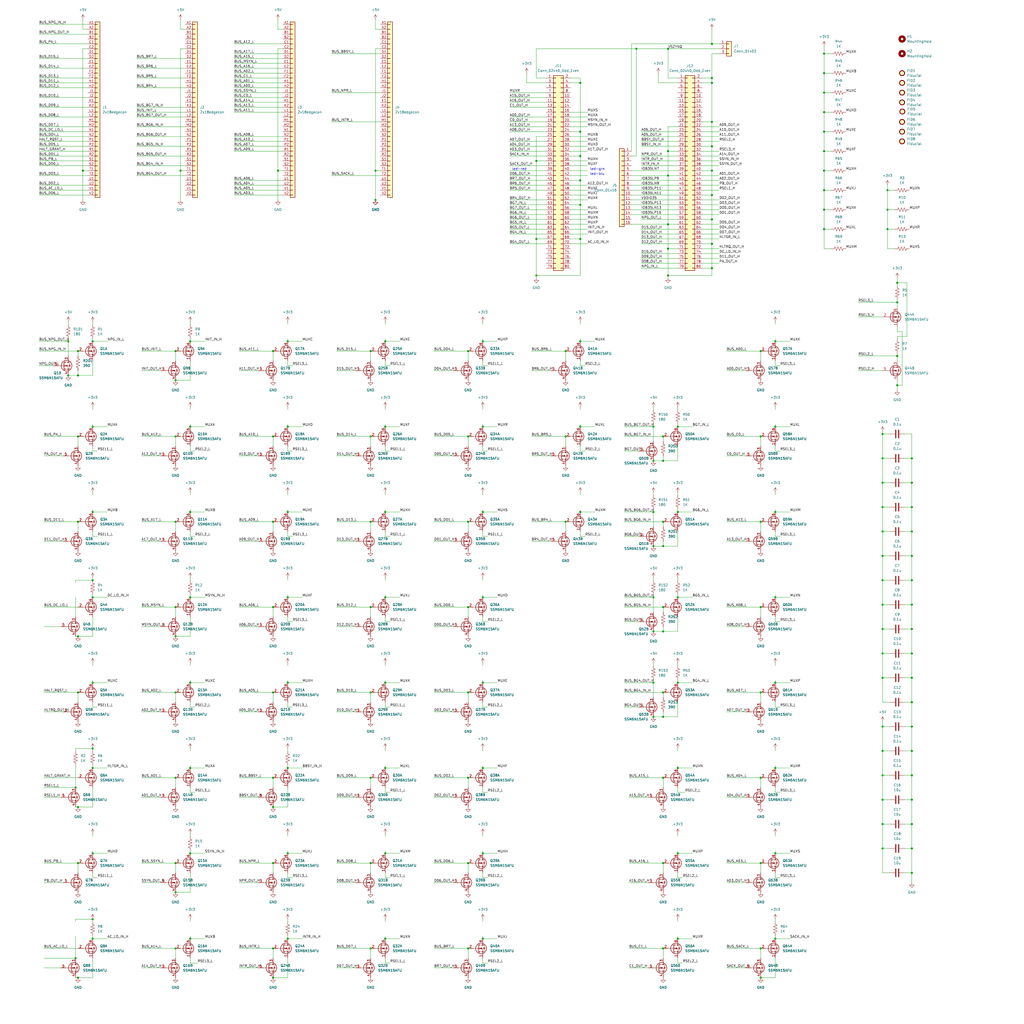
<source format=kicad_sch>
(kicad_sch (version 20230121) (generator eeschema)
  (paper "User" 533.4 533.4)
  (junction (at 251.46 177.8))
  (junction (at 370.84 127))
  (junction (at 459.74 416.56))
  (junction (at 459.74 353.06))
  (junction (at 144.78 88.9))
  (junction (at 40.64 227.33))
  (junction (at 353.06 444.5))
  (junction (at 353.06 400.05))
  (junction (at 193.04 316.23))
  (junction (at 279.4 143.51))
  (junction (at 142.24 420.37))
  (junction (at 48.26 355.6))
  (junction (at 149.86 400.05))
  (junction (at 474.98 327.66))
  (junction (at 200.66 222.25))
  (junction (at 48.26 177.8))
  (junction (at 142.24 360.68))
  (junction (at 345.44 360.68))
  (junction (at 200.66 311.15))
  (junction (at 340.36 222.25))
  (junction (at 459.74 302.26))
  (junction (at 48.26 444.5))
  (junction (at 340.36 373.38))
  (junction (at 429.26 78.74))
  (junction (at 347.98 129.54))
  (junction (at 40.64 449.58))
  (junction (at 345.44 449.58))
  (junction (at 91.44 227.33))
  (junction (at 474.98 403.86))
  (junction (at 48.26 222.25))
  (junction (at 302.26 68.58))
  (junction (at 99.06 266.7))
  (junction (at 462.28 109.22))
  (junction (at 302.26 43.18))
  (junction (at 142.24 182.88))
  (junction (at 99.06 355.6))
  (junction (at 48.26 311.15))
  (junction (at 396.24 182.88))
  (junction (at 39.37 410.21))
  (junction (at 474.98 251.46))
  (junction (at 193.04 449.58))
  (junction (at 370.84 63.5))
  (junction (at 193.04 182.88))
  (junction (at 40.64 271.78))
  (junction (at 370.84 139.7))
  (junction (at 370.84 76.2))
  (junction (at 340.36 266.7))
  (junction (at 429.26 27.94))
  (junction (at 459.74 314.96))
  (junction (at 474.98 276.86))
  (junction (at 474.98 429.26))
  (junction (at 193.04 405.13))
  (junction (at 474.98 378.46))
  (junction (at 195.58 88.9))
  (junction (at 474.98 353.06))
  (junction (at 474.98 289.56))
  (junction (at 429.26 99.06))
  (junction (at 396.24 271.78))
  (junction (at 251.46 400.05))
  (junction (at 39.37 499.11))
  (junction (at 403.86 400.05))
  (junction (at 474.98 264.16))
  (junction (at 347.98 78.74))
  (junction (at 429.26 119.38))
  (junction (at 91.44 449.58))
  (junction (at 459.74 378.46))
  (junction (at 347.98 25.4))
  (junction (at 459.74 391.16))
  (junction (at 43.18 88.9))
  (junction (at 243.84 405.13))
  (junction (at 195.58 104.14))
  (junction (at 294.64 271.78))
  (junction (at 474.98 416.56))
  (junction (at 200.66 355.6))
  (junction (at 142.24 316.23))
  (junction (at 370.84 40.64))
  (junction (at 340.36 328.93))
  (junction (at 91.44 182.88))
  (junction (at 48.26 488.95))
  (junction (at 243.84 227.33))
  (junction (at 243.84 316.23))
  (junction (at 91.44 316.23))
  (junction (at 474.98 238.76))
  (junction (at 474.98 441.96))
  (junction (at 396.24 449.58))
  (junction (at 99.06 222.25))
  (junction (at 40.64 420.37))
  (junction (at 429.26 48.26))
  (junction (at 302.26 81.28))
  (junction (at 200.66 266.7))
  (junction (at 142.24 494.03))
  (junction (at 243.84 271.78))
  (junction (at 345.44 405.13))
  (junction (at 251.46 222.25))
  (junction (at 149.86 355.6))
  (junction (at 142.24 405.13))
  (junction (at 345.44 271.78))
  (junction (at 403.86 266.7))
  (junction (at 331.47 25.4))
  (junction (at 48.26 400.05))
  (junction (at 149.86 444.5))
  (junction (at 200.66 444.5))
  (junction (at 474.98 302.26))
  (junction (at 345.44 227.33))
  (junction (at 93.98 88.9))
  (junction (at 396.24 405.13))
  (junction (at 459.74 276.86))
  (junction (at 142.24 509.27))
  (junction (at 353.06 222.25))
  (junction (at 462.28 99.06))
  (junction (at 243.84 494.03))
  (junction (at 251.46 488.95))
  (junction (at 459.74 441.96))
  (junction (at 345.44 316.23))
  (junction (at 193.04 227.33))
  (junction (at 99.06 177.8))
  (junction (at 474.98 340.36))
  (junction (at 149.86 266.7))
  (junction (at 142.24 449.58))
  (junction (at 347.98 143.51))
  (junction (at 340.36 240.03))
  (junction (at 91.44 198.12))
  (junction (at 302.26 266.7))
  (junction (at 370.84 22.86))
  (junction (at 294.64 227.33))
  (junction (at 35.56 177.8))
  (junction (at 345.44 494.03))
  (junction (at 142.24 271.78))
  (junction (at 99.06 488.95))
  (junction (at 48.26 266.7))
  (junction (at 302.26 177.8))
  (junction (at 251.46 311.15))
  (junction (at 396.24 227.33))
  (junction (at 149.86 311.15))
  (junction (at 243.84 360.68))
  (junction (at 467.36 147.32))
  (junction (at 459.74 289.56))
  (junction (at 403.86 222.25))
  (junction (at 347.98 116.84))
  (junction (at 99.06 311.15))
  (junction (at 340.36 284.48))
  (junction (at 459.74 403.86))
  (junction (at 459.74 264.16))
  (junction (at 200.66 488.95))
  (junction (at 429.26 88.9))
  (junction (at 459.74 429.26))
  (junction (at 403.86 355.6))
  (junction (at 149.86 488.95))
  (junction (at 370.84 101.6))
  (junction (at 142.24 227.33))
  (junction (at 370.84 88.9))
  (junction (at 193.04 360.68))
  (junction (at 91.44 494.03))
  (junction (at 149.86 222.25))
  (junction (at 429.26 68.58))
  (junction (at 302.26 124.46))
  (junction (at 474.98 314.96))
  (junction (at 149.86 177.8))
  (junction (at 91.44 331.47))
  (junction (at 91.44 271.78))
  (junction (at 294.64 182.88))
  (junction (at 370.84 114.3))
  (junction (at 396.24 509.27))
  (junction (at 345.44 240.03))
  (junction (at 40.64 182.88))
  (junction (at 40.64 509.27))
  (junction (at 474.98 454.66))
  (junction (at 340.36 311.15))
  (junction (at 243.84 449.58))
  (junction (at 347.98 91.44))
  (junction (at 99.06 400.05))
  (junction (at 48.26 478.79))
  (junction (at 243.84 182.88))
  (junction (at 200.66 177.8))
  (junction (at 345.44 328.93))
  (junction (at 302.26 106.68))
  (junction (at 193.04 271.78))
  (junction (at 345.44 284.48))
  (junction (at 403.86 311.15))
  (junction (at 48.26 302.26))
  (junction (at 302.26 222.25))
  (junction (at 467.36 200.66))
  (junction (at 91.44 464.82))
  (junction (at 474.98 391.16))
  (junction (at 193.04 494.03))
  (junction (at 370.84 43.18))
  (junction (at 467.36 157.48))
  (junction (at 40.64 331.47))
  (junction (at 474.98 365.76))
  (junction (at 91.44 360.68))
  (junction (at 40.64 195.58))
  (junction (at 403.86 177.8))
  (junction (at 99.06 444.5))
  (junction (at 251.46 444.5))
  (junction (at 353.06 488.95))
  (junction (at 35.56 195.58))
  (junction (at 396.24 316.23))
  (junction (at 91.44 405.13))
  (junction (at 345.44 373.38))
  (junction (at 251.46 266.7))
  (junction (at 353.06 355.6))
  (junction (at 40.64 360.68))
  (junction (at 429.26 109.22))
  (junction (at 302.26 93.98))
  (junction (at 396.24 360.68))
  (junction (at 340.36 355.6))
  (junction (at 467.36 185.42))
  (junction (at 403.86 488.95))
  (junction (at 279.4 124.46))
  (junction (at 353.06 311.15))
  (junction (at 459.74 226.06))
  (junction (at 429.26 58.42))
  (junction (at 48.26 389.89))
  (junction (at 459.74 251.46))
  (junction (at 403.86 444.5))
  (junction (at 462.28 119.38))
  (junction (at 279.4 83.82))
  (junction (at 251.46 355.6))
  (junction (at 200.66 400.05))
  (junction (at 459.74 327.66))
  (junction (at 396.24 494.03))
  (junction (at 429.26 38.1))
  (junction (at 353.06 266.7))
  (junction (at 459.74 238.76))
  (junction (at 459.74 340.36))
  (wire (pts (xy 347.98 144.78) (xy 347.98 143.51)))
  (wire (pts (xy 302.26 177.8) (xy 309.88 177.8)))
  (wire (pts (xy 22.86 410.21) (xy 39.37 410.21)))
  (wire (pts (xy 370.84 43.18) (xy 370.84 40.64)))
  (wire (pts (xy 345.44 405.13) (xy 345.44 410.21)))
  (wire (pts (xy 149.86 256.54) (xy 149.86 257.81)))
  (wire (pts (xy 48.26 321.31) (xy 48.26 331.47)))
  (wire (pts (xy 370.84 27.94) (xy 374.65 27.94)))
  (wire (pts (xy 334.01 86.36) (xy 353.06 86.36)))
  (wire (pts (xy 297.18 106.68) (xy 302.26 106.68)))
  (wire (pts (xy 334.01 73.66) (xy 353.06 73.66)))
  (wire (pts (xy 226.06 494.03) (xy 243.84 494.03)))
  (wire (pts (xy 226.06 227.33) (xy 243.84 227.33)))
  (wire (pts (xy 365.76 88.9) (xy 370.84 88.9)))
  (wire (pts (xy 325.12 227.33) (xy 345.44 227.33)))
  (wire (pts (xy 365.76 81.28) (xy 374.65 81.28)))
  (wire (pts (xy 48.26 232.41) (xy 48.26 234.95)))
  (wire (pts (xy 365.76 127) (xy 370.84 127)))
  (wire (pts (xy 71.12 66.04) (xy 96.52 66.04)))
  (wire (pts (xy 226.06 405.13) (xy 243.84 405.13)))
  (wire (pts (xy 462.28 129.54) (xy 466.09 129.54)))
  (wire (pts (xy 20.32 60.96) (xy 45.72 60.96)))
  (wire (pts (xy 403.86 232.41) (xy 403.86 234.95)))
  (wire (pts (xy 149.86 454.66) (xy 149.86 457.2)))
  (wire (pts (xy 142.24 360.68) (xy 142.24 365.76)))
  (wire (pts (xy 378.46 370.84) (xy 388.62 370.84)))
  (wire (pts (xy 175.26 405.13) (xy 193.04 405.13)))
  (wire (pts (xy 243.84 227.33) (xy 243.84 232.41)))
  (wire (pts (xy 334.01 124.46) (xy 353.06 124.46)))
  (wire (pts (xy 370.84 22.86) (xy 374.65 22.86)))
  (wire (pts (xy 124.46 326.39) (xy 134.62 326.39)))
  (wire (pts (xy 345.44 373.38) (xy 353.06 373.38)))
  (wire (pts (xy 265.43 73.66) (xy 284.48 73.66)))
  (wire (pts (xy 91.44 182.88) (xy 91.44 187.96)))
  (wire (pts (xy 403.86 265.43) (xy 403.86 266.7)))
  (wire (pts (xy 200.66 354.33) (xy 200.66 355.6)))
  (wire (pts (xy 251.46 434.34) (xy 251.46 435.61)))
  (wire (pts (xy 403.86 176.53) (xy 403.86 177.8)))
  (wire (pts (xy 302.26 276.86) (xy 302.26 279.4)))
  (wire (pts (xy 48.26 509.27) (xy 40.64 509.27)))
  (wire (pts (xy 71.12 45.72) (xy 96.52 45.72)))
  (wire (pts (xy 459.74 224.79) (xy 459.74 226.06)))
  (wire (pts (xy 48.26 420.37) (xy 40.64 420.37)))
  (wire (pts (xy 325.12 355.6) (xy 340.36 355.6)))
  (wire (pts (xy 226.06 281.94) (xy 236.22 281.94)))
  (wire (pts (xy 200.66 167.64) (xy 200.66 168.91)))
  (wire (pts (xy 340.36 373.38) (xy 345.44 373.38)))
  (wire (pts (xy 403.86 234.95) (xy 406.4 234.95)))
  (wire (pts (xy 334.01 139.7) (xy 353.06 139.7)))
  (wire (pts (xy 340.36 328.93) (xy 345.44 328.93)))
  (wire (pts (xy 340.36 345.44) (xy 340.36 346.71)))
  (wire (pts (xy 48.26 220.98) (xy 48.26 222.25)))
  (wire (pts (xy 462.28 109.22) (xy 462.28 119.38)))
  (wire (pts (xy 403.86 187.96) (xy 403.86 190.5)))
  (wire (pts (xy 302.26 40.64) (xy 302.26 43.18)))
  (wire (pts (xy 403.86 389.89) (xy 403.86 391.16)))
  (wire (pts (xy 403.86 443.23) (xy 403.86 444.5)))
  (wire (pts (xy 251.46 276.86) (xy 251.46 279.4)))
  (wire (pts (xy 73.66 449.58) (xy 91.44 449.58)))
  (wire (pts (xy 20.32 45.72) (xy 45.72 45.72)))
  (wire (pts (xy 251.46 410.21) (xy 251.46 412.75)))
  (wire (pts (xy 251.46 398.78) (xy 251.46 400.05)))
  (wire (pts (xy 353.06 501.65) (xy 355.6 501.65)))
  (wire (pts (xy 429.26 38.1) (xy 429.26 48.26)))
  (wire (pts (xy 48.26 400.05) (xy 55.88 400.05)))
  (wire (pts (xy 251.46 300.99) (xy 251.46 302.26)))
  (wire (pts (xy 462.28 119.38) (xy 466.09 119.38)))
  (wire (pts (xy 175.26 449.58) (xy 193.04 449.58)))
  (wire (pts (xy 474.98 365.76) (xy 474.98 378.46)))
  (wire (pts (xy 365.76 76.2) (xy 370.84 76.2)))
  (wire (pts (xy 200.66 412.75) (xy 203.2 412.75)))
  (wire (pts (xy 43.18 88.9) (xy 43.18 104.14)))
  (wire (pts (xy 91.44 449.58) (xy 91.44 454.66)))
  (wire (pts (xy 200.66 177.8) (xy 208.28 177.8)))
  (wire (pts (xy 20.32 30.48) (xy 45.72 30.48)))
  (wire (pts (xy 251.46 321.31) (xy 251.46 323.85)))
  (wire (pts (xy 459.74 289.56) (xy 459.74 302.26)))
  (wire (pts (xy 347.98 143.51) (xy 347.98 129.54)))
  (wire (pts (xy 142.24 316.23) (xy 142.24 321.31)))
  (wire (pts (xy 334.01 121.92) (xy 353.06 121.92)))
  (wire (pts (xy 459.74 302.26) (xy 459.74 314.96)))
  (wire (pts (xy 226.06 360.68) (xy 243.84 360.68)))
  (wire (pts (xy 226.06 326.39) (xy 236.22 326.39)))
  (wire (pts (xy 365.76 114.3) (xy 370.84 114.3)))
  (wire (pts (xy 193.04 182.88) (xy 193.04 187.96)))
  (wire (pts (xy 467.36 200.66) (xy 467.36 203.2)))
  (wire (pts (xy 353.06 309.88) (xy 353.06 311.15)))
  (wire (pts (xy 149.86 176.53) (xy 149.86 177.8)))
  (wire (pts (xy 265.43 116.84) (xy 284.48 116.84)))
  (wire (pts (xy 93.98 88.9) (xy 96.52 88.9)))
  (wire (pts (xy 73.66 193.04) (xy 83.82 193.04)))
  (wire (pts (xy 121.92 33.02) (xy 147.32 33.02)))
  (wire (pts (xy 48.26 410.21) (xy 48.26 420.37)))
  (wire (pts (xy 124.46 405.13) (xy 142.24 405.13)))
  (wire (pts (xy 99.06 212.09) (xy 99.06 213.36)))
  (wire (pts (xy 353.06 454.66) (xy 353.06 457.2)))
  (wire (pts (xy 226.06 316.23) (xy 243.84 316.23)))
  (wire (pts (xy 403.86 412.75) (xy 406.4 412.75)))
  (wire (pts (xy 193.04 360.68) (xy 193.04 365.76)))
  (wire (pts (xy 347.98 78.74) (xy 353.06 78.74)))
  (wire (pts (xy 39.37 509.27) (xy 40.64 509.27)))
  (wire (pts (xy 93.98 15.24) (xy 96.52 15.24)))
  (wire (pts (xy 353.06 412.75) (xy 356.87 412.75)))
  (wire (pts (xy 459.74 378.46) (xy 459.74 391.16)))
  (wire (pts (xy 20.32 78.74) (xy 45.72 78.74)))
  (wire (pts (xy 20.32 190.5) (xy 27.94 190.5)))
  (wire (pts (xy 365.76 101.6) (xy 370.84 101.6)))
  (wire (pts (xy 124.46 237.49) (xy 134.62 237.49)))
  (wire (pts (xy 39.37 389.89) (xy 48.26 389.89)))
  (wire (pts (xy 365.76 43.18) (xy 370.84 43.18)))
  (wire (pts (xy 265.43 63.5) (xy 284.48 63.5)))
  (wire (pts (xy 22.86 405.13) (xy 40.64 405.13)))
  (wire (pts (xy 353.06 434.34) (xy 353.06 435.61)))
  (wire (pts (xy 328.93 101.6) (xy 353.06 101.6)))
  (wire (pts (xy 297.18 114.3) (xy 306.07 114.3)))
  (wire (pts (xy 403.86 177.8) (xy 411.48 177.8)))
  (wire (pts (xy 226.06 271.78) (xy 243.84 271.78)))
  (wire (pts (xy 200.66 222.25) (xy 208.28 222.25)))
  (wire (pts (xy 353.06 398.78) (xy 353.06 400.05)))
  (wire (pts (xy 149.86 321.31) (xy 149.86 323.85)))
  (wire (pts (xy 200.66 212.09) (xy 200.66 213.36)))
  (wire (pts (xy 334.01 83.82) (xy 353.06 83.82)))
  (wire (pts (xy 99.06 398.78) (xy 99.06 400.05)))
  (wire (pts (xy 328.93 22.86) (xy 370.84 22.86)))
  (wire (pts (xy 353.06 321.31) (xy 353.06 328.93)))
  (wire (pts (xy 48.26 365.76) (xy 48.26 368.3)))
  (wire (pts (xy 251.46 454.66) (xy 251.46 457.2)))
  (wire (pts (xy 71.12 76.2) (xy 96.52 76.2)))
  (wire (pts (xy 48.26 443.23) (xy 48.26 444.5)))
  (wire (pts (xy 429.26 78.74) (xy 433.07 78.74)))
  (wire (pts (xy 48.26 311.15) (xy 55.88 311.15)))
  (wire (pts (xy 200.66 410.21) (xy 200.66 412.75)))
  (wire (pts (xy 345.44 494.03) (xy 345.44 499.11)))
  (wire (pts (xy 328.93 116.84) (xy 347.98 116.84)))
  (wire (pts (xy 429.26 78.74) (xy 429.26 88.9)))
  (wire (pts (xy 459.74 403.86) (xy 463.55 403.86)))
  (wire (pts (xy 471.17 302.26) (xy 474.98 302.26)))
  (wire (pts (xy 328.93 81.28) (xy 331.47 81.28)))
  (wire (pts (xy 200.66 368.3) (xy 203.2 368.3)))
  (wire (pts (xy 124.46 449.58) (xy 142.24 449.58)))
  (wire (pts (xy 396.24 449.58) (xy 396.24 454.66)))
  (wire (pts (xy 459.74 264.16) (xy 463.55 264.16)))
  (wire (pts (xy 297.18 66.04) (xy 306.07 66.04)))
  (wire (pts (xy 347.98 66.04) (xy 353.06 66.04)))
  (wire (pts (xy 365.76 109.22) (xy 374.65 109.22)))
  (wire (pts (xy 149.86 457.2) (xy 152.4 457.2)))
  (wire (pts (xy 175.26 459.74) (xy 185.42 459.74)))
  (wire (pts (xy 353.06 354.33) (xy 353.06 355.6)))
  (wire (pts (xy 403.86 167.64) (xy 403.86 168.91)))
  (wire (pts (xy 149.86 323.85) (xy 152.4 323.85)))
  (wire (pts (xy 429.26 129.54) (xy 433.07 129.54)))
  (wire (pts (xy 294.64 227.33) (xy 294.64 232.41)))
  (wire (pts (xy 294.64 182.88) (xy 294.64 187.96)))
  (wire (pts (xy 99.06 265.43) (xy 99.06 266.7)))
  (wire (pts (xy 99.06 389.89) (xy 99.06 391.16)))
  (wire (pts (xy 284.48 43.18) (xy 274.32 43.18)))
  (wire (pts (xy 251.46 478.79) (xy 251.46 480.06)))
  (wire (pts (xy 73.66 405.13) (xy 91.44 405.13)))
  (wire (pts (xy 378.46 316.23) (xy 396.24 316.23)))
  (wire (pts (xy 365.76 78.74) (xy 374.65 78.74)))
  (wire (pts (xy 226.06 370.84) (xy 236.22 370.84)))
  (wire (pts (xy 403.86 457.2) (xy 406.4 457.2)))
  (wire (pts (xy 328.93 104.14) (xy 353.06 104.14)))
  (wire (pts (xy 149.86 400.05) (xy 157.48 400.05)))
  (wire (pts (xy 45.72 25.4) (xy 43.18 25.4)))
  (wire (pts (xy 175.26 182.88) (xy 193.04 182.88)))
  (wire (pts (xy 370.84 88.9) (xy 370.84 76.2)))
  (wire (pts (xy 302.26 220.98) (xy 302.26 222.25)))
  (wire (pts (xy 370.84 40.64) (xy 370.84 27.94)))
  (wire (pts (xy 20.32 76.2) (xy 45.72 76.2)))
  (wire (pts (xy 73.66 227.33) (xy 91.44 227.33)))
  (wire (pts (xy 35.56 167.64) (xy 35.56 168.91)))
  (wire (pts (xy 459.74 454.66) (xy 463.55 454.66)))
  (wire (pts (xy 39.37 331.47) (xy 40.64 331.47)))
  (wire (pts (xy 22.86 370.84) (xy 33.02 370.84)))
  (wire (pts (xy 20.32 50.8) (xy 45.72 50.8)))
  (wire (pts (xy 365.76 99.06) (xy 374.65 99.06)))
  (wire (pts (xy 195.58 25.4) (xy 195.58 88.9)))
  (wire (pts (xy 20.32 22.86) (xy 45.72 22.86)))
  (wire (pts (xy 73.66 271.78) (xy 91.44 271.78)))
  (wire (pts (xy 276.86 227.33) (xy 294.64 227.33)))
  (wire (pts (xy 459.74 327.66) (xy 463.55 327.66)))
  (wire (pts (xy 265.43 106.68) (xy 284.48 106.68)))
  (wire (pts (xy 200.66 488.95) (xy 208.28 488.95)))
  (wire (pts (xy 99.06 234.95) (xy 101.6 234.95)))
  (wire (pts (xy 328.93 78.74) (xy 328.93 22.86)))
  (wire (pts (xy 175.26 326.39) (xy 185.42 326.39)))
  (wire (pts (xy 251.46 265.43) (xy 251.46 266.7)))
  (wire (pts (xy 279.4 25.4) (xy 331.47 25.4)))
  (wire (pts (xy 327.66 494.03) (xy 345.44 494.03)))
  (wire (pts (xy 467.36 185.42) (xy 467.36 187.96)))
  (wire (pts (xy 370.84 114.3) (xy 370.84 101.6)))
  (wire (pts (xy 403.86 478.79) (xy 403.86 480.06)))
  (wire (pts (xy 297.18 121.92) (xy 306.07 121.92)))
  (wire (pts (xy 279.4 144.78) (xy 279.4 143.51)))
  (wire (pts (xy 459.74 429.26) (xy 459.74 441.96)))
  (wire (pts (xy 345.44 326.39) (xy 345.44 328.93)))
  (wire (pts (xy 73.66 237.49) (xy 83.82 237.49)))
  (wire (pts (xy 243.84 494.03) (xy 243.84 499.11)))
  (wire (pts (xy 345.44 316.23) (xy 345.44 318.77)))
  (wire (pts (xy 124.46 370.84) (xy 134.62 370.84)))
  (wire (pts (xy 471.17 251.46) (xy 474.98 251.46)))
  (wire (pts (xy 353.06 276.86) (xy 353.06 284.48)))
  (wire (pts (xy 396.24 316.23) (xy 396.24 321.31)))
  (wire (pts (xy 403.86 488.95) (xy 411.48 488.95)))
  (wire (pts (xy 471.17 226.06) (xy 474.98 226.06)))
  (wire (pts (xy 467.36 144.78) (xy 467.36 147.32)))
  (wire (pts (xy 345.44 281.94) (xy 345.44 284.48)))
  (wire (pts (xy 345.44 227.33) (xy 345.44 229.87)))
  (wire (pts (xy 331.47 25.4) (xy 331.47 81.28)))
  (wire (pts (xy 340.36 284.48) (xy 345.44 284.48)))
  (wire (pts (xy 370.84 101.6) (xy 370.84 88.9)))
  (wire (pts (xy 99.06 232.41) (xy 99.06 234.95)))
  (wire (pts (xy 447.04 185.42) (xy 467.36 185.42)))
  (wire (pts (xy 276.86 281.94) (xy 287.02 281.94)))
  (wire (pts (xy 20.32 91.44) (xy 45.72 91.44)))
  (wire (pts (xy 353.06 478.79) (xy 353.06 480.06)))
  (wire (pts (xy 39.37 303.53) (xy 39.37 302.26)))
  (wire (pts (xy 474.98 391.16) (xy 474.98 403.86)))
  (wire (pts (xy 175.26 237.49) (xy 185.42 237.49)))
  (wire (pts (xy 403.86 309.88) (xy 403.86 311.15)))
  (wire (pts (xy 22.86 281.94) (xy 33.02 281.94)))
  (wire (pts (xy 365.76 68.58) (xy 374.65 68.58)))
  (wire (pts (xy 43.18 15.24) (xy 45.72 15.24)))
  (wire (pts (xy 121.92 50.8) (xy 147.32 50.8)))
  (wire (pts (xy 327.66 405.13) (xy 345.44 405.13)))
  (wire (pts (xy 325.12 316.23) (xy 345.44 316.23)))
  (wire (pts (xy 265.43 68.58) (xy 284.48 68.58)))
  (wire (pts (xy 429.26 48.26) (xy 433.07 48.26)))
  (wire (pts (xy 345.44 237.49) (xy 345.44 240.03)))
  (wire (pts (xy 297.18 99.06) (xy 306.07 99.06)))
  (wire (pts (xy 124.46 271.78) (xy 142.24 271.78)))
  (wire (pts (xy 459.74 353.06) (xy 463.55 353.06)))
  (wire (pts (xy 297.18 96.52) (xy 306.07 96.52)))
  (wire (pts (xy 374.65 25.4) (xy 347.98 25.4)))
  (wire (pts (xy 200.66 487.68) (xy 200.66 488.95)))
  (wire (pts (xy 144.78 88.9) (xy 147.32 88.9)))
  (wire (pts (xy 370.84 143.51) (xy 370.84 139.7)))
  (wire (pts (xy 297.18 127) (xy 306.07 127)))
  (wire (pts (xy 297.18 86.36) (xy 306.07 86.36)))
  (wire (pts (xy 200.66 276.86) (xy 200.66 279.4)))
  (wire (pts (xy 334.01 81.28) (xy 353.06 81.28)))
  (wire (pts (xy 20.32 83.82) (xy 45.72 83.82)))
  (wire (pts (xy 48.26 389.89) (xy 48.26 391.16)))
  (wire (pts (xy 99.06 198.12) (xy 91.44 198.12)))
  (wire (pts (xy 48.26 212.09) (xy 48.26 213.36)))
  (wire (pts (xy 251.46 232.41) (xy 251.46 234.95)))
  (wire (pts (xy 474.98 441.96) (xy 474.98 454.66)))
  (wire (pts (xy 121.92 43.18) (xy 147.32 43.18)))
  (wire (pts (xy 200.66 311.15) (xy 208.28 311.15)))
  (wire (pts (xy 353.06 487.68) (xy 353.06 488.95)))
  (wire (pts (xy 175.26 271.78) (xy 193.04 271.78)))
  (wire (pts (xy 99.06 443.23) (xy 99.06 444.5)))
  (wire (pts (xy 172.72 48.26) (xy 198.12 48.26)))
  (wire (pts (xy 403.86 499.11) (xy 403.86 509.27)))
  (wire (pts (xy 71.12 35.56) (xy 96.52 35.56)))
  (wire (pts (xy 396.24 182.88) (xy 396.24 187.96)))
  (wire (pts (xy 20.32 81.28) (xy 45.72 81.28)))
  (wire (pts (xy 99.06 187.96) (xy 99.06 198.12)))
  (wire (pts (xy 43.18 88.9) (xy 45.72 88.9)))
  (wire (pts (xy 48.26 234.95) (xy 50.8 234.95)))
  (wire (pts (xy 175.26 360.68) (xy 193.04 360.68)))
  (wire (pts (xy 200.66 400.05) (xy 208.28 400.05)))
  (wire (pts (xy 265.43 76.2) (xy 284.48 76.2)))
  (wire (pts (xy 297.18 119.38) (xy 306.07 119.38)))
  (wire (pts (xy 99.06 276.86) (xy 99.06 279.4)))
  (wire (pts (xy 347.98 143.51) (xy 370.84 143.51)))
  (wire (pts (xy 251.46 309.88) (xy 251.46 311.15)))
  (wire (pts (xy 340.36 266.7) (xy 340.36 274.32)))
  (wire (pts (xy 403.86 222.25) (xy 411.48 222.25)))
  (wire (pts (xy 149.86 368.3) (xy 152.4 368.3)))
  (wire (pts (xy 334.01 68.58) (xy 353.06 68.58)))
  (wire (pts (xy 297.18 40.64) (xy 302.26 40.64)))
  (wire (pts (xy 200.66 266.7) (xy 208.28 266.7)))
  (wire (pts (xy 226.06 182.88) (xy 243.84 182.88)))
  (wire (pts (xy 22.86 360.68) (xy 40.64 360.68)))
  (wire (pts (xy 121.92 40.64) (xy 147.32 40.64)))
  (wire (pts (xy 297.18 83.82) (xy 306.07 83.82)))
  (wire (pts (xy 251.46 412.75) (xy 254 412.75)))
  (wire (pts (xy 20.32 73.66) (xy 45.72 73.66)))
  (wire (pts (xy 403.86 323.85) (xy 406.4 323.85)))
  (wire (pts (xy 297.18 81.28) (xy 302.26 81.28)))
  (wire (pts (xy 302.26 68.58) (xy 302.26 81.28)))
  (wire (pts (xy 378.46 360.68) (xy 396.24 360.68)))
  (wire (pts (xy 279.4 124.46) (xy 279.4 83.82)))
  (wire (pts (xy 226.06 193.04) (xy 236.22 193.04)))
  (wire (pts (xy 467.36 170.18) (xy 467.36 172.72)))
  (wire (pts (xy 99.06 412.75) (xy 101.6 412.75)))
  (wire (pts (xy 243.84 182.88) (xy 243.84 187.96)))
  (wire (pts (xy 195.58 88.9) (xy 195.58 104.14)))
  (wire (pts (xy 370.84 139.7) (xy 370.84 127)))
  (wire (pts (xy 474.98 416.56) (xy 474.98 429.26)))
  (wire (pts (xy 471.17 353.06) (xy 474.98 353.06)))
  (wire (pts (xy 429.26 99.06) (xy 433.07 99.06)))
  (wire (pts (xy 459.74 353.06) (xy 459.74 365.76)))
  (wire (pts (xy 279.4 143.51) (xy 279.4 124.46)))
  (wire (pts (xy 396.24 271.78) (xy 396.24 276.86)))
  (wire (pts (xy 121.92 35.56) (xy 147.32 35.56)))
  (wire (pts (xy 200.66 323.85) (xy 203.2 323.85)))
  (wire (pts (xy 149.86 410.21) (xy 149.86 420.37)))
  (wire (pts (xy 193.04 227.33) (xy 193.04 232.41)))
  (wire (pts (xy 251.46 368.3) (xy 254 368.3)))
  (wire (pts (xy 353.06 443.23) (xy 353.06 444.5)))
  (wire (pts (xy 353.06 43.18) (xy 342.9 43.18)))
  (wire (pts (xy 265.43 91.44) (xy 284.48 91.44)))
  (wire (pts (xy 200.66 499.11) (xy 200.66 501.65)))
  (wire (pts (xy 99.06 434.34) (xy 99.06 435.61)))
  (wire (pts (xy 35.56 176.53) (xy 35.56 177.8)))
  (wire (pts (xy 302.26 167.64) (xy 302.26 168.91)))
  (wire (pts (xy 302.26 81.28) (xy 302.26 93.98)))
  (wire (pts (xy 365.76 104.14) (xy 374.65 104.14)))
  (wire (pts (xy 175.26 504.19) (xy 185.42 504.19)))
  (wire (pts (xy 403.86 487.68) (xy 403.86 488.95)))
  (wire (pts (xy 429.26 88.9) (xy 429.26 99.06)))
  (wire (pts (xy 48.26 279.4) (xy 50.8 279.4)))
  (wire (pts (xy 251.46 443.23) (xy 251.46 444.5)))
  (wire (pts (xy 297.18 109.22) (xy 306.07 109.22)))
  (wire (pts (xy 459.74 226.06) (xy 463.55 226.06)))
  (wire (pts (xy 467.36 176.53) (xy 467.36 175.26)))
  (wire (pts (xy 325.12 234.95) (xy 332.74 234.95)))
  (wire (pts (xy 20.32 12.7) (xy 45.72 12.7)))
  (wire (pts (xy 471.17 416.56) (xy 474.98 416.56)))
  (wire (pts (xy 48.26 354.33) (xy 48.26 355.6)))
  (wire (pts (xy 265.43 114.3) (xy 284.48 114.3)))
  (wire (pts (xy 462.28 99.06) (xy 462.28 109.22)))
  (wire (pts (xy 175.26 193.04) (xy 185.42 193.04)))
  (wire (pts (xy 276.86 182.88) (xy 294.64 182.88)))
  (wire (pts (xy 142.24 494.03) (xy 142.24 499.11)))
  (wire (pts (xy 71.12 71.12) (xy 96.52 71.12)))
  (wire (pts (xy 297.18 43.18) (xy 302.26 43.18)))
  (wire (pts (xy 459.74 340.36) (xy 463.55 340.36)))
  (wire (pts (xy 99.06 331.47) (xy 91.44 331.47)))
  (wire (pts (xy 124.46 193.04) (xy 134.62 193.04)))
  (wire (pts (xy 121.92 22.86) (xy 147.32 22.86)))
  (wire (pts (xy 469.9 200.66) (xy 467.36 200.66)))
  (wire (pts (xy 365.76 129.54) (xy 374.65 129.54)))
  (wire (pts (xy 467.36 156.21) (xy 467.36 157.48)))
  (wire (pts (xy 328.93 93.98) (xy 353.06 93.98)))
  (wire (pts (xy 48.26 187.96) (xy 48.26 195.58)))
  (wire (pts (xy 365.76 91.44) (xy 374.65 91.44)))
  (wire (pts (xy 459.74 378.46) (xy 463.55 378.46)))
  (wire (pts (xy 340.36 300.99) (xy 340.36 302.26)))
  (wire (pts (xy 48.26 300.99) (xy 48.26 302.26)))
  (wire (pts (xy 251.46 488.95) (xy 259.08 488.95)))
  (wire (pts (xy 39.37 487.68) (xy 39.37 499.11)))
  (wire (pts (xy 459.74 416.56) (xy 463.55 416.56)))
  (wire (pts (xy 251.46 457.2) (xy 254 457.2)))
  (wire (pts (xy 429.26 68.58) (xy 429.26 78.74)))
  (wire (pts (xy 334.01 71.12) (xy 353.06 71.12)))
  (wire (pts (xy 265.43 93.98) (xy 284.48 93.98)))
  (wire (pts (xy 353.06 444.5) (xy 360.68 444.5)))
  (wire (pts (xy 347.98 129.54) (xy 353.06 129.54)))
  (wire (pts (xy 99.06 464.82) (xy 91.44 464.82)))
  (wire (pts (xy 429.26 38.1) (xy 433.07 38.1)))
  (wire (pts (xy 340.36 212.09) (xy 340.36 213.36)))
  (wire (pts (xy 297.18 60.96) (xy 306.07 60.96)))
  (wire (pts (xy 200.66 398.78) (xy 200.66 400.05)))
  (wire (pts (xy 325.12 368.3) (xy 332.74 368.3)))
  (wire (pts (xy 121.92 99.06) (xy 147.32 99.06)))
  (wire (pts (xy 20.32 71.12) (xy 45.72 71.12)))
  (wire (pts (xy 144.78 15.24) (xy 147.32 15.24)))
  (wire (pts (xy 378.46 326.39) (xy 388.62 326.39)))
  (wire (pts (xy 325.12 323.85) (xy 332.74 323.85)))
  (wire (pts (xy 96.52 25.4) (xy 93.98 25.4)))
  (wire (pts (xy 149.86 187.96) (xy 149.86 190.5)))
  (wire (pts (xy 20.32 96.52) (xy 45.72 96.52)))
  (wire (pts (xy 73.66 281.94) (xy 83.82 281.94)))
  (wire (pts (xy 297.18 63.5) (xy 306.07 63.5)))
  (wire (pts (xy 124.46 182.88) (xy 142.24 182.88)))
  (wire (pts (xy 403.86 345.44) (xy 403.86 346.71)))
  (wire (pts (xy 302.26 212.09) (xy 302.26 213.36)))
  (wire (pts (xy 370.84 15.24) (xy 370.84 22.86)))
  (wire (pts (xy 99.06 311.15) (xy 106.68 311.15)))
  (wire (pts (xy 294.64 271.78) (xy 294.64 276.86)))
  (wire (pts (xy 175.26 316.23) (xy 193.04 316.23)))
  (wire (pts (xy 40.64 193.04) (xy 40.64 195.58)))
  (wire (pts (xy 40.64 449.58) (xy 40.64 454.66)))
  (wire (pts (xy 469.9 172.72) (xy 469.9 200.66)))
  (wire (pts (xy 302.26 190.5) (xy 304.8 190.5)))
  (wire (pts (xy 200.66 345.44) (xy 200.66 346.71)))
  (wire (pts (xy 39.37 420.37) (xy 40.64 420.37)))
  (wire (pts (xy 149.86 279.4) (xy 152.4 279.4)))
  (wire (pts (xy 459.74 314.96) (xy 459.74 327.66)))
  (wire (pts (xy 474.98 403.86) (xy 471.17 403.86)))
  (wire (pts (xy 99.06 488.95) (xy 106.68 488.95)))
  (wire (pts (xy 474.98 314.96) (xy 474.98 327.66)))
  (wire (pts (xy 403.86 220.98) (xy 403.86 222.25)))
  (wire (pts (xy 467.36 147.32) (xy 467.36 148.59)))
  (wire (pts (xy 200.66 501.65) (xy 203.2 501.65)))
  (wire (pts (xy 365.76 96.52) (xy 374.65 96.52)))
  (wire (pts (xy 325.12 266.7) (xy 340.36 266.7)))
  (wire (pts (xy 474.98 289.56) (xy 474.98 302.26)))
  (wire (pts (xy 365.76 132.08) (xy 374.65 132.08)))
  (wire (pts (xy 251.46 444.5) (xy 259.08 444.5)))
  (wire (pts (xy 365.76 106.68) (xy 374.65 106.68)))
  (wire (pts (xy 347.98 91.44) (xy 347.98 78.74)))
  (wire (pts (xy 474.98 378.46) (xy 474.98 391.16)))
  (wire (pts (xy 403.86 276.86) (xy 403.86 279.4)))
  (wire (pts (xy 144.78 25.4) (xy 144.78 88.9)))
  (wire (pts (xy 20.32 55.88) (xy 45.72 55.88)))
  (wire (pts (xy 22.86 271.78) (xy 40.64 271.78)))
  (wire (pts (xy 39.37 311.15) (xy 39.37 321.31)))
  (wire (pts (xy 40.64 182.88) (xy 40.64 185.42)))
  (wire (pts (xy 99.06 410.21) (xy 99.06 412.75)))
  (wire (pts (xy 73.66 459.74) (xy 83.82 459.74)))
  (wire (pts (xy 99.06 177.8) (xy 106.68 177.8)))
  (wire (pts (xy 251.46 400.05) (xy 259.08 400.05)))
  (wire (pts (xy 459.74 314.96) (xy 463.55 314.96)))
  (wire (pts (xy 467.36 198.12) (xy 467.36 200.66)))
  (wire (pts (xy 297.18 68.58) (xy 302.26 68.58)))
  (wire (pts (xy 302.26 93.98) (xy 302.26 106.68)))
  (wire (pts (xy 48.26 454.66) (xy 48.26 457.2)))
  (wire (pts (xy 91.44 316.23) (xy 91.44 321.31)))
  (wire (pts (xy 144.78 10.16) (xy 144.78 15.24)))
  (wire (pts (xy 347.98 129.54) (xy 347.98 116.84)))
  (wire (pts (xy 99.06 478.79) (xy 99.06 480.06)))
  (wire (pts (xy 353.06 232.41) (xy 353.06 240.03)))
  (wire (pts (xy 200.66 279.4) (xy 203.2 279.4)))
  (wire (pts (xy 200.66 265.43) (xy 200.66 266.7)))
  (wire (pts (xy 459.74 441.96) (xy 459.74 454.66)))
  (wire (pts (xy 347.98 40.64) (xy 353.06 40.64)))
  (wire (pts (xy 48.26 331.47) (xy 40.64 331.47)))
  (wire (pts (xy 20.32 40.64) (xy 45.72 40.64)))
  (wire (pts (xy 172.72 27.94) (xy 198.12 27.94)))
  (wire (pts (xy 149.86 420.37) (xy 142.24 420.37)))
  (wire (pts (xy 265.43 86.36) (xy 284.48 86.36)))
  (wire (pts (xy 48.26 444.5) (xy 55.88 444.5)))
  (wire (pts (xy 433.07 27.94) (xy 429.26 27.94)))
  (wire (pts (xy 251.46 501.65) (xy 254 501.65)))
  (wire (pts (xy 370.84 127) (xy 370.84 114.3)))
  (wire (pts (xy 378.46 237.49) (xy 388.62 237.49)))
  (wire (pts (xy 297.18 104.14) (xy 306.07 104.14)))
  (wire (pts (xy 265.43 66.04) (xy 284.48 66.04)))
  (wire (pts (xy 175.26 281.94) (xy 185.42 281.94)))
  (wire (pts (xy 39.37 391.16) (xy 39.37 389.89)))
  (wire (pts (xy 99.06 256.54) (xy 99.06 257.81)))
  (wire (pts (xy 459.74 238.76) (xy 463.55 238.76)))
  (wire (pts (xy 142.24 405.13) (xy 142.24 410.21)))
  (wire (pts (xy 353.06 300.99) (xy 353.06 302.26)))
  (wire (pts (xy 251.46 190.5) (xy 254 190.5)))
  (wire (pts (xy 22.86 494.03) (xy 40.64 494.03)))
  (wire (pts (xy 71.12 55.88) (xy 96.52 55.88)))
  (wire (pts (xy 365.76 139.7) (xy 370.84 139.7)))
  (wire (pts (xy 297.18 111.76) (xy 306.07 111.76)))
  (wire (pts (xy 403.86 266.7) (xy 411.48 266.7)))
  (wire (pts (xy 429.26 58.42) (xy 429.26 68.58)))
  (wire (pts (xy 353.06 266.7) (xy 360.68 266.7)))
  (wire (pts (xy 200.66 220.98) (xy 200.66 222.25)))
  (wire (pts (xy 365.76 66.04) (xy 374.65 66.04)))
  (wire (pts (xy 403.86 365.76) (xy 403.86 368.3)))
  (wire (pts (xy 226.06 504.19) (xy 236.22 504.19)))
  (wire (pts (xy 172.72 91.44) (xy 198.12 91.44)))
  (wire (pts (xy 93.98 88.9) (xy 93.98 104.14)))
  (wire (pts (xy 347.98 116.84) (xy 353.06 116.84)))
  (wire (pts (xy 378.46 182.88) (xy 396.24 182.88)))
  (wire (pts (xy 48.26 478.79) (xy 48.26 480.06)))
  (wire (pts (xy 99.06 309.88) (xy 99.06 311.15)))
  (wire (pts (xy 48.26 487.68) (xy 48.26 488.95)))
  (wire (pts (xy 91.44 271.78) (xy 91.44 276.86)))
  (wire (pts (xy 459.74 391.16) (xy 463.55 391.16)))
  (wire (pts (xy 251.46 176.53) (xy 251.46 177.8)))
  (wire (pts (xy 345.44 328.93) (xy 353.06 328.93)))
  (wire (pts (xy 20.32 17.78) (xy 45.72 17.78)))
  (wire (pts (xy 73.66 494.03) (xy 91.44 494.03)))
  (wire (pts (xy 378.46 459.74) (xy 388.62 459.74)))
  (wire (pts (xy 48.26 309.88) (xy 48.26 311.15)))
  (wire (pts (xy 265.43 104.14) (xy 284.48 104.14)))
  (wire (pts (xy 172.72 63.5) (xy 198.12 63.5)))
  (wire (pts (xy 297.18 78.74) (xy 306.07 78.74)))
  (wire (pts (xy 200.66 309.88) (xy 200.66 311.15)))
  (wire (pts (xy 22.86 449.58) (xy 40.64 449.58)))
  (wire (pts (xy 365.76 111.76) (xy 374.65 111.76)))
  (wire (pts (xy 251.46 311.15) (xy 259.08 311.15)))
  (wire (pts (xy 35.56 195.58) (xy 40.64 195.58)))
  (wire (pts (xy 200.66 457.2) (xy 203.2 457.2)))
  (wire (pts (xy 149.86 434.34) (xy 149.86 435.61)))
  (wire (pts (xy 226.06 459.74) (xy 236.22 459.74)))
  (wire (pts (xy 200.66 187.96) (xy 200.66 190.5)))
  (wire (pts (xy 471.17 429.26) (xy 474.98 429.26)))
  (wire (pts (xy 347.98 25.4) (xy 347.98 40.64)))
  (wire (pts (xy 265.43 127) (xy 284.48 127)))
  (wire (pts (xy 149.86 232.41) (xy 149.86 234.95)))
  (wire (pts (xy 403.86 509.27) (xy 396.24 509.27)))
  (wire (pts (xy 142.24 449.58) (xy 142.24 454.66)))
  (wire (pts (xy 121.92 96.52) (xy 147.32 96.52)))
  (wire (pts (xy 365.76 93.98) (xy 374.65 93.98)))
  (wire (pts (xy 353.06 345.44) (xy 353.06 346.71)))
  (wire (pts (xy 265.43 81.28) (xy 284.48 81.28)))
  (wire (pts (xy 378.46 405.13) (xy 396.24 405.13)))
  (wire (pts (xy 73.66 370.84) (xy 83.82 370.84)))
  (wire (pts (xy 193.04 316.23) (xy 193.04 321.31)))
  (wire (pts (xy 73.66 360.68) (xy 91.44 360.68)))
  (wire (pts (xy 149.86 177.8) (xy 157.48 177.8)))
  (wire (pts (xy 462.28 99.06) (xy 466.09 99.06)))
  (wire (pts (xy 353.06 457.2) (xy 355.6 457.2)))
  (wire (pts (xy 325.12 279.4) (xy 332.74 279.4)))
  (wire (pts (xy 353.06 355.6) (xy 360.68 355.6)))
  (wire (pts (xy 459.74 403.86) (xy 459.74 416.56)))
  (wire (pts (xy 325.12 360.68) (xy 345.44 360.68)))
  (wire (pts (xy 48.26 265.43) (xy 48.26 266.7)))
  (wire (pts (xy 121.92 78.74) (xy 147.32 78.74)))
  (wire (pts (xy 99.06 368.3) (xy 101.6 368.3)))
  (wire (pts (xy 459.74 276.86) (xy 463.55 276.86)))
  (wire (pts (xy 471.17 314.96) (xy 474.98 314.96)))
  (wire (pts (xy 99.06 400.05) (xy 106.68 400.05)))
  (wire (pts (xy 193.04 494.03) (xy 193.04 499.11)))
  (wire (pts (xy 403.86 321.31) (xy 403.86 323.85)))
  (wire (pts (xy 365.76 86.36) (xy 374.65 86.36)))
  (wire (pts (xy 149.86 212.09) (xy 149.86 213.36)))
  (wire (pts (xy 40.64 271.78) (xy 40.64 276.86)))
  (wire (pts (xy 20.32 182.88) (xy 40.64 182.88)))
  (wire (pts (xy 121.92 58.42) (xy 147.32 58.42)))
  (wire (pts (xy 365.76 121.92) (xy 374.65 121.92)))
  (wire (pts (xy 302.26 176.53) (xy 302.26 177.8)))
  (wire (pts (xy 99.06 266.7) (xy 106.68 266.7)))
  (wire (pts (xy 265.43 88.9) (xy 284.48 88.9)))
  (wire (pts (xy 353.06 220.98) (xy 353.06 222.25)))
  (wire (pts (xy 251.46 167.64) (xy 251.46 168.91)))
  (wire (pts (xy 265.43 119.38) (xy 284.48 119.38)))
  (wire (pts (xy 403.86 311.15) (xy 411.48 311.15)))
  (wire (pts (xy 459.74 276.86) (xy 459.74 289.56)))
  (wire (pts (xy 396.24 405.13) (xy 396.24 410.21)))
  (wire (pts (xy 121.92 76.2) (xy 147.32 76.2)))
  (wire (pts (xy 396.24 360.68) (xy 396.24 365.76)))
  (wire (pts (xy 200.66 443.23) (xy 200.66 444.5)))
  (wire (pts (xy 48.26 177.8) (xy 55.88 177.8)))
  (wire (pts (xy 474.98 327.66) (xy 474.98 340.36)))
  (wire (pts (xy 471.17 378.46) (xy 474.98 378.46)))
  (wire (pts (xy 73.66 182.88) (xy 91.44 182.88)))
  (wire (pts (xy 459.74 251.46) (xy 463.55 251.46)))
  (wire (pts (xy 251.46 256.54) (xy 251.46 257.81)))
  (wire (pts (xy 149.86 167.64) (xy 149.86 168.91)))
  (wire (pts (xy 279.4 71.12) (xy 284.48 71.12)))
  (wire (pts (xy 200.66 234.95) (xy 203.2 234.95)))
  (wire (pts (xy 279.4 143.51) (xy 302.26 143.51)))
  (wire (pts (xy 20.32 35.56) (xy 45.72 35.56)))
  (wire (pts (xy 243.84 449.58) (xy 243.84 454.66)))
  (wire (pts (xy 353.06 222.25) (xy 360.68 222.25)))
  (wire (pts (xy 347.98 91.44) (xy 353.06 91.44)))
  (wire (pts (xy 467.36 157.48) (xy 467.36 160.02)))
  (wire (pts (xy 71.12 30.48) (xy 96.52 30.48)))
  (wire (pts (xy 200.66 190.5) (xy 203.2 190.5)))
  (wire (pts (xy 345.44 370.84) (xy 345.44 373.38)))
  (wire (pts (xy 279.4 83.82) (xy 284.48 83.82)))
  (wire (pts (xy 403.86 434.34) (xy 403.86 435.61)))
  (wire (pts (xy 124.46 459.74) (xy 134.62 459.74)))
  (wire (pts (xy 149.86 222.25) (xy 157.48 222.25)))
  (wire (pts (xy 302.26 265.43) (xy 302.26 266.7)))
  (wire (pts (xy 71.12 40.64) (xy 96.52 40.64)))
  (wire (pts (xy 121.92 101.6) (xy 147.32 101.6)))
  (wire (pts (xy 99.06 454.66) (xy 99.06 464.82)))
  (wire (pts (xy 91.44 360.68) (xy 91.44 365.76)))
  (wire (pts (xy 200.66 365.76) (xy 200.66 368.3)))
  (wire (pts (xy 327.66 459.74) (xy 337.82 459.74)))
  (wire (pts (xy 99.06 176.53) (xy 99.06 177.8)))
  (wire (pts (xy 48.26 276.86) (xy 48.26 279.4)))
  (wire (pts (xy 251.46 487.68) (xy 251.46 488.95)))
  (wire (pts (xy 403.86 279.4) (xy 406.4 279.4)))
  (wire (pts (xy 40.64 195.58) (xy 48.26 195.58)))
  (wire (pts (xy 124.46 227.33) (xy 142.24 227.33)))
  (wire (pts (xy 20.32 86.36) (xy 45.72 86.36)))
  (wire (pts (xy 48.26 499.11) (xy 48.26 509.27)))
  (wire (pts (xy 200.66 321.31) (xy 200.66 323.85)))
  (wire (pts (xy 345.44 360.68) (xy 345.44 363.22)))
  (wire (pts (xy 265.43 96.52) (xy 284.48 96.52)))
  (wire (pts (xy 462.28 109.22) (xy 466.09 109.22)))
  (wire (pts (xy 471.17 441.96) (xy 474.98 441.96)))
  (wire (pts (xy 149.86 444.5) (xy 157.48 444.5)))
  (wire (pts (xy 149.86 499.11) (xy 149.86 509.27)))
  (wire (pts (xy 200.66 389.89) (xy 200.66 391.16)))
  (wire (pts (xy 347.98 78.74) (xy 347.98 66.04)))
  (wire (pts (xy 149.86 266.7) (xy 157.48 266.7)))
  (wire (pts (xy 35.56 177.8) (xy 35.56 185.42)))
  (wire (pts (xy 48.26 256.54) (xy 48.26 257.81)))
  (wire (pts (xy 462.28 119.38) (xy 462.28 129.54)))
  (wire (pts (xy 340.36 222.25) (xy 340.36 229.87)))
  (wire (pts (xy 91.44 494.03) (xy 91.44 499.11)))
  (wire (pts (xy 20.32 177.8) (xy 35.56 177.8)))
  (wire (pts (xy 459.74 289.56) (xy 463.55 289.56)))
  (wire (pts (xy 403.86 410.21) (xy 403.86 412.75)))
  (wire (pts (xy 403.86 190.5) (xy 406.4 190.5)))
  (wire (pts (xy 175.26 227.33) (xy 193.04 227.33)))
  (wire (pts (xy 429.26 24.13) (xy 429.26 27.94)))
  (wire (pts (xy 200.66 478.79) (xy 200.66 480.06)))
  (wire (pts (xy 403.86 454.66) (xy 403.86 457.2)))
  (wire (pts (xy 378.46 281.94) (xy 388.62 281.94)))
  (wire (pts (xy 99.06 279.4) (xy 101.6 279.4)))
  (wire (pts (xy 251.46 222.25) (xy 259.08 222.25)))
  (wire (pts (xy 142.24 271.78) (xy 142.24 276.86)))
  (wire (pts (xy 243.84 316.23) (xy 243.84 321.31)))
  (wire (pts (xy 48.26 176.53) (xy 48.26 177.8)))
  (wire (pts (xy 149.86 220.98) (xy 149.86 222.25)))
  (wire (pts (xy 200.66 454.66) (xy 200.66 457.2)))
  (wire (pts (xy 251.46 234.95) (xy 254 234.95)))
  (wire (pts (xy 276.86 271.78) (xy 294.64 271.78)))
  (wire (pts (xy 471.17 340.36) (xy 474.98 340.36)))
  (wire (pts (xy 403.86 212.09) (xy 403.86 213.36)))
  (wire (pts (xy 340.36 265.43) (xy 340.36 266.7)))
  (wire (pts (xy 327.66 415.29) (xy 337.82 415.29)))
  (wire (pts (xy 99.06 222.25) (xy 106.68 222.25)))
  (wire (pts (xy 302.26 43.18) (xy 302.26 68.58)))
  (wire (pts (xy 459.74 302.26) (xy 463.55 302.26)))
  (wire (pts (xy 471.17 289.56) (xy 474.98 289.56)))
  (wire (pts (xy 149.86 354.33) (xy 149.86 355.6)))
  (wire (pts (xy 73.66 326.39) (xy 83.82 326.39)))
  (wire (pts (xy 71.12 60.96) (xy 96.52 60.96)))
  (wire (pts (xy 378.46 494.03) (xy 396.24 494.03)))
  (wire (pts (xy 370.84 40.64) (xy 365.76 40.64)))
  (wire (pts (xy 265.43 48.26) (xy 284.48 48.26)))
  (wire (pts (xy 297.18 76.2) (xy 306.07 76.2)))
  (wire (pts (xy 459.74 365.76) (xy 463.55 365.76)))
  (wire (pts (xy 20.32 101.6) (xy 45.72 101.6)))
  (wire (pts (xy 474.98 238.76) (xy 474.98 251.46)))
  (wire (pts (xy 378.46 271.78) (xy 396.24 271.78)))
  (wire (pts (xy 149.86 365.76) (xy 149.86 368.3)))
  (wire (pts (xy 149.86 389.89) (xy 149.86 391.16)))
  (wire (pts (xy 251.46 220.98) (xy 251.46 222.25)))
  (wire (pts (xy 297.18 91.44) (xy 306.07 91.44)))
  (wire (pts (xy 297.18 101.6) (xy 306.07 101.6)))
  (wire (pts (xy 43.18 10.16) (xy 43.18 15.24)))
  (wire (pts (xy 124.46 281.94) (xy 134.62 281.94)))
  (wire (pts (xy 48.26 488.95) (xy 55.88 488.95)))
  (wire (pts (xy 175.26 370.84) (xy 185.42 370.84)))
  (wire (pts (xy 459.74 238.76) (xy 459.74 251.46)))
  (wire (pts (xy 265.43 78.74) (xy 284.48 78.74)))
  (wire (pts (xy 334.01 76.2) (xy 353.06 76.2)))
  (wire (pts (xy 474.98 251.46) (xy 474.98 264.16)))
  (wire (pts (xy 345.44 284.48) (xy 353.06 284.48)))
  (wire (pts (xy 265.43 60.96) (xy 284.48 60.96)))
  (wire (pts (xy 365.76 71.12) (xy 374.65 71.12)))
  (wire (pts (xy 429.26 68.58) (xy 433.07 68.58)))
  (wire (pts (xy 459.74 327.66) (xy 459.74 340.36)))
  (wire (pts (xy 124.46 415.29) (xy 134.62 415.29)))
  (wire (pts (xy 365.76 119.38) (xy 374.65 119.38)))
  (wire (pts (xy 91.44 227.33) (xy 91.44 232.41)))
  (wire (pts (xy 302.26 124.46) (xy 297.18 124.46)))
  (wire (pts (xy 353.06 400.05) (xy 360.68 400.05)))
  (wire (pts (xy 459.74 416.56) (xy 459.74 429.26)))
  (wire (pts (xy 459.74 441.96) (xy 463.55 441.96)))
  (wire (pts (xy 121.92 71.12) (xy 147.32 71.12)))
  (wire (pts (xy 334.01 132.08) (xy 353.06 132.08)))
  (wire (pts (xy 251.46 212.09) (xy 251.46 213.36)))
  (wire (pts (xy 429.26 58.42) (xy 433.07 58.42)))
  (wire (pts (xy 265.43 53.34) (xy 284.48 53.34)))
  (wire (pts (xy 39.37 480.06) (xy 39.37 478.79)))
  (wire (pts (xy 99.06 444.5) (xy 106.68 444.5)))
  (wire (pts (xy 200.66 300.99) (xy 200.66 302.26)))
  (wire (pts (xy 20.32 43.18) (xy 45.72 43.18)))
  (wire (pts (xy 471.17 327.66) (xy 474.98 327.66)))
  (wire (pts (xy 99.06 501.65) (xy 102.87 501.65)))
  (wire (pts (xy 251.46 365.76) (xy 251.46 368.3)))
  (wire (pts (xy 251.46 187.96) (xy 251.46 190.5)))
  (wire (pts (xy 334.01 114.3) (xy 353.06 114.3)))
  (wire (pts (xy 121.92 30.48) (xy 147.32 30.48)))
  (wire (pts (xy 121.92 27.94) (xy 147.32 27.94)))
  (wire (pts (xy 193.04 271.78) (xy 193.04 276.86)))
  (wire (pts (xy 43.18 25.4) (xy 43.18 88.9)))
  (wire (pts (xy 471.17 238.76) (xy 474.98 238.76)))
  (wire (pts (xy 353.06 212.09) (xy 353.06 213.36)))
  (wire (pts (xy 297.18 73.66) (xy 306.07 73.66)))
  (wire (pts (xy 334.01 127) (xy 353.06 127)))
  (wire (pts (xy 121.92 93.98) (xy 147.32 93.98)))
  (wire (pts (xy 276.86 193.04) (xy 287.02 193.04)))
  (wire (pts (xy 265.43 109.22) (xy 284.48 109.22)))
  (wire (pts (xy 121.92 53.34) (xy 147.32 53.34)))
  (wire (pts (xy 347.98 116.84) (xy 347.98 91.44)))
  (wire (pts (xy 276.86 237.49) (xy 287.02 237.49)))
  (wire (pts (xy 302.26 234.95) (xy 304.8 234.95)))
  (wire (pts (xy 121.92 48.26) (xy 147.32 48.26)))
  (wire (pts (xy 459.74 251.46) (xy 459.74 264.16)))
  (wire (pts (xy 40.64 360.68) (xy 40.64 365.76)))
  (wire (pts (xy 353.06 365.76) (xy 353.06 373.38)))
  (wire (pts (xy 198.12 25.4) (xy 195.58 25.4)))
  (wire (pts (xy 124.46 504.19) (xy 134.62 504.19)))
  (wire (pts (xy 265.43 99.06) (xy 284.48 99.06)))
  (wire (pts (xy 99.06 321.31) (xy 99.06 331.47)))
  (wire (pts (xy 149.86 265.43) (xy 149.86 266.7)))
  (wire (pts (xy 279.4 124.46) (xy 284.48 124.46)))
  (wire (pts (xy 22.86 316.23) (xy 40.64 316.23)))
  (wire (pts (xy 71.12 86.36) (xy 96.52 86.36)))
  (wire (pts (xy 302.26 279.4) (xy 304.8 279.4)))
  (wire (pts (xy 265.43 55.88) (xy 284.48 55.88)))
  (wire (pts (xy 99.06 300.99) (xy 99.06 302.26)))
  (wire (pts (xy 48.26 345.44) (xy 48.26 346.71)))
  (wire (pts (xy 195.58 10.16) (xy 195.58 15.24)))
  (wire (pts (xy 459.74 391.16) (xy 459.74 403.86)))
  (wire (pts (xy 251.46 354.33) (xy 251.46 355.6)))
  (wire (pts (xy 142.24 227.33) (xy 142.24 232.41)))
  (wire (pts (xy 200.66 434.34) (xy 200.66 435.61)))
  (wire (pts (xy 279.4 25.4) (xy 279.4 40.64)))
  (wire (pts (xy 149.86 509.27) (xy 142.24 509.27)))
  (wire (pts (xy 279.4 83.82) (xy 279.4 71.12)))
  (wire (pts (xy 99.06 354.33) (xy 99.06 355.6)))
  (wire (pts (xy 353.06 265.43) (xy 353.06 266.7)))
  (wire (pts (xy 365.76 83.82) (xy 374.65 83.82)))
  (wire (pts (xy 48.26 368.3) (xy 50.8 368.3)))
  (wire (pts (xy 365.76 124.46) (xy 374.65 124.46)))
  (wire (pts (xy 365.76 116.84) (xy 374.65 116.84)))
  (wire (pts (xy 472.44 175.26) (xy 472.44 147.32)))
  (wire (pts (xy 328.93 96.52) (xy 353.06 96.52)))
  (wire (pts (xy 474.98 302.26) (xy 474.98 314.96)))
  (wire (pts (xy 22.86 459.74) (xy 33.02 459.74)))
  (wire (pts (xy 403.86 256.54) (xy 403.86 257.81)))
  (wire (pts (xy 99.06 487.68) (xy 99.06 488.95)))
  (wire (pts (xy 328.93 91.44) (xy 347.98 91.44)))
  (wire (pts (xy 226.06 237.49) (xy 236.22 237.49)))
  (wire (pts (xy 471.17 276.86) (xy 474.98 276.86)))
  (wire (pts (xy 48.26 434.34) (xy 48.26 435.61)))
  (wire (pts (xy 429.26 109.22) (xy 429.26 119.38)))
  (wire (pts (xy 149.86 300.99) (xy 149.86 302.26)))
  (wire (pts (xy 297.18 58.42) (xy 306.07 58.42)))
  (wire (pts (xy 48.26 266.7) (xy 55.88 266.7)))
  (wire (pts (xy 328.93 109.22) (xy 353.06 109.22)))
  (wire (pts (xy 328.93 99.06) (xy 353.06 99.06)))
  (wire (pts (xy 149.86 487.68) (xy 149.86 488.95)))
  (wire (pts (xy 71.12 91.44) (xy 96.52 91.44)))
  (wire (pts (xy 474.98 340.36) (xy 474.98 353.06)))
  (wire (pts (xy 403.86 355.6) (xy 411.48 355.6)))
  (wire (pts (xy 353.06 389.89) (xy 353.06 391.16)))
  (wire (pts (xy 200.66 256.54) (xy 200.66 257.81)))
  (wire (pts (xy 200.66 355.6) (xy 208.28 355.6)))
  (wire (pts (xy 226.06 415.29) (xy 236.22 415.29)))
  (wire (pts (xy 149.86 345.44) (xy 149.86 346.71)))
  (wire (pts (xy 340.36 309.88) (xy 340.36 311.15)))
  (wire (pts (xy 99.06 499.11) (xy 99.06 501.65)))
  (wire (pts (xy 251.46 345.44) (xy 251.46 346.71)))
  (wire (pts (xy 429.26 48.26) (xy 429.26 58.42)))
  (wire (pts (xy 340.36 355.6) (xy 340.36 363.22)))
  (wire (pts (xy 459.74 375.92) (xy 459.74 378.46)))
  (wire (pts (xy 459.74 264.16) (xy 459.74 276.86)))
  (wire (pts (xy 99.06 220.98) (xy 99.06 222.25)))
  (wire (pts (xy 121.92 55.88) (xy 147.32 55.88)))
  (wire (pts (xy 175.26 494.03) (xy 193.04 494.03)))
  (wire (pts (xy 365.76 134.62) (xy 374.65 134.62)))
  (wire (pts (xy 365.76 63.5) (xy 370.84 63.5)))
  (wire (pts (xy 48.26 222.25) (xy 55.88 222.25)))
  (wire (pts (xy 302.26 256.54) (xy 302.26 257.81)))
  (wire (pts (xy 175.26 415.29) (xy 185.42 415.29)))
  (wire (pts (xy 447.04 157.48) (xy 467.36 157.48)))
  (wire (pts (xy 345.44 240.03) (xy 353.06 240.03)))
  (wire (pts (xy 447.04 193.04) (xy 459.74 193.04)))
  (wire (pts (xy 467.36 184.15) (xy 467.36 185.42)))
  (wire (pts (xy 144.78 88.9) (xy 144.78 104.14)))
  (wire (pts (xy 378.46 415.29) (xy 388.62 415.29)))
  (wire (pts (xy 302.26 266.7) (xy 309.88 266.7)))
  (wire (pts (xy 93.98 25.4) (xy 93.98 88.9)))
  (wire (pts (xy 251.46 177.8) (xy 259.08 177.8)))
  (wire (pts (xy 20.32 68.58) (xy 45.72 68.58)))
  (wire (pts (xy 378.46 504.19) (xy 388.62 504.19)))
  (wire (pts (xy 251.46 499.11) (xy 251.46 501.65)))
  (wire (pts (xy 474.98 226.06) (xy 474.98 238.76)))
  (wire (pts (xy 472.44 147.32) (xy 467.36 147.32)))
  (wire (pts (xy 474.98 276.86) (xy 474.98 289.56)))
  (wire (pts (xy 251.46 323.85) (xy 254 323.85)))
  (wire (pts (xy 340.36 311.15) (xy 340.36 318.77)))
  (wire (pts (xy 467.36 172.72) (xy 469.9 172.72)))
  (wire (pts (xy 265.43 111.76) (xy 284.48 111.76)))
  (wire (pts (xy 265.43 50.8) (xy 284.48 50.8)))
  (wire (pts (xy 149.86 276.86) (xy 149.86 279.4)))
  (wire (pts (xy 429.26 119.38) (xy 429.26 129.54)))
  (wire (pts (xy 297.18 93.98) (xy 302.26 93.98)))
  (wire (pts (xy 39.37 478.79) (xy 48.26 478.79)))
  (wire (pts (xy 149.86 234.95) (xy 152.4 234.95)))
  (wire (pts (xy 149.86 398.78) (xy 149.86 400.05)))
  (wire (pts (xy 297.18 88.9) (xy 306.07 88.9)))
  (wire (pts (xy 142.24 182.88) (xy 142.24 187.96)))
  (wire (pts (xy 459.74 226.06) (xy 459.74 238.76)))
  (wire (pts (xy 226.06 449.58) (xy 243.84 449.58)))
  (wire (pts (xy 99.06 365.76) (xy 99.06 368.3)))
  (wire (pts (xy 149.86 488.95) (xy 157.48 488.95)))
  (wire (pts (xy 340.36 240.03) (xy 345.44 240.03)))
  (wire (pts (xy 40.64 227.33) (xy 40.64 232.41)))
  (wire (pts (xy 265.43 121.92) (xy 284.48 121.92)))
  (wire (pts (xy 396.24 494.03) (xy 396.24 499.11)))
  (wire (pts (xy 370.84 63.5) (xy 370.84 43.18)))
  (wire (pts (xy 474.98 454.66) (xy 474.98 459.74)))
  (wire (pts (xy 124.46 494.03) (xy 142.24 494.03)))
  (wire (pts (xy 353.06 499.11) (xy 353.06 501.65)))
  (wire (pts (xy 149.86 309.88) (xy 149.86 311.15)))
  (wire (pts (xy 403.86 444.5) (xy 411.48 444.5)))
  (wire (pts (xy 124.46 316.23) (xy 142.24 316.23)))
  (wire (pts (xy 340.36 354.33) (xy 340.36 355.6)))
  (wire (pts (xy 396.24 227.33) (xy 396.24 232.41)))
  (wire (pts (xy 39.37 302.26) (xy 48.26 302.26)))
  (wire (pts (xy 147.32 25.4) (xy 144.78 25.4)))
  (wire (pts (xy 200.66 444.5) (xy 208.28 444.5)))
  (wire (pts (xy 71.12 81.28) (xy 96.52 81.28)))
  (wire (pts (xy 345.44 449.58) (xy 345.44 454.66)))
  (wire (pts (xy 251.46 389.89) (xy 251.46 391.16)))
  (wire (pts (xy 195.58 88.9) (xy 198.12 88.9)))
  (wire (pts (xy 429.26 109.22) (xy 433.07 109.22)))
  (wire (pts (xy 342.9 38.1) (xy 342.9 43.18)))
  (wire (pts (xy 325.12 271.78) (xy 345.44 271.78)))
  (wire (pts (xy 471.17 264.16) (xy 474.98 264.16)))
  (wire (pts (xy 403.86 354.33) (xy 403.86 355.6)))
  (wire (pts (xy 73.66 504.19) (xy 83.82 504.19)))
  (wire (pts (xy 459.74 340.36) (xy 459.74 353.06)))
  (wire (pts (xy 251.46 266.7) (xy 259.08 266.7)))
  (wire (pts (xy 365.76 137.16) (xy 374.65 137.16)))
  (wire (pts (xy 353.06 256.54) (xy 353.06 257.81)))
  (wire (pts (xy 193.04 449.58) (xy 193.04 454.66)))
  (wire (pts (xy 22.86 227.33) (xy 40.64 227.33)))
  (wire (pts (xy 22.86 415.29) (xy 31.75 415.29)))
  (wire (pts (xy 340.36 256.54) (xy 340.36 257.81)))
  (wire (pts (xy 365.76 73.66) (xy 374.65 73.66)))
  (wire (pts (xy 39.37 398.78) (xy 39.37 410.21)))
  (wire (pts (xy 302.26 143.51) (xy 302.26 124.46)))
  (wire (pts (xy 243.84 405.13) (xy 243.84 410.21)))
  (wire (pts (xy 149.86 355.6) (xy 157.48 355.6)))
  (wire (pts (xy 325.12 222.25) (xy 340.36 222.25)))
  (wire (pts (xy 334.01 137.16) (xy 353.06 137.16)))
  (wire (pts (xy 429.26 99.06) (xy 429.26 109.22)))
  (wire (pts (xy 325.12 311.15) (xy 340.36 311.15)))
  (wire (pts (xy 297.18 71.12) (xy 306.07 71.12)))
  (wire (pts (xy 302.26 222.25) (xy 309.88 222.25)))
  (wire (pts (xy 99.06 345.44) (xy 99.06 346.71)))
  (wire (pts (xy 22.86 499.11) (xy 39.37 499.11)))
  (wire (pts (xy 149.86 190.5) (xy 152.4 190.5)))
  (wire (pts (xy 124.46 360.68) (xy 142.24 360.68)))
  (wire (pts (xy 243.84 360.68) (xy 243.84 365.76)))
  (wire (pts (xy 340.36 220.98) (xy 340.36 222.25)))
  (wire (pts (xy 353.06 488.95) (xy 360.68 488.95)))
  (wire (pts (xy 334.01 119.38) (xy 353.06 119.38)))
  (wire (pts (xy 459.74 429.26) (xy 463.55 429.26)))
  (wire (pts (xy 48.26 355.6) (xy 55.88 355.6)))
  (wire (pts (xy 149.86 478.79) (xy 149.86 480.06)))
  (wire (pts (xy 71.12 58.42) (xy 96.52 58.42)))
  (wire (pts (xy 447.04 165.1) (xy 459.74 165.1)))
  (wire (pts (xy 467.36 175.26) (xy 472.44 175.26)))
  (wire (pts (xy 251.46 279.4) (xy 254 279.4)))
  (wire (pts (xy 243.84 271.78) (xy 243.84 276.86)))
  (wire (pts (xy 327.66 504.19) (xy 337.82 504.19)))
  (wire (pts (xy 149.86 311.15) (xy 157.48 311.15)))
  (wire (pts (xy 20.32 99.06) (xy 45.72 99.06)))
  (wire (pts (xy 22.86 237.49) (xy 33.02 237.49)))
  (wire (pts (xy 48.26 167.64) (xy 48.26 168.91)))
  (wire (pts (xy 328.93 106.68) (xy 353.06 106.68)))
  (wire (pts (xy 474.98 264.16) (xy 474.98 276.86)))
  (wire (pts (xy 297.18 116.84) (xy 306.07 116.84)))
  (wire (pts (xy 48.26 457.2) (xy 50.8 457.2)))
  (wire (pts (xy 429.26 119.38) (xy 433.07 119.38)))
  (wire (pts (xy 471.17 391.16) (xy 474.98 391.16)))
  (wire (pts (xy 378.46 193.04) (xy 388.62 193.04)))
  (wire (pts (xy 378.46 227.33) (xy 396.24 227.33)))
  (wire (pts (xy 93.98 10.16) (xy 93.98 15.24)))
  (wire (pts (xy 403.86 398.78) (xy 403.86 400.05)))
  (wire (pts (xy 284.48 40.64) (xy 279.4 40.64)))
  (wire (pts (xy 353.06 410.21) (xy 353.06 412.75)))
  (wire (pts (xy 22.86 504.19) (xy 31.75 504.19)))
  (wire (pts (xy 353.06 311.15) (xy 360.68 311.15)))
  (wire (pts (xy 22.86 326.39) (xy 31.75 326.39)))
  (wire (pts (xy 334.01 134.62) (xy 353.06 134.62)))
  (wire (pts (xy 20.32 66.04) (xy 45.72 66.04)))
  (wire (pts (xy 99.06 355.6) (xy 106.68 355.6)))
  (wire (pts (xy 462.28 96.52) (xy 462.28 99.06)))
  (wire (pts (xy 345.44 271.78) (xy 345.44 274.32)))
  (wire (pts (xy 429.26 88.9) (xy 433.07 88.9)))
  (wire (pts (xy 328.93 111.76) (xy 353.06 111.76)))
  (wire (pts (xy 403.86 400.05) (xy 411.48 400.05)))
  (wire (pts (xy 474.98 429.26) (xy 474.98 441.96)))
  (wire (pts (xy 121.92 45.72) (xy 147.32 45.72)))
  (wire (pts (xy 471.17 454.66) (xy 474.98 454.66)))
  (wire (pts (xy 429.26 27.94) (xy 429.26 38.1)))
  (wire (pts (xy 91.44 405.13) (xy 91.44 410.21)))
  (wire (pts (xy 99.06 167.64) (xy 99.06 168.91)))
  (wire (pts (xy 200.66 232.41) (xy 200.66 234.95)))
  (wire (pts (xy 474.98 353.06) (xy 474.98 365.76)))
  (wire (pts (xy 274.32 38.1) (xy 274.32 43.18)))
  (wire (pts (xy 149.86 443.23) (xy 149.86 444.5)))
  (wire (pts (xy 195.58 15.24) (xy 198.12 15.24)))
  (wire (pts (xy 331.47 25.4) (xy 347.98 25.4)))
  (wire (pts (xy 200.66 176.53) (xy 200.66 177.8)))
  (wire (pts (xy 302.26 232.41) (xy 302.26 234.95)))
  (wire (pts (xy 302.26 106.68) (xy 302.26 124.46)))
  (wire (pts (xy 251.46 355.6) (xy 259.08 355.6)))
  (wire (pts (xy 73.66 316.23) (xy 91.44 316.23)))
  (wire (pts (xy 302.26 187.96) (xy 302.26 190.5)))
  (wire (pts (xy 73.66 415.29) (xy 83.82 415.29)))
  (wire (pts (xy 378.46 449.58) (xy 396.24 449.58)))
  (wire (pts (xy 327.66 449.58) (xy 345.44 449.58)))
  (wire (pts (xy 48.26 398.78) (xy 48.26 400.05)))
  (wire (pts (xy 121.92 73.66) (xy 147.32 73.66)))
  (wire (pts (xy 403.86 368.3) (xy 406.4 368.3)))
  (wire (pts (xy 474.98 403.86) (xy 474.98 416.56)))
  (wire (pts (xy 471.17 365.76) (xy 474.98 365.76)))
  (wire (pts (xy 121.92 38.1) (xy 147.32 38.1)))
  (wire (pts (xy 193.04 405.13) (xy 193.04 410.21)))
  (wire (pts (xy 370.84 76.2) (xy 370.84 63.5)))
  (wire (pts (xy 328.93 88.9) (xy 353.06 88.9)))
  (text "led-red" (at 266.7 88.9 0) (effects (font (size 1.27 1.27)) (justify left bottom)))
  (text "led-grn" (at 307.34 88.9 0) (effects (font (size 1.27 1.27)) (justify left bottom)))
  (text "led-blu" (at 307.34 91.44 0) (effects (font (size 1.27 1.27)) (justify left bottom)))
  (label "D15_OUT_H" (at 334.01 119.38 0))
  (label "MUXN" (at 306.07 114.3 0))
  (label "D02_OUT_H" (at 226.06 415.29 0))
  (label "BUS_INTR_L" (at 172.72 63.5 0))
  (label "BUS_DC_LO_L" (at 22.86 316.23 0))
  (label "D00_OUT_H" (at 226.06 326.39 0))
  (label "MUXD" (at 259.08 311.15 0))
  (label "RSEL1_L" (at 254 234.95 0))
  (label "RSEL1_L" (at 254 279.4 0))
  (label "A10_OUT_H" (at 374.65 68.58 0))
  (label "MUXN" (at 411.48 311.15 0))
  (label "RSEL1_L" (at 50.8 279.4 0))
  (label "MUXK" (at 440.69 109.22 0))
  (label "BUS_A00_L" (at 121.92 45.72 0))
  (label "BUS_A01_L" (at 73.66 405.13 0))
  (label "BUS_D03_L" (at 20.32 91.44 0))
  (label "IOB35LN7" (at 334.01 88.9 0))
  (label "BG6_OUT_L" (at 325.12 279.4 0))
  (label "D14_OUT_H" (at 175.26 237.49 0))
  (label "BUS_NPG_OUT_H" (at 20.32 177.8 0))
  (label "NPG_IN_L" (at 334.01 139.7 0))
  (label "RSEL3_L" (at 152.4 323.85 0))
  (label "BUS_NPG_OUT_H" (at 20.32 17.78 0))
  (label "C1_OUT_H" (at 327.66 504.19 0))
  (label "INIT_IN_H" (at 106.68 177.8 0))
  (label "BUS_A03_L" (at 378.46 449.58 0))
  (label "BUS_A17_L" (at 73.66 271.78 0))
  (label "MUXL" (at 411.48 222.25 0))
  (label "SSYN_OUT_H" (at 374.65 86.36 0))
  (label "D10_OUT_H" (at 334.01 132.08 0))
  (label "D04_OUT_H" (at 226.06 193.04 0))
  (label "D04_OUT_H" (at 374.65 119.38 0))
  (label "RSEL1_L" (at 203.2 501.65 0))
  (label "BG5_IN_L" (at 360.68 311.15 0))
  (label "MUXN" (at 360.68 400.05 0))
  (label "BUS_A02_L" (at 73.66 360.68 0))
  (label "BUS_D04_L" (at 20.32 71.12 0))
  (label "RSEL1_L" (at 203.2 457.2 0))
  (label "RSEL1_L" (at 203.2 190.5 0))
  (label "MUXL" (at 309.88 222.25 0))
  (label "RSEL3_L" (at 152.4 457.2 0))
  (label "IOB35LN11" (at 334.01 101.6 0))
  (label "BUS_BG4_IN_H" (at 71.12 86.36 0))
  (label "A11_OUT_H" (at 374.65 71.12 0))
  (label "D01_OUT_H" (at 374.65 111.76 0))
  (label "A15_OUT_H" (at 265.43 50.8 0))
  (label "BUS_NPG_IN_H" (at 20.32 182.88 0))
  (label "RSEL1_L" (at 203.2 234.95 0))
  (label "BUS_A10_L" (at 121.92 73.66 0))
  (label "D11_OUT_H" (at 22.86 281.94 0))
  (label "MUXJ" (at 157.48 444.5 0))
  (label "BUS_INIT_L" (at 71.12 58.42 0))
  (label "BUS_A05_L" (at 124.46 360.68 0))
  (label "D11_OUT_H" (at 374.65 134.62 0))
  (label "MUXA" (at 55.88 222.25 0))
  (label "BR5_OUT_H" (at 276.86 237.49 0))
  (label "BUS_A14_L" (at 73.66 494.03 0))
  (label "MUXK" (at 411.48 177.8 0))
  (label "MUXS" (at 411.48 444.5 0))
  (label "MUXH" (at 306.07 83.82 0))
  (label "BUS_BG6_IN_H" (at 325.12 271.78 0))
  (label "BUS_A02_L" (at 121.92 38.1 0))
  (label "MSYN_OUT_H" (at 306.07 66.04 0))
  (label "BG6_OUT_L" (at 265.43 114.3 0))
  (label "A16_OUT_H" (at 265.43 53.34 0))
  (label "MUXH" (at 157.48 355.6 0))
  (label "BBSY_OUT_H" (at 334.01 73.66 0))
  (label "RSEL2_L" (at 304.8 279.4 0))
  (label "BUS_BG4_IN_H" (at 325.12 360.68 0))
  (label "RSEL3_L" (at 102.87 501.65 0))
  (label "BUS_BR6_L" (at 71.12 35.56 0))
  (label "A02_OUT_H" (at 374.65 93.98 0))
  (label "A08_OUT_H" (at 378.46 326.39 0))
  (label "BR4_OUT_H" (at 265.43 104.14 0))
  (label "BUS_MSYN_L" (at 121.92 33.02 0))
  (label "RSEL3_L" (at 406.4 190.5 0))
  (label "MUXB" (at 106.68 488.95 0))
  (label "MUXC" (at 440.69 48.26 0))
  (label "MUXM" (at 306.07 111.76 0))
  (label "BUS_PA_L" (at 20.32 22.86 0))
  (label "D14_OUT_H" (at 334.01 121.92 0))
  (label "BR7_OUT_H" (at 265.43 93.98 0))
  (label "NPG_OUT_L" (at 20.32 190.5 0))
  (label "BUS_D15_L" (at 20.32 30.48 0))
  (label "HALT_RQST_L" (at 20.32 73.66 0))
  (label "BG7_IN_L" (at 265.43 106.68 0))
  (label "IOB35LP9" (at 334.01 93.98 0))
  (label "V5ZYNQ" (at 347.98 25.4 0))
  (label "AC_LO_IN_H" (at 306.07 127 0))
  (label "D12_OUT_H" (at 334.01 127 0))
  (label "A02_OUT_H" (at 73.66 370.84 0))
  (label "BUS_D08_L" (at 175.26 449.58 0))
  (label "MUXD" (at 306.07 76.2 0))
  (label "RSEL2_L" (at 101.6 368.3 0))
  (label "MUXA" (at 306.07 60.96 0))
  (label "RSEL2_H" (at 447.04 193.04 0))
  (label "MSYN_IN_H" (at 306.07 63.5 0))
  (label "NPG_OUT_L" (at 334.01 114.3 0))
  (label "BUS_BG7_OUT_H" (at 325.12 222.25 0))
  (label "BG5_IN_L" (at 265.43 116.84 0))
  (label "BUS_AC_LO_L" (at 22.86 494.03 0))
  (label "BUS_A08_L" (at 121.92 71.12 0))
  (label "BUS_BG5_OUT_H" (at 71.12 81.28 0))
  (label "BUS_A16_L" (at 327.66 449.58 0))
  (label "HLTGR_IN_L" (at 55.88 400.05 0))
  (label "A01_OUT_H" (at 374.65 91.44 0))
  (label "BUS_D01_L" (at 226.06 271.78 0))
  (label "BUS_A10_L" (at 124.46 227.33 0))
  (label "MUXK" (at 309.88 177.8 0))
  (label "MUXR" (at 411.48 400.05 0))
  (label "RSEL3_L" (at 447.04 157.48 0))
  (label "MUXB" (at 55.88 266.7 0))
  (label "A03_OUT_H" (at 378.46 459.74 0))
  (label "BG7_OUT_L" (at 265.43 109.22 0))
  (label "BG5_OUT_L" (at 325.12 323.85 0))
  (label "BUS_D01_L" (at 20.32 81.28 0))
  (label "D13_OUT_H" (at 175.26 281.94 0))
  (label "MUXH" (at 259.08 444.5 0))
  (label "BUS_BG7_OUT_H" (at 71.12 60.96 0))
  (label "BUS_D09_L" (at 20.32 55.88 0))
  (label "C0_OUT_H" (at 265.43 63.5 0))
  (label "BUS_BR4_L" (at 276.86 271.78 0))
  (label "A00_OUT_H" (at 265.43 60.96 0))
  (label "BUS_A03_L" (at 121.92 101.6 0))
  (label "MUXE" (at 157.48 266.7 0))
  (label "BUS_D06_L" (at 226.06 449.58 0))
  (label "D13_OUT_H" (at 334.01 124.46 0))
  (label "BUS_BR7_L" (at 226.06 494.03 0))
  (label "BUS_BR5_L" (at 276.86 227.33 0))
  (label "MSYN_IN_H" (at 106.68 311.15 0))
  (label "BUS_A07_L" (at 121.92 76.2 0))
  (label "BUS_D12_L" (at 20.32 45.72 0))
  (label "BUS_A07_L" (at 378.46 360.68 0))
  (label "A05_OUT_H" (at 124.46 370.84 0))
  (label "RSEL1_H" (at 374.65 99.06 0))
  (label "MUXF" (at 440.69 78.74 0))
  (label "D05_OUT_H" (at 374.65 116.84 0))
  (label "BUS_C1_L" (at 327.66 494.03 0))
  (label "BUS_BR6_L" (at 276.86 182.88 0))
  (label "RSEL1_L" (at 203.2 279.4 0))
  (label "A14_OUT_H" (at 73.66 504.19 0))
  (label "PB_OUT_H" (at 374.65 96.52 0))
  (label "INIT_OUT_H" (at 73.66 193.04 0))
  (label "A07_OUT_H" (at 265.43 73.66 0))
  (label "BUS_D10_L" (at 20.32 50.8 0))
  (label "MUXB" (at 106.68 266.7 0))
  (label "RSEL3_L" (at 101.6 412.75 0))
  (label "BUS_BBSY_L" (at 172.72 27.94 0))
  (label "HALT_GRANT_H" (at 22.86 405.13 0))
  (label "D01_OUT_H" (at 226.06 281.94 0))
  (label "BUS_NPR_L" (at 124.46 449.58 0))
  (label "D15_OUT_H" (at 175.26 193.04 0))
  (label "A11_OUT_H" (at 124.46 193.04 0))
  (label "A08_OUT_H" (at 265.43 68.58 0))
  (label "BUS_D08_L" (at 20.32 60.96 0))
  (label "D00_OUT_H" (at 374.65 109.22 0))
  (label "NPG_IN_L" (at 55.88 177.8 0))
  (label "MUXJ" (at 208.28 311.15 0))
  (label "BUS_BBSY_L" (at 124.46 405.13 0))
  (label "MUXM" (at 309.88 266.7 0))
  (label "D02_OUT_H" (at 374.65 104.14 0))
  (label "RSEL1_L" (at 203.2 368.3 0))
  (label "MUXE" (at 208.28 177.8 0))
  (label "RSEL3_L" (at 152.4 234.95 0))
  (label "BUS_C0_L" (at 121.92 50.8 0))
  (label "BUS_C1_L" (at 121.92 40.64 0))
  (label "MUXR" (at 473.71 119.38 0))
  (label "INTR_IN_H" (at 157.48 488.95 0))
  (label "SSYN_IN_H" (at 106.68 444.5 0))
  (label "MUXA" (at 440.69 27.94 0))
  (label "D09_OUT_H" (at 334.01 134.62 0))
  (label "RSEL3_L" (at 406.4 234.95 0))
  (label "PA_OUT_H" (at 374.65 137.16 0))
  (label "BUS_A16_L" (at 121.92 35.56 0))
  (label "RSEL2_L" (at 254 412.75 0))
  (label "BUS_C0_L" (at 378.46 227.33 0))
  (label "RSEL2_L" (at 356.87 412.75 0))
  (label "MUXF" (at 259.08 400.05 0))
  (label "BUS_D11_L" (at 22.86 271.78 0))
  (label "BUS_D12_L" (at 175.26 316.23 0))
  (label "BUS_BG5_IN_H" (at 71.12 76.2 0))
  (label "BUS_A08_L" (at 378.46 316.23 0))
  (label "MUXS" (at 306.07 58.42 0))
  (label "BUS_SSYN_L" (at 73.66 449.58 0))
  (label "BUS_NPR_L" (at 172.72 48.26 0))
  (label "A03_OUT_H" (at 265.43 78.74 0))
  (label "D08_OUT_H" (at 334.01 137.16 0))
  (label "HALT_RQST_L" (at 22.86 360.68 0))
  (label "MUXP" (at 259.08 177.8 0))
  (label "RSEL3_H" (at 374.65 78.74 0))
  (label "MUXE" (at 306.07 99.06 0))
  (label "BUS_D15_L" (at 175.26 182.88 0))
  (label "BR7_OUT_H" (at 226.06 504.19 0))
  (label "IOB35LP13" (at 334.01 106.68 0))
  (label "A07_OUT_H" (at 378.46 370.84 0))
  (label "BUS_BG6_OUT_H" (at 71.12 71.12 0))
  (label "BUS_BG7_IN_H" (at 325.12 227.33 0))
  (label "BG5_OUT_L" (at 265.43 119.38 0))
  (label "MUXM" (at 411.48 266.7 0))
  (label "D03_OUT_H" (at 374.65 106.68 0))
  (label "MUXH" (at 440.69 88.9 0))
  (label "BUS_A11_L" (at 124.46 182.88 0))
  (label "MUXH" (at 208.28 266.7 0))
  (label "RSEL1_H" (at 22.86 415.29 0))
  (label "BUS_SSYN_L" (at 121.92 48.26 0))
  (label "BUS_BG5_OUT_H" (at 325.12 311.15 0))
  (label "RSEL2_L" (at 254 501.65 0))
  (label "RSEL2_L" (at 254 368.3 0))
  (label "BUS_INTR_L" (at 124.46 494.03 0))
  (label "MUXK" (at 208.28 355.6 0))
  (label "BUS_BG4_OUT_H" (at 325.12 355.6 0))
  (label "BUS_A09_L" (at 121.92 78.74 0))
  (label "DC_LO_IN_H" (at 374.65 132.08 0))
  (label "MUXR" (at 265.43 48.26 0))
  (label "HALT_GRANT_H" (at 20.32 78.74 0))
  (label "D06_OUT_H" (at 265.43 91.44 0))
  (label "INIT_OUT_H" (at 306.07 121.92 0))
  (label "BUS_AC_LO_L" (at 20.32 99.06 0))
  (label "BUS_DC_LO_L" (at 20.32 68.58 0))
  (label "MUXC" (at 306.07 73.66 0))
  (label "RSEL1_L" (at 254 190.5 0))
  (label "A15_OUT_H" (at 327.66 415.29 0))
  (label "SACK_IN_H" (at 411.48 488.95 0))
  (label "MUXN" (at 473.71 99.06 0))
  (label "INTR_IN_H" (at 334.01 86.36 0))
  (label "BUS_BG4_OUT_H" (at 71.12 91.44 0))
  (label "MUXJ" (at 440.69 99.06 0))
  (label "BUS_A00_L" (at 378.46 182.88 0))
  (label "BUS_A01_L" (at 121.92 43.18 0))
  (label "BUS_A04_L" (at 121.92 96.52 0))
  (label "RSEL1_L" (at 203.2 323.85 0))
  (label "MUXF" (at 157.48 311.15 0))
  (label "A01_OUT_H" (at 73.66 415.29 0))
  (label "BUS_D09_L" (at 175.26 405.13 0))
  (label "RSEL1_L" (at 50.8 457.2 0))
  (label "MUXS" (at 259.08 266.7 0))
  (label "RSEL3_L" (at 406.4 323.85 0))
  (label "IOB35LN13" (at 334.01 109.22 0))
  (label "MUXP" (at 306.07 116.84 0))
  (label "A09_OUT_H" (at 124.46 281.94 0))
  (label "D03_OUT_H" (at 226.06 370.84 0))
  (label "MUXP" (at 411.48 355.6 0))
  (label "A10_OUT_H" (at 124.46 237.49 0))
  (label "MUXL" (at 306.07 109.22 0))
  (label "RSEL2_L" (at 447.04 185.42 0))
  (label "MUXD" (at 55.88 444.5 0))
  (label "VDDIO35" (at 334.01 104.14 0))
  (label "MUXF" (at 208.28 222.25 0))
  (label "BUS_A12_L" (at 73.66 227.33 0))
  (label "SACK_OUT_H" (at 378.46 504.19 0))
  (label "INIT_IN_H" (at 306.07 119.38 0))
  (label "BUS_A14_L" (at 121.92 53.34 0))
  (label "D10_OUT_H" (at 175.26 370.84 0))
  (label "MUXP" (at 473.71 109.22 0))
  (label "RSEL1_L" (at 22.86 410.21 0))
  (label "BG7_OUT_L" (at 325.12 234.95 0))
  (label "BUS_MSYN_L" (at 73.66 316.23 0))
  (label "BUS_BR7_L" (at 71.12 30.48 0))
  (label "BUS_BG5_IN_H" (at 325.12 316.23 0))
  (label "SACK_IN_H" (at 265.43 81.28 0))
  (label "DC_LO_IN_H" (at 55.88 311.15 0))
  (label "IOB35LP15" (at 334.01 111.76 0))
  (label "BUS_A17_L" (at 121.92 27.94 0))
  (label "MUXA" (at 106.68 400.05 0))
  (label "BUS_A06_L" (at 124.46 316.23 0))
  (label "A04_OUT_H" (at 378.46 415.29 0))
  (label "RSEL3_L" (at 406.4 412.75 0))
  (label "MUXE" (at 259.08 355.6 0))
  (label "BBSY_OUT_H" (at 124.46 415.29 0))
  (label "BUS_D10_L" (at 175.26 360.68 0))
  (label "MUXB" (at 440.69 38.1 0))
  (label "RSEL1_L" (at 203.2 412.75 0))
  (label "BR5_OUT_H" (at 265.43 99.06 0))
  (label "BUS_D03_L" (at 226.06 360.68 0))
  (label "A12_OUT_H" (at 306.07 96.52 0))
  (label "SSYN_OUT_H" (at 73.66 459.74 0))
  (label "RSEL3_H" (at 447.04 165.1 0))
  (label "BUS_D07_L" (at 175.26 494.03 0))
  (label "INTR_OUT_H" (at 334.01 83.82 0))
  (label "MUXA" (at 106.68 222.25 0))
  (label "C0_OUT_H" (at 378.46 237.49 0))
  (label "BUS_D06_L" (at 20.32 101.6 0))
  (label "MUXC" (at 55.88 355.6 0))
  (label "PA_OUT_H" (at 22.86 237.49 0))
  (label "MUXE" (at 440.69 68.58 0))
  (label "A12_OUT_H" (at 73.66 237.49 0))
  (label "BUS_INIT_L" (at 73.66 182.88 0))
  (label "BUS_D07_L" (at 20.32 66.04 0))
  (label "IOB35LN9" (at 334.01 96.52 0))
  (label "HLTRQ_OUT_H" (at 22.86 370.84 0))
  (label "A17_OUT_H" (at 306.07 78.74 0))
  (label "BUS_D00_L" (at 20.32 86.36 0))
  (label "A06_OUT_H" (at 124.46 326.39 0))
  (label "BUS_PB_L" (at 22.86 449.58 0))
  (label "MUXC" (at 106.68 355.6 0))
  (label "RSEL3_L" (at 152.4 279.4 0))
  (label "NPR_OUT_H" (at 334.01 81.28 0))
  (label "BUS_A13_L" (at 378.46 271.78 0))
  (label "D12_OUT_H" (at 175.26 326.39 0))
  (label "INTR_OUT_H" (at 124.46 504.19 0))
  (label "D08_OUT_H" (at 175.26 459.74 0))
  (label "AC_LO_IN_H" (at 55.88 488.95 0))
  (label "BUS_A04_L" (at 378.46 405.13 0))
  (label "BUS_BG6_OUT_H" (at 325.12 266.7 0))
  (label "RSEL1_L" (at 50.8 368.3 0))
  (label "D06_OUT_H" (at 226.06 459.74 0))
  (label "MUXS" (at 473.71 129.54 0))
  (label "BUS_BR5_L" (at 71.12 40.64 0))
  (label "BUS_A12_L" (at 121.92 22.86 0))
  (label "BUS_SACK_L" (at 378.46 494.03 0))
  (label "BUS_D13_L" (at 20.32 40.64 0))
  (label "MUXD" (at 157.48 222.25 0))
  (label "BUS_D02_L" (at 20.32 96.52 0))
  (label "A09_OUT_H" (at 374.65 66.04 0))
  (label "IOB35LP11" (at 334.01 99.06 0))
  (label "BUS_D05_L" (at 20.32 76.2 0))
  (label "MUXM" (at 440.69 129.54 0))
  (label "RSEL2_L" (at 355.6 501.65 0))
  (label "BUS_A15_L" (at 121.92 30.48 0))
  (label "BUS_D05_L" (at 226.06 227.33 0))
  (label "RSEL2_L" (at 304.8 190.5 0))
  (label "BG6_IN_L" (at 265.43 111.76 0))
  (label "RSEL2_L" (at 101.6 234.95 0))
  (label "BUS_NPG_IN_H" (at 20.32 12.7 0))
  (label "BG4_OUT_L" (at 265.43 127 0))
  (label "BUS_D04_L" (at 226.06 182.88 0))
  (label "BUS_BG7_IN_H" (at 71.12 55.88 0))
  (label "BUS_SACK_L" (at 172.72 91.44 0))
  (label "RSEL2_L" (at 254 323.85 0))
  (label "RSEL2_H" (at 374.65 73.66 0))
  (label "BG4_IN_L" (at 265.43 121.92 0))
  (label "MUXN" (at 208.28 488.95 0))
  (label "BUS_A06_L" (at 121.92 93.98 0))
  (label "A04_OUT_H" (at 265.43 76.2 0))
  (label "BUS_A15_L" (at 327.66 405.13 0))
  (label "MUXK" (at 306.07 104.14 0))
  (label "BUS_PA_L" (at 22.86 227.33 0))
  (label "BBSY_IN_H" (at 334.01 76.2 0))
  (label "A00_OUT_H" (at 378.46 193.04 0))
  (label "NPR_OUT_H" (at 124.46 459.74 0))
  (label "SSYN_IN_H" (at 374.65 83.82 0))
  (label "A06_OUT_H" (at 334.01 68.58 0))
  (label "MUXM" (at 208.28 444.5 0))
  (label "RSEL3_L" (at 406.4 279.4 0))
  (label "BR6_OUT_H" (at 276.86 193.04 0))
  (label "BUS_D14_L" (at 175.26 227.33 0))
  (label "BUS_A13_L" (at 121.92 55.88 0))
  (label "BUS_D11_L" (at 20.32 43.18 0))
  (label "BG6_IN_L" (at 360.68 266.7 0))
  (label "D05_OUT_H" (at 226.06 237.49 0))
  (label "BUS_A11_L" (at 121.92 58.42 0))
  (label "A17_OUT_H" (at 73.66 281.94 0))
  (label "MUXP" (at 360.68 444.5 0))
  (label "A13_OUT_H" (at 265.43 66.04 0))
  (label "MUXL" (at 440.69 119.38 0))
  (label "BUS_BR4_L" (at 71.12 45.72 0))
  (label "A16_OUT_H" (at 327.66 459.74 0))
  (label "BUS_PB_L" (at 20.32 83.82 0))
  (label "BR4_OUT_H" (at 276.86 281.94 0))
  (label "RSEL2_L" (at 254 457.2 0))
  (label "MUXR" (at 259.08 222.25 0))
  (label "SACK_OUT_H" (at 265.43 86.36 0))
  (label "A05_OUT_H" (at 334.01 71.12 0))
  (label "RSEL2_L" (at 355.6 457.2 0))
  (label "D07_OUT_H" (at 175.26 504.19 0))
  (label "BG7_IN_L" (at 360.68 222.25 0))
  (label "HLTRQ_OUT_H" (at 374.65 129.54 0))
  (label "RSEL3_L" (at 406.4 457.2 0))
  (label "MUXD" (at 440.69 58.42 0))
  (label "BG4_OUT_L" (at 325.12 368.3 0))
  (label "RSEL3_L" (at 152.4 190.5 0))
  (label "BUS_A09_L" (at 124.46 271.78 0))
  (label "MSYN_OUT_H" (at 73.66 326.39 0))
  (label "PB_OUT_H" (at 22.86 459.74 0))
  (label "MUXJ" (at 259.08 488.95 0))
  (label "A14_OUT_H" (at 374.65 81.28 0))
  (label "MUXC" (at 157.48 177.8 0))
  (label "BUS_D00_L" (at 226.06 316.23 0))
  (label "MUXR" (at 360.68 488.95 0))
  (label "C1_OUT_H" (at 265.43 55.88 0))
  (label "RSEL1_L" (at 50.8 234.95 0))
  (label "BBSY_IN_H" (at 157.48 400.05 0))
  (label "MUXB" (at 306.07 71.12 0))
  (label "D09_OUT_H" (at 175.26 415.29 0))
  (label "MUXJ" (at 306.07 101.6 0))
  (label "BG4_IN_L" (at 360.68 355.6 0))
  (label "RSEL3_L" (at 406.4 368.3 0))
  (label "BUS_D14_L" (at 20.32 35.56 0))
  (label "BUS_D13_L" (at 175.26 271.78 0))
  (label "D07_OUT_H" (at 374.65 121.92 0))
  (label "RSEL3_L" (at 152.4 368.3 0))
  (label "A13_OUT_H" (at 378.46 281.94 0))
  (label "BUS_D02_L" (at 226.06 405.13 0))
  (label "MUXF" (at 306.07 86.36 0))
  (label "BUS_BG6_IN_H" (at 71.12 66.04 0))
  (label "MUXL" (at 208.28 400.05 0))
  (label "BUS_A05_L" (at 121.92 99.06 0))
  (label "RSEL2_L" (at 304.8 234.95 0))
  (label "HLTGR_IN_L" (at 374.65 124.46 0))
  (label "RSEL2_L" (at 101.6 279.4 0))
  (label "BR6_OUT_H" (at 265.43 96.52 0))
  (symbol (lib_id "mylibrary:SSM6N15AFU") (at 241.3 415.29 0) (unit 2)
    (property "Reference" "Q38" (at 247.65 414.02 0) (effects (justify left)))
    (property "Value" "SSM6N15AFU" (at 247.65 416.56 0) (effects (justify left)))
    (property "Footprint" "Package_TO_SOT_SMD:SOT-363_SC-70-6" (effects hide))
  )
  (symbol (lib_id "power:+3V3") (at 200.66 256.54 0) (unit 1)
    (property "Reference" "#PWR069" (effects hide))
    (property "Value" "+3V3" (at 200.66 251.46 0))
  )
  (symbol (lib_id "power:GND") (at 195.58 104.14 0) (unit 1)
    (property "Reference" "#PWR061" (effects hide))
    (property "Value" "GND" (at 195.58 109.22 0))
  )
  (symbol (lib_id "mylibrary:SSM6N15AFU") (at 45.72 449.58 0) (unit 1)
    (property "Reference" "Q7" (at 52.07 448.31 0) (effects (justify left)))
    (property "Value" "SSM6N15AFU" (at 52.07 450.85 0) (effects (justify left)))
    (property "Footprint" "Package_TO_SOT_SMD:SOT-363_SC-70-6" (effects hide))
  )
  (symbol (lib_id "Device:C") (at 467.36 302.26 90) (unit 1)
    (property "Reference" "C7" (at 467.36 294.64 90))
    (property "Value" "0.1u" (at 467.36 297.18 90))
    (property "Footprint" "Capacitor_SMD:C_0402_1005Metric" (effects hide))
  )
  (symbol (lib_id "power:+3V3") (at 251.46 345.44 0) (unit 1)
    (property "Reference" "#PWR087" (effects hide))
    (property "Value" "+3V3" (at 251.46 340.36 0))
  )
  (symbol (lib_id "mylibrary:SSM6N15AFU") (at 401.32 449.58 0) (unit 1)
    (property "Reference" "Q63" (at 407.67 448.31 0) (effects (justify left)))
    (property "Value" "SSM6N15AFU" (at 407.67 450.85 0) (effects (justify left)))
    (property "Footprint" "Package_TO_SOT_SMD:SOT-363_SC-70-6" (effects hide))
  )
  (symbol (lib_id "mylibrary:SSM6N15AFU") (at 248.92 405.13 0) (unit 1)
    (property "Reference" "Q38" (at 255.27 403.86 0) (effects (justify left)))
    (property "Value" "SSM6N15AFU" (at 255.27 406.4 0) (effects (justify left)))
    (property "Footprint" "Package_TO_SOT_SMD:SOT-363_SC-70-6" (effects hide))
  )
  (symbol (lib_id "power:GND") (at 142.24 287.02 0) (unit 1)
    (property "Reference" "#PWR036" (effects hide))
    (property "Value" "GND" (at 142.24 292.1 0))
  )
  (symbol (lib_id "power:+5V") (at 340.36 212.09 0) (unit 1)
    (property "Reference" "#PWR0109" (effects hide))
    (property "Value" "+5V" (at 340.36 207.01 0))
  )
  (symbol (lib_id "power:GND") (at 396.24 464.82 0) (unit 1)
    (property "Reference" "#PWR0133" (effects hide))
    (property "Value" "GND" (at 396.24 469.9 0))
  )
  (symbol (lib_id "Device:R_US") (at 48.26 306.07 0) (unit 1)
    (property "Reference" "R4" (at 50.8 304.8 0) (effects (justify left)))
    (property "Value" "1K" (at 50.8 307.34 0) (effects (justify left)))
    (property "Footprint" "Resistor_SMD:R_0402_1005Metric" (effects hide))
  )
  (symbol (lib_id "power:GND") (at 243.84 242.57 0) (unit 1)
    (property "Reference" "#PWR076" (effects hide))
    (property "Value" "GND" (at 243.84 247.65 0))
  )
  (symbol (lib_id "Device:C") (at 467.36 365.76 90) (unit 1)
    (property "Reference" "C12" (at 467.36 358.14 90))
    (property "Value" "0.1u" (at 467.36 360.68 90))
    (property "Footprint" "Capacitor_SMD:C_0402_1005Metric" (effects hide))
  )
  (symbol (lib_id "mylibrary:SSM6N15AFU") (at 292.1 237.49 0) (unit 2)
    (property "Reference" "Q42" (at 298.45 236.22 0) (effects (justify left)))
    (property "Value" "SSM6N15AFU" (at 298.45 238.76 0) (effects (justify left)))
    (property "Footprint" "Package_TO_SOT_SMD:SOT-363_SC-70-6" (effects hide))
  )
  (symbol (lib_id "mylibrary:SSM6N15AFU") (at 88.9 459.74 0) (unit 2)
    (property "Reference" "Q15" (at 95.25 458.47 0) (effects (justify left)))
    (property "Value" "SSM6N15AFU" (at 95.25 461.01 0) (effects (justify left)))
    (property "Footprint" "Package_TO_SOT_SMD:SOT-363_SC-70-6" (effects hide))
  )
  (symbol (lib_id "power:GND") (at 243.84 420.37 0) (unit 1)
    (property "Reference" "#PWR080" (effects hide))
    (property "Value" "GND" (at 243.84 425.45 0))
  )
  (symbol (lib_id "Device:R_US") (at 436.88 99.06 90) (unit 1)
    (property "Reference" "R66" (at 436.88 92.71 90))
    (property "Value" "1K" (at 436.88 95.25 90))
    (property "Footprint" "Resistor_SMD:R_0402_1005Metric" (effects hide))
  )
  (symbol (lib_id "mylibrary:SSM6N15AFU") (at 248.92 494.03 0) (unit 1)
    (property "Reference" "Q40" (at 255.27 492.76 0) (effects (justify left)))
    (property "Value" "SSM6N15AFU" (at 255.27 495.3 0) (effects (justify left)))
    (property "Footprint" "Package_TO_SOT_SMD:SOT-363_SC-70-6" (effects hide))
  )
  (symbol (lib_id "mylibrary:SSM6N15AFU") (at 337.82 368.3 0) (unit 2)
    (property "Reference" "Q53" (at 332.74 372.11 0) (effects (justify left)))
    (property "Value" "SSM6N15AFU" (at 325.12 374.65 0) (effects (justify left)))
    (property "Footprint" "Package_TO_SOT_SMD:SOT-363_SC-70-6" (effects hide))
  )
  (symbol (lib_id "Device:C") (at 467.36 429.26 90) (unit 1)
    (property "Reference" "C17" (at 467.36 421.64 90))
    (property "Value" "10u" (at 467.36 424.18 90))
    (property "Footprint" "Capacitor_SMD:C_1206_3216Metric" (effects hide))
  )
  (symbol (lib_id "power:+3V3") (at 251.46 167.64 0) (unit 1)
    (property "Reference" "#PWR083" (effects hide))
    (property "Value" "+3V3" (at 251.46 162.56 0))
  )
  (symbol (lib_id "mylibrary:SSM6N15AFU") (at 147.32 360.68 0) (unit 1)
    (property "Reference" "Q21" (at 153.67 359.41 0) (effects (justify left)))
    (property "Value" "SSM6N15AFU" (at 153.67 361.95 0) (effects (justify left)))
    (property "Footprint" "Package_TO_SOT_SMD:SOT-363_SC-70-6" (effects hide))
  )
  (symbol (lib_id "power:GND") (at 279.4 144.78 0) (unit 1)
    (property "Reference" "#PWR095" (effects hide))
    (property "Value" "GND" (at 279.4 149.86 0))
  )
  (symbol (lib_id "power:+3V3") (at 467.36 144.78 0) (unit 1)
    (property "Reference" "#PWR0104" (effects hide))
    (property "Value" "+3V3" (at 467.36 139.7 0))
  )
  (symbol (lib_id "power:+3V3") (at 48.26 434.34 0) (unit 1)
    (property "Reference" "#PWR015" (effects hide))
    (property "Value" "+3V3" (at 48.26 429.26 0))
  )
  (symbol (lib_id "power:GND") (at 294.64 287.02 0) (unit 1)
    (property "Reference" "#PWR093" (effects hide))
    (property "Value" "GND" (at 294.64 292.1 0))
  )
  (symbol (lib_id "power:+3V3") (at 149.86 212.09 0) (unit 1)
    (property "Reference" "#PWR043" (effects hide))
    (property "Value" "+3V3" (at 149.86 207.01 0))
  )
  (symbol (lib_id "mylibrary:SSM6N15AFU") (at 88.9 415.29 0) (unit 2)
    (property "Reference" "Q14" (at 95.25 414.02 0) (effects (justify left)))
    (property "Value" "SSM6N15AFU" (at 95.25 416.56 0) (effects (justify left)))
    (property "Footprint" "Package_TO_SOT_SMD:SOT-363_SC-70-6" (effects hide))
  )
  (symbol (lib_id "power:+3V3") (at 302.26 212.09 0) (unit 1)
    (property "Reference" "#PWR0100" (effects hide))
    (property "Value" "+3V3" (at 302.26 207.01 0))
  )
  (symbol (lib_id "power:+3V3") (at 200.66 389.89 0) (unit 1)
    (property "Reference" "#PWR072" (effects hide))
    (property "Value" "+3V3" (at 200.66 384.81 0))
  )
  (symbol (lib_id "Device:R_US") (at 436.88 68.58 90) (unit 1)
    (property "Reference" "R48" (at 436.88 62.23 90))
    (property "Value" "1K" (at 436.88 64.77 90))
    (property "Footprint" "Resistor_SMD:R_0402_1005Metric" (effects hide))
  )
  (symbol (lib_id "mylibrary:SSM6N15AFU") (at 88.9 237.49 0) (unit 2)
    (property "Reference" "Q10" (at 95.25 236.22 0) (effects (justify left)))
    (property "Value" "SSM6N15AFU" (at 95.25 238.76 0) (effects (justify left)))
    (property "Footprint" "Package_TO_SOT_SMD:SOT-363_SC-70-6" (effects hide))
  )
  (symbol (lib_id "power:+3V3") (at 99.06 256.54 0) (unit 1)
    (property "Reference" "#PWR028" (effects hide))
    (property "Value" "+3V3" (at 99.06 251.46 0))
  )
  (symbol (lib_id "mylibrary:SSM6N15AFU") (at 38.1 459.74 0) (unit 2)
    (property "Reference" "Q7" (at 44.45 458.47 0) (effects (justify left)))
    (property "Value" "SSM6N15AFU" (at 44.45 461.01 0) (effects (justify left)))
    (property "Footprint" "Package_TO_SOT_SMD:SOT-363_SC-70-6" (effects hide))
  )
  (symbol (lib_id "mylibrary:SSM6N15AFU") (at 350.52 271.78 0) (unit 1)
    (property "Reference" "Q51" (at 356.87 270.51 0) (effects (justify left)))
    (property "Value" "SSM6N15AFU" (at 356.87 273.05 0) (effects (justify left)))
    (property "Footprint" "Package_TO_SOT_SMD:SOT-363_SC-70-6" (effects hide))
  )
  (symbol (lib_id "mylibrary:SSM6N15AFU") (at 248.92 182.88 0) (unit 1)
    (property "Reference" "Q33" (at 255.27 181.61 0) (effects (justify left)))
    (property "Value" "SSM6N15AFU" (at 255.27 184.15 0) (effects (justify left)))
    (property "Footprint" "Package_TO_SOT_SMD:SOT-363_SC-70-6" (effects hide))
  )
  (symbol (lib_id "mylibrary:SSM6N15AFU") (at 248.92 316.23 0) (unit 1)
    (property "Reference" "Q36" (at 255.27 314.96 0) (effects (justify left)))
    (property "Value" "SSM6N15AFU" (at 255.27 317.5 0) (effects (justify left)))
    (property "Footprint" "Package_TO_SOT_SMD:SOT-363_SC-70-6" (effects hide))
  )
  (symbol (lib_id "mylibrary:SSM6N15AFU") (at 45.72 360.68 0) (unit 1)
    (property "Reference" "Q5" (at 52.07 359.41 0) (effects (justify left)))
    (property "Value" "SSM6N15AFU" (at 52.07 361.95 0) (effects (justify left)))
    (property "Footprint" "Package_TO_SOT_SMD:SOT-363_SC-70-6" (effects hide))
  )
  (symbol (lib_id "mylibrary:SSM6N15AFU") (at 88.9 326.39 0) (unit 2)
    (property "Reference" "Q12" (at 95.25 325.12 0) (effects (justify left)))
    (property "Value" "SSM6N15AFU" (at 95.25 327.66 0) (effects (justify left)))
    (property "Footprint" "Package_TO_SOT_SMD:SOT-363_SC-70-6" (effects hide))
  )
  (symbol (lib_id "mylibrary:SSM6N15AFU") (at 33.02 190.5 0) (unit 2)
    (property "Reference" "Q1" (at 27.94 194.31 0) (effects (justify left)))
    (property "Value" "SSM6N15AFU" (at 20.32 196.85 0) (effects (justify left)))
    (property "Footprint" "Package_TO_SOT_SMD:SOT-363_SC-70-6" (effects hide))
  )
  (symbol (lib_id "power:+5V") (at 35.56 167.64 0) (unit 1)
    (property "Reference" "#PWR05" (effects hide))
    (property "Value" "+5V" (at 35.56 162.56 0))
  )
  (symbol (lib_id "mylibrary:SSM6N15AFU") (at 139.7 370.84 0) (unit 2)
    (property "Reference" "Q21" (at 146.05 369.57 0) (effects (justify left)))
    (property "Value" "SSM6N15AFU" (at 146.05 372.11 0) (effects (justify left)))
    (property "Footprint" "Package_TO_SOT_SMD:SOT-363_SC-70-6" (effects hide))
  )
  (symbol (lib_id "power:+3V3") (at 462.28 96.52 0) (unit 1)
    (property "Reference" "#PWR0107" (effects hide))
    (property "Value" "+3V3" (at 462.28 91.44 0))
  )
  (symbol (lib_id "power:GND") (at 243.84 198.12 0) (unit 1)
    (property "Reference" "#PWR075" (effects hide))
    (property "Value" "GND" (at 243.84 203.2 0))
  )
  (symbol (lib_id "power:GND") (at 345.44 509.27 0) (unit 1)
    (property "Reference" "#PWR0123" (effects hide))
    (property "Value" "GND" (at 345.44 514.35 0))
  )
  (symbol (lib_id "mylibrary:SSM6N15AFU") (at 198.12 494.03 0) (unit 1)
    (property "Reference" "Q32" (at 204.47 492.76 0) (effects (justify left)))
    (property "Value" "SSM6N15AFU" (at 204.47 495.3 0) (effects (justify left)))
    (property "Footprint" "Package_TO_SOT_SMD:SOT-363_SC-70-6" (effects hide))
  )
  (symbol (lib_id "power:+3V3") (at 149.86 389.89 0) (unit 1)
    (property "Reference" "#PWR047" (effects hide))
    (property "Value" "+3V3" (at 149.86 384.81 0))
  )
  (symbol (lib_id "power:+3V3") (at 99.06 345.44 0) (unit 1)
    (property "Reference" "#PWR030" (effects hide))
    (property "Value" "+3V3" (at 99.06 340.36 0))
  )
  (symbol (lib_id "mylibrary:SSM6N15AFU") (at 45.72 405.13 0) (unit 1)
    (property "Reference" "Q6" (at 52.07 403.86 0) (effects (justify left)))
    (property "Value" "SSM6N15AFU" (at 52.07 406.4 0) (effects (justify left)))
    (property "Footprint" "Package_TO_SOT_SMD:SOT-363_SC-70-6" (effects hide))
  )
  (symbol (lib_id "Device:C") (at 467.36 340.36 90) (unit 1)
    (property "Reference" "C10" (at 467.36 332.74 90))
    (property "Value" "0.1u" (at 467.36 335.28 90))
    (property "Footprint" "Capacitor_SMD:C_0402_1005Metric" (effects hide))
  )
  (symbol (lib_id "Device:C") (at 467.36 416.56 90) (unit 1)
    (property "Reference" "C16" (at 467.36 408.94 90))
    (property "Value" "10u" (at 467.36 411.48 90))
    (property "Footprint" "Capacitor_SMD:C_1206_3216Metric" (effects hide))
  )
  (symbol (lib_id "Device:R_US") (at 340.36 217.17 0) (unit 1)
    (property "Reference" "R150" (at 342.9 215.9 0) (effects (justify left)))
    (property "Value" "180" (at 342.9 218.44 0) (effects (justify left)))
    (property "Footprint" "Resistor_SMD:R_0402_1005Metric" (effects hide))
  )
  (symbol (lib_id "power:+3V3") (at 48.26 167.64 0) (unit 1)
    (property "Reference" "#PWR02" (effects hide))
    (property "Value" "+3V3" (at 48.26 162.56 0))
  )
  (symbol (lib_id "mylibrary:SSM6N15AFU") (at 198.12 449.58 0) (unit 1)
    (property "Reference" "Q31" (at 204.47 448.31 0) (effects (justify left)))
    (property "Value" "SSM6N15AFU" (at 204.47 450.85 0) (effects (justify left)))
    (property "Footprint" "Package_TO_SOT_SMD:SOT-363_SC-70-6" (effects hide))
  )
  (symbol (lib_id "power:GND") (at 193.04 331.47 0) (unit 1)
    (property "Reference" "#PWR053" (effects hide))
    (property "Value" "GND" (at 193.04 336.55 0))
  )
  (symbol (lib_id "mylibrary:SSM6N15AFU") (at 96.52 405.13 0) (unit 1)
    (property "Reference" "Q14" (at 102.87 403.86 0) (effects (justify left)))
    (property "Value" "SSM6N15AFU" (at 102.87 406.4 0) (effects (justify left)))
    (property "Footprint" "Package_TO_SOT_SMD:SOT-363_SC-70-6" (effects hide))
  )
  (symbol (lib_id "power:+3V3") (at 403.86 478.79 0) (unit 1)
    (property "Reference" "#PWR0142" (effects hide))
    (property "Value" "+3V3" (at 403.86 473.71 0))
  )
  (symbol (lib_id "power:+3V3") (at 353.06 212.09 0) (unit 1)
    (property "Reference" "#PWR0111" (effects hide))
    (property "Value" "+3V3" (at 353.06 207.01 0))
  )
  (symbol (lib_id "Device:R_US") (at 469.9 129.54 90) (unit 1)
    (property "Reference" "R13" (at 469.9 123.19 90))
    (property "Value" "1K" (at 469.9 125.73 90))
    (property "Footprint" "Resistor_SMD:R_0402_1005Metric" (effects hide))
  )
  (symbol (lib_id "Device:R_US") (at 469.9 119.38 90) (unit 1)
    (property "Reference" "R11" (at 469.9 113.03 90))
    (property "Value" "1K" (at 469.9 115.57 90))
    (property "Footprint" "Resistor_SMD:R_0402_1005Metric" (effects hide))
  )
  (symbol (lib_id "mylibrary:SSM6N15AFU") (at 147.32 449.58 0) (unit 1)
    (property "Reference" "Q23" (at 153.67 448.31 0) (effects (justify left)))
    (property "Value" "SSM6N15AFU" (at 153.67 450.85 0) (effects (justify left)))
    (property "Footprint" "Package_TO_SOT_SMD:SOT-363_SC-70-6" (effects hide))
  )
  (symbol (lib_id "power:GND") (at 340.36 284.48 0) (unit 1)
    (property "Reference" "#PWR0113" (effects hide))
    (property "Value" "GND" (at 340.36 289.56 0))
  )
  (symbol (lib_id "Mechanical:Fiducial") (at 469.9 73.66 0) (unit 1)
    (property "Reference" "FID8" (at 472.44 72.39 0) (effects (justify left)))
    (property "Value" "Fiducial" (at 472.44 74.93 0) (effects (justify left)))
    (property "Footprint" "Fiducial:Fiducial_1mm_Mask2mm" (effects hide))
  )
  (symbol (lib_id "power:GND") (at 40.64 464.82 0) (unit 1)
    (property "Reference" "#PWR014" (effects hide))
    (property "Value" "GND" (at 40.64 469.9 0))
  )
  (symbol (lib_id "power:+3V3") (at 99.06 300.99 0) (unit 1)
    (property "Reference" "#PWR029" (effects hide))
    (property "Value" "+3V3" (at 99.06 295.91 0))
  )
  (symbol (lib_id "mylibrary:SSM6N15AFU") (at 350.52 360.68 0) (unit 1)
    (property "Reference" "Q53" (at 356.87 359.41 0) (effects (justify left)))
    (property "Value" "SSM6N15AFU" (at 356.87 361.95 0) (effects (justify left)))
    (property "Footprint" "Package_TO_SOT_SMD:SOT-363_SC-70-6" (effects hide))
  )
  (symbol (lib_id "Device:C") (at 467.36 403.86 90) (unit 1)
    (property "Reference" "C15" (at 467.36 396.24 90))
    (property "Value" "0.1u" (at 467.36 398.78 90))
    (property "Footprint" "Capacitor_SMD:C_0402_1005Metric" (effects hide))
  )
  (symbol (lib_id "mylibrary:SSM6N15AFU") (at 147.32 182.88 0) (unit 1)
    (property "Reference" "Q17" (at 153.67 181.61 0) (effects (justify left)))
    (property "Value" "SSM6N15AFU" (at 153.67 184.15 0) (effects (justify left)))
    (property "Footprint" "Package_TO_SOT_SMD:SOT-363_SC-70-6" (effects hide))
  )
  (symbol (lib_id "power:+3V3") (at 251.46 389.89 0) (unit 1)
    (property "Reference" "#PWR088" (effects hide))
    (property "Value" "+3V3" (at 251.46 384.81 0))
  )
  (symbol (lib_id "Mechanical:Fiducial") (at 470.0297 58.116 0) (unit 1)
    (property "Reference" "FID5" (at 472.5697 56.846 0) (effects (justify left)))
    (property "Value" "Fiducial" (at 472.5697 59.386 0) (effects (justify left)))
    (property "Footprint" "Fiducial:Fiducial_1mm_Mask2mm" (effects hide))
  )
  (symbol (lib_id "power:GND") (at 347.98 144.78 0) (unit 1)
    (property "Reference" "#PWR097" (effects hide))
    (property "Value" "GND" (at 347.98 149.86 0))
  )
  (symbol (lib_id "Connector_Generic:Conn_02x40_Odd_Even") (at 358.14 88.9 0) (unit 1)
    (property "Reference" "J12" (at 359.41 34.29 0))
    (property "Value" "Conn_02x40_Odd_Even" (at 359.41 36.83 0))
    (property "Footprint" "Connector_PinHeader_1.27mm:PinHeader_2x40_P1.27mm_Vertical" (effects hide))
  )
  (symbol (lib_id "mylibrary:SSM6N15AFU") (at 401.32 316.23 0) (unit 1)
    (property "Reference" "Q60" (at 407.67 314.96 0) (effects (justify left)))
    (property "Value" "SSM6N15AFU" (at 407.67 317.5 0) (effects (justify left)))
    (property "Footprint" "Package_TO_SOT_SMD:SOT-363_SC-70-6" (effects hide))
  )
  (symbol (lib_id "power:+5V") (at 144.78 10.16 0) (unit 1)
    (property "Reference" "#PWR064" (effects hide))
    (property "Value" "+5V" (at 144.78 5.08 0))
  )
  (symbol (lib_id "power:GND") (at 195.58 104.14 0) (unit 1)
    (property "Reference" "#PWR060" (effects hide))
    (property "Value" "GND" (at 195.58 109.22 0))
  )
  (symbol (lib_id "mylibrary:SSM6N15AFU") (at 190.5 415.29 0) (unit 2)
    (property "Reference" "Q30" (at 196.85 414.02 0) (effects (justify left)))
    (property "Value" "SSM6N15AFU" (at 196.85 416.56 0) (effects (justify left)))
    (property "Footprint" "Package_TO_SOT_SMD:SOT-363_SC-70-6" (effects hide))
  )
  (symbol (lib_id "power:GND") (at 243.84 375.92 0) (unit 1)
    (property "Reference" "#PWR079" (effects hide))
    (property "Value" "GND" (at 243.84 381 0))
  )
  (symbol (lib_id "Device:R_US") (at 345.44 367.03 0) (unit 1)
    (property "Reference" "R253" (at 347.98 365.76 0) (effects (justify left)))
    (property "Value" "390" (at 347.98 368.3 0) (effects (justify left)))
    (property "Footprint" "Resistor_SMD:R_0402_1005Metric" (effects hide))
  )
  (symbol (lib_id "mylibrary:SSM6N15AFU") (at 401.32 494.03 0) (unit 1)
    (property "Reference" "Q64" (at 407.67 492.76 0) (effects (justify left)))
    (property "Value" "SSM6N15AFU" (at 407.67 495.3 0) (effects (justify left)))
    (property "Footprint" "Package_TO_SOT_SMD:SOT-363_SC-70-6" (effects hide))
  )
  (symbol (lib_id "power:+3V3") (at 251.46 434.34 0) (unit 1)
    (property "Reference" "#PWR089" (effects hide))
    (property "Value" "+3V3" (at 251.46 429.26 0))
  )
  (symbol (lib_id "power:GND") (at 345.44 420.37 0) (unit 1)
    (property "Reference" "#PWR0121" (effects hide))
    (property "Value" "GND" (at 345.44 425.45 0))
  )
  (symbol (lib_id "power:+3V3") (at 48.26 389.89 0) (unit 1)
    (property "Reference" "#PWR013" (effects hide))
    (property "Value" "+3V3" (at 48.26 384.81 0))
  )
  (symbol (lib_id "power:GND") (at 142.24 331.47 0) (unit 1)
    (property "Reference" "#PWR037" (effects hide))
    (property "Value" "GND" (at 142.24 336.55 0))
  )
  (symbol (lib_id "power:GND") (at 142.24 375.92 0) (unit 1)
    (property "Reference" "#PWR038" (effects hide))
    (property "Value" "GND" (at 142.24 381 0))
  )
  (symbol (lib_id "power:GND") (at 142.24 198.12 0) (unit 1)
    (property "Reference" "#PWR034" (effects hide))
    (property "Value" "GND" (at 142.24 203.2 0))
  )
  (symbol (lib_id "power:GND") (at 396.24 331.47 0) (unit 1)
    (property "Reference" "#PWR0130" (effects hide))
    (property "Value" "GND" (at 396.24 336.55 0))
  )
  (symbol (lib_id "power:GND") (at 91.44 375.92 0) (unit 1)
    (property "Reference" "#PWR023" (effects hide))
    (property "Value" "GND" (at 91.44 381 0))
  )
  (symbol (lib_id "Device:R_US") (at 436.88 27.94 90) (unit 1)
    (property "Reference" "R44" (at 436.88 21.59 90))
    (property "Value" "1K" (at 436.88 24.13 90))
    (property "Footprint" "Resistor_SMD:R_0402_1005Metric" (effects hide))
  )
  (symbol (lib_id "mylibrary:SSM6N15AFU") (at 241.3 237.49 0) (unit 2)
    (property "Reference" "Q34" (at 247.65 236.22 0) (effects (justify left)))
    (property "Value" "SSM6N15AFU" (at 247.65 238.76 0) (effects (justify left)))
    (property "Footprint" "Package_TO_SOT_SMD:SOT-363_SC-70-6" (effects hide))
  )
  (symbol (lib_id "power:GND") (at 91.44 420.37 0) (unit 1)
    (property "Reference" "#PWR024" (effects hide))
    (property "Value" "GND" (at 91.44 425.45 0))
  )
  (symbol (lib_id "mylibrary:SSM6N15AFU") (at 96.52 449.58 0) (unit 1)
    (property "Reference" "Q15" (at 102.87 448.31 0) (effects (justify left)))
    (property "Value" "SSM6N15AFU" (at 102.87 450.85 0) (effects (justify left)))
    (property "Footprint" "Package_TO_SOT_SMD:SOT-363_SC-70-6" (effects hide))
  )
  (symbol (lib_id "mylibrary:SSM6N15AFU") (at 248.92 271.78 0) (unit 1)
    (property "Reference" "Q35" (at 255.27 270.51 0) (effects (justify left)))
    (property "Value" "SSM6N15AFU" (at 255.27 273.05 0) (effects (justify left)))
    (property "Footprint" "Package_TO_SOT_SMD:SOT-363_SC-70-6" (effects hide))
  )
  (symbol (lib_id "Device:R_US") (at 436.88 58.42 90) (unit 1)
    (property "Reference" "R47" (at 436.88 52.07 90))
    (property "Value" "1K" (at 436.88 54.61 90))
    (property "Footprint" "Resistor_SMD:R_0402_1005Metric" (effects hide))
  )
  (symbol (lib_id "Device:R_US") (at 99.06 172.72 0) (unit 1)
    (property "Reference" "R9" (at 101.6 171.45 0) (effects (justify left)))
    (property "Value" "1K" (at 101.6 173.99 0) (effects (justify left)))
    (property "Footprint" "Resistor_SMD:R_0402_1005Metric" (effects hide))
  )
  (symbol (lib_id "power:GND") (at 467.36 203.2 0) (unit 1)
    (property "Reference" "#PWR0103" (effects hide))
    (property "Value" "GND" (at 467.36 208.28 0))
  )
  (symbol (lib_id "mylibrary:SSM6N15AFU") (at 88.9 370.84 0) (unit 2)
    (property "Reference" "Q13" (at 95.25 369.57 0) (effects (justify left)))
    (property "Value" "SSM6N15AFU" (at 95.25 372.11 0) (effects (justify left)))
    (property "Footprint" "Package_TO_SOT_SMD:SOT-363_SC-70-6" (effects hide))
  )
  (symbol (lib_id "power:+3V3") (at 353.06 345.44 0) (unit 1)
    (property "Reference" "#PWR0120" (effects hide))
    (property "Value" "+3V3" (at 353.06 340.36 0))
  )
  (symbol (lib_id "power:+3V3") (at 403.86 256.54 0) (unit 1)
    (property "Reference" "#PWR0137" (effects hide))
    (property "Value" "+3V3" (at 403.86 251.46 0))
  )
  (symbol (lib_id "mylibrary:SSM6N15AFU") (at 190.5 504.19 0) (unit 2)
    (property "Reference" "Q32" (at 196.85 502.92 0) (effects (justify left)))
    (property "Value" "SSM6N15AFU" (at 196.85 505.46 0) (effects (justify left)))
    (property "Footprint" "Package_TO_SOT_SMD:SOT-363_SC-70-6" (effects hide))
  )
  (symbol (lib_id "Device:C") (at 467.36 454.66 90) (unit 1)
    (property "Reference" "C19" (at 467.36 447.04 90))
    (property "Value" "10u" (at 467.36 449.58 90))
    (property "Footprint" "Capacitor_SMD:C_1206_3216Metric" (effects hide))
  )
  (symbol (lib_id "mylibrary:SSM6N15AFU") (at 337.82 234.95 0) (unit 2)
    (property "Reference" "Q50" (at 332.74 238.76 0) (effects (justify left)))
    (property "Value" "SSM6N15AFU" (at 325.12 241.3 0) (effects (justify left)))
    (property "Footprint" "Package_TO_SOT_SMD:SOT-363_SC-70-6" (effects hide))
  )
  (symbol (lib_id "mylibrary:SSM6N15AFU") (at 198.12 271.78 0) (unit 1)
    (property "Reference" "Q27" (at 204.47 270.51 0) (effects (justify left)))
    (property "Value" "SSM6N15AFU" (at 204.47 273.05 0) (effects (justify left)))
    (property "Footprint" "Package_TO_SOT_SMD:SOT-363_SC-70-6" (effects hide))
  )
  (symbol (lib_id "power:+3V3") (at 200.66 434.34 0) (unit 1)
    (property "Reference" "#PWR073" (effects hide))
    (property "Value" "+3V3" (at 200.66 429.26 0))
  )
  (symbol (lib_id "mylibrary:SSM6N15AFU") (at 248.92 360.68 0) (unit 1)
    (property "Reference" "Q37" (at 255.27 359.41 0) (effects (justify left)))
    (property "Value" "SSM6N15AFU" (at 255.27 361.95 0) (effects (justify left)))
    (property "Footprint" "Package_TO_SOT_SMD:SOT-363_SC-70-6" (effects hide))
  )
  (symbol (lib_id "mylibrary:SSM6N15AFU") (at 198.12 182.88 0) (unit 1)
    (property "Reference" "Q25" (at 204.47 181.61 0) (effects (justify left)))
    (property "Value" "SSM6N15AFU" (at 204.47 184.15 0) (effects (justify left)))
    (property "Footprint" "Package_TO_SOT_SMD:SOT-363_SC-70-6" (effects hide))
  )
  (symbol (lib_id "power:+3V3") (at 251.46 478.79 0) (unit 1)
    (property "Reference" "#PWR090" (effects hide))
    (property "Value" "+3V3" (at 251.46 473.71 0))
  )
  (symbol (lib_id "mylibrary:SSM6N15AFU") (at 393.7 459.74 0) (unit 2)
    (property "Reference" "Q63" (at 400.05 458.47 0) (effects (justify left)))
    (property "Value" "SSM6N15AFU" (at 400.05 461.01 0) (effects (justify left)))
    (property "Footprint" "Package_TO_SOT_SMD:SOT-363_SC-70-6" (effects hide))
  )
  (symbol (lib_id "Device:R_US") (at 39.37 394.97 0) (unit 1)
    (property "Reference" "R2" (at 41.91 393.7 0) (effects (justify left)))
    (property "Value" "1K" (at 41.91 396.24 0) (effects (justify left)))
    (property "Footprint" "Resistor_SMD:R_0402_1005Metric" (effects hide))
  )
  (symbol (lib_id "Device:R_US") (at 469.9 109.22 90) (unit 1)
    (property "Reference" "R10" (at 469.9 102.87 90))
    (property "Value" "1K" (at 469.9 105.41 90))
    (property "Footprint" "Resistor_SMD:R_0402_1005Metric" (effects hide))
  )
  (symbol (lib_id "Device:C") (at 467.36 264.16 90) (unit 1)
    (property "Reference" "C4" (at 467.36 256.54 90))
    (property "Value" "0.1u" (at 467.36 259.08 90))
    (property "Footprint" "Capacitor_SMD:C_0402_1005Metric" (effects hide))
  )
  (symbol (lib_id "mylibrary:SSM6N15AFU") (at 342.9 504.19 0) (unit 2)
    (property "Reference" "Q56" (at 349.25 502.92 0) (effects (justify left)))
    (property "Value" "SSM6N15AFU" (at 349.25 505.46 0) (effects (justify left)))
    (property "Footprint" "Package_TO_SOT_SMD:SOT-363_SC-70-6" (effects hide))
  )
  (symbol (lib_id "mylibrary:SSM6N15AFU") (at 337.82 279.4 0) (unit 2)
    (property "Reference" "Q51" (at 332.74 283.21 0) (effects (justify left)))
    (property "Value" "SSM6N15AFU" (at 325.12 285.75 0) (effects (justify left)))
    (property "Footprint" "Package_TO_SOT_SMD:SOT-363_SC-70-6" (effects hide))
  )
  (symbol (lib_id "mylibrary:SSM6N15AFU") (at 139.7 326.39 0) (unit 2)
    (property "Reference" "Q20" (at 146.05 325.12 0) (effects (justify left)))
    (property "Value" "SSM6N15AFU" (at 146.05 327.66 0) (effects (justify left)))
    (property "Footprint" "Package_TO_SOT_SMD:SOT-363_SC-70-6" (effects hide))
  )
  (symbol (lib_id "mylibrary:SSM6N15AFU") (at 350.52 494.03 0) (unit 1)
    (property "Reference" "Q56" (at 356.87 492.76 0) (effects (justify left)))
    (property "Value" "SSM6N15AFU" (at 356.87 495.3 0) (effects (justify left)))
    (property "Footprint" "Package_TO_SOT_SMD:SOT-363_SC-70-6" (effects hide))
  )
  (symbol (lib_id "power:+3V3") (at 149.86 167.64 0) (unit 1)
    (property "Reference" "#PWR042" (effects hide))
    (property "Value" "+3V3" (at 149.86 162.56 0))
  )
  (symbol (lib_id "power:GND") (at 40.64 420.37 0) (unit 1)
    (property "Reference" "#PWR012" (effects hide))
    (property "Value" "GND" (at 40.64 425.45 0))
  )
  (symbol (lib_id "power:GND") (at 40.64 331.47 0) (unit 1)
    (property "Reference" "#PWR08" (effects hide))
    (property "Value" "GND" (at 40.64 336.55 0))
  )
  (symbol (lib_id "mylibrary:SSM6N15AFU") (at 241.3 326.39 0) (unit 2)
    (property "Reference" "Q36" (at 247.65 325.12 0) (effects (justify left)))
    (property "Value" "SSM6N15AFU" (at 247.65 327.66 0) (effects (justify left)))
    (property "Footprint" "Package_TO_SOT_SMD:SOT-363_SC-70-6" (effects hide))
  )
  (symbol (lib_id "Device:R_US") (at 340.36 350.52 0) (unit 1)
    (property "Reference" "R153" (at 342.9 349.25 0) (effects (justify left)))
    (property "Value" "180" (at 342.9 351.79 0) (effects (justify left)))
    (property "Footprint" "Resistor_SMD:R_0402_1005Metric" (effects hide))
  )
  (symbol (lib_id "mylibrary:SSM6N15AFU") (at 393.7 326.39 0) (unit 2)
    (property "Reference" "Q60" (at 400.05 325.12 0) (effects (justify left)))
    (property "Value" "SSM6N15AFU" (at 400.05 327.66 0) (effects (justify left)))
    (property "Footprint" "Package_TO_SOT_SMD:SOT-363_SC-70-6" (effects hide))
  )
  (symbol (lib_id "power:GND") (at 243.84 331.47 0) (unit 1)
    (property "Reference" "#PWR078" (effects hide))
    (property "Value" "GND" (at 243.84 336.55 0))
  )
  (symbol (lib_id "power:+5V") (at 340.36 256.54 0) (unit 1)
    (property "Reference" "#PWR0112" (effects hide))
    (property "Value" "+5V" (at 340.36 251.46 0))
  )
  (symbol (lib_id "mylibrary:SSM6N15AFU") (at 241.3 193.04 0) (unit 2)
    (property "Reference" "Q33" (at 247.65 191.77 0) (effects (justify left)))
    (property "Value" "SSM6N15AFU" (at 247.65 194.31 0) (effects (justify left)))
    (property "Footprint" "Package_TO_SOT_SMD:SOT-363_SC-70-6" (effects hide))
  )
  (symbol (lib_id "mylibrary:SSM6N15AFU") (at 350.52 316.23 0) (unit 1)
    (property "Reference" "Q52" (at 356.87 314.96 0) (effects (justify left)))
    (property "Value" "SSM6N15AFU" (at 356.87 317.5 0) (effects (justify left)))
    (property "Footprint" "Package_TO_SOT_SMD:SOT-363_SC-70-6" (effects hide))
  )
  (symbol (lib_id "Device:R_US") (at 353.06 261.62 0) (unit 1)
    (property "Reference" "R51" (at 355.6 260.35 0) (effects (justify left)))
    (property "Value" "1K" (at 355.6 262.89 0) (effects (justify left)))
    (property "Footprint" "Resistor_SMD:R_0402_1005Metric" (effects hide))
  )
  (symbol (lib_id "power:+5V") (at 340.36 345.44 0) (unit 1)
    (property "Reference" "#PWR0118" (effects hide))
    (property "Value" "+5V" (at 340.36 340.36 0))
  )
  (symbol (lib_id "power:+3V3") (at 149.86 478.79 0) (unit 1)
    (property "Reference" "#PWR049" (effects hide))
    (property "Value" "+3V3" (at 149.86 473.71 0))
  )
  (symbol (lib_id "mylibrary:SSM6N15AFU") (at 401.32 360.68 0) (unit 1)
    (property "Reference" "Q61" (at 407.67 359.41 0) (effects (justify left)))
    (property "Value" "SSM6N15AFU" (at 407.67 361.95 0) (effects (justify left)))
    (property "Footprint" "Package_TO_SOT_SMD:SOT-363_SC-70-6" (effects hide))
  )
  (symbol (lib_id "power:GND") (at 294.64 242.57 0) (unit 1)
    (property "Reference" "#PWR092" (effects hide))
    (property "Value" "GND" (at 294.64 247.65 0))
  )
  (symbol (lib_id "power:GND") (at 40.64 287.02 0) (unit 1)
    (property "Reference" "#PWR06" (effects hide))
    (property "Value" "GND" (at 40.64 292.1 0))
  )
  (symbol (lib_id "Device:C") (at 467.36 314.96 90) (unit 1)
    (property "Reference" "C8" (at 467.36 307.34 90))
    (property "Value" "0.1u" (at 467.36 309.88 90))
    (property "Footprint" "Capacitor_SMD:C_0402_1005Metric" (effects hide))
  )
  (symbol (lib_id "power:+5V") (at 370.84 15.24 0) (unit 1)
    (property "Reference" "#PWR098" (effects hide))
    (property "Value" "+5V" (at 370.84 10.16 0))
  )
  (symbol (lib_id "power:+3V3") (at 274.32 38.1 0) (unit 1)
    (property "Reference" "#PWR094" (effects hide))
    (property "Value" "+3V3" (at 274.32 33.02 0))
  )
  (symbol (lib_id "power:+3V3") (at 200.66 212.09 0) (unit 1)
    (property "Reference" "#PWR068" (effects hide))
    (property "Value" "+3V3" (at 200.66 207.01 0))
  )
  (symbol (lib_id "mylibrary:SSM6N15AFU") (at 190.5 237.49 0) (unit 2)
    (property "Reference" "Q26" (at 196.85 236.22 0) (effects (justify left)))
    (property "Value" "SSM6N15AFU" (at 196.85 238.76 0) (effects (justify left)))
    (property "Footprint" "Package_TO_SOT_SMD:SOT-363_SC-70-6" (effects hide))
  )
  (symbol (lib_id "mylibrary:SSM6N15AFU") (at 45.72 182.88 0) (unit 1)
    (property "Reference" "Q1" (at 52.07 181.61 0) (effects (justify left)))
    (property "Value" "SSM6N15AFU" (at 52.07 184.15 0) (effects (justify left)))
    (property "Footprint" "Package_TO_SOT_SMD:SOT-363_SC-70-6" (effects hide))
  )
  (symbol (lib_id "Device:R_US") (at 403.86 483.87 0) (unit 1)
    (property "Reference" "R64" (at 406.4 482.6 0) (effects (justify left)))
    (property "Value" "1K" (at 406.4 485.14 0) (effects (justify left)))
    (property "Footprint" "Resistor_SMD:R_0402_1005Metric" (effects hide))
  )
  (symbol (lib_id "mylibrary:SSM6N15AFU") (at 190.5 326.39 0) (unit 2)
    (property "Reference" "Q28" (at 196.85 325.12 0) (effects (justify left)))
    (property "Value" "SSM6N15AFU" (at 196.85 327.66 0) (effects (justify left)))
    (property "Footprint" "Package_TO_SOT_SMD:SOT-363_SC-70-6" (effects hide))
  )
  (symbol (lib_id "power:GND") (at 93.98 104.14 0) (unit 1)
    (property "Reference" "#PWR058" (effects hide))
    (property "Value" "GND" (at 93.98 109.22 0))
  )
  (symbol (lib_id "power:GND") (at 142.24 464.82 0) (unit 1)
    (property "Reference" "#PWR040" (effects hide))
    (property "Value" "GND" (at 142.24 469.9 0))
  )
  (symbol (lib_id "Device:R_US") (at 40.64 189.23 0) (unit 1)
    (property "Reference" "R201" (at 43.18 187.96 0) (effects (justify left)))
    (property "Value" "390" (at 43.18 190.5 0) (effects (justify left)))
    (property "Footprint" "Resistor_SMD:R_0402_1005Metric" (effects hide))
  )
  (symbol (lib_id "power:+3V3") (at 99.06 478.79 0) (unit 1)
    (property "Reference" "#PWR033" (effects hide))
    (property "Value" "+3V3" (at 99.06 473.71 0))
  )
  (symbol (lib_id "power:GND") (at 91.44 331.47 0) (unit 1)
    (property "Reference" "#PWR022" (effects hide))
    (property "Value" "GND" (at 91.44 336.55 0))
  )
  (symbol (lib_id "mylibrary:SSM6N15AFU") (at 464.82 165.1 0) (unit 1)
    (property "Reference" "Q44" (at 471.17 163.83 0) (effects (justify left)))
    (property "Value" "SSM6N15AFU" (at 471.17 166.37 0) (effects (justify left)))
    (property "Footprint" "Package_TO_SOT_SMD:SOT-363_SC-70-6" (effects hide))
  )
  (symbol (lib_id "power:GND") (at 193.04 509.27 0) (unit 1)
    (property "Reference" "#PWR066" (effects hide))
    (property "Value" "GND" (at 193.04 514.35 0))
  )
  (symbol (lib_id "mylibrary:SSM6N15AFU") (at 393.7 237.49 0) (unit 2)
    (property "Reference" "Q58" (at 400.05 236.22 0) (effects (justify left)))
    (property "Value" "SSM6N15AFU" (at 400.05 238.76 0) (effects (justify left)))
    (property "Footprint" "Package_TO_SOT_SMD:SOT-363_SC-70-6" (effects hide))
  )
  (symbol (lib_id "mylibrary:SSM6N15AFU") (at 38.1 281.94 0) (unit 2)
    (property "Reference" "Q3" (at 44.45 280.67 0) (effects (justify left)))
    (property "Value" "SSM6N15AFU" (at 44.45 283.21 0) (effects (justify left)))
    (property "Footprint" "Package_TO_SOT_SMD:SOT-363_SC-70-6" (effects hide))
  )
  (symbol (lib_id "Device:R_US") (at 353.06 217.17 0) (unit 1)
    (property "Reference" "R50" (at 355.6 215.9 0) (effects (justify left)))
    (property "Value" "1K" (at 355.6 218.44 0) (effects (justify left)))
    (property "Footprint" "Resistor_SMD:R_0402_1005Metric" (effects hide))
  )
  (symbol (lib_id "mylibrary:SSM6N15AFU") (at 393.7 415.29 0) (unit 2)
    (property "Reference" "Q62" (at 400.05 414.02 0) (effects (justify left)))
    (property "Value" "SSM6N15AFU" (at 400.05 416.56 0) (effects (justify left)))
    (property "Footprint" "Package_TO_SOT_SMD:SOT-363_SC-70-6" (effects hide))
  )
  (symbol (lib_id "Device:C") (at 467.36 251.46 90) (unit 1)
    (property "Reference" "C3" (at 467.36 243.84 90))
    (property "Value" "0.1u" (at 467.36 246.38 90))
    (property "Footprint" "Capacitor_SMD:C_0402_1005Metric" (effects hide))
  )
  (symbol (lib_id "mylibrary:SSM6N15AFU") (at 198.12 227.33 0) (unit 1)
    (property "Reference" "Q26" (at 204.47 226.06 0) (effects (justify left)))
    (property "Value" "SSM6N15AFU" (at 204.47 228.6 0) (effects (justify left)))
    (property "Footprint" "Package_TO_SOT_SMD:SOT-363_SC-70-6" (effects hide))
  )
  (symbol (lib_id "power:GND") (at 144.78 104.14 0) (unit 1)
    (property "Reference" "#PWR059" (effects hide))
    (property "Value" "GND" (at 144.78 109.22 0))
  )
  (symbol (lib_id "Device:C") (at 467.36 276.86 90) (unit 1)
    (property "Reference" "C5" (at 467.36 269.24 90))
    (property "Value" "0.1u" (at 467.36 271.78 90))
    (property "Footprint" "Capacitor_SMD:C_0402_1005Metric" (effects hide))
  )
  (symbol (lib_id "power:+3V3") (at 403.86 212.09 0) (unit 1)
    (property "Reference" "#PWR0136" (effects hide))
    (property "Value" "+3V3" (at 403.86 207.01 0))
  )
  (symbol (lib_id "mylibrary:SSM6N15AFU") (at 292.1 281.94 0) (unit 2)
    (property "Reference" "Q43" (at 298.45 280.67 0) (effects (justify left)))
    (property "Value" "SSM6N15AFU" (at 298.45 283.21 0) (effects (justify left)))
    (property "Footprint" "Package_TO_SOT_SMD:SOT-363_SC-70-6" (effects hide))
  )
  (symbol (lib_id "power:GND") (at 396.24 242.57 0) (unit 1)
    (property "Reference" "#PWR0128" (effects hide))
    (property "Value" "GND" (at 396.24 247.65 0))
  )
  (symbol (lib_id "Mechanical:Fiducial") (at 469.9 38.1 0) (unit 1)
    (property "Reference" "FID1" (at 472.44 36.83 0) (effects (justify left)))
    (property "Value" "Fiducial" (at 472.44 39.37 0) (effects (justify left)))
    (property "Footprint" "Fiducial:Fiducial_1mm_Mask2mm" (effects hide))
  )
  (symbol (lib_id "Device:R_US") (at 345.44 278.13 0) (unit 1)
    (property "Reference" "R251" (at 347.98 276.86 0) (effects (justify left)))
    (property "Value" "390" (at 347.98 279.4 0) (effects (justify left)))
    (property "Footprint" "Resistor_SMD:R_0402_1005Metric" (effects hide))
  )
  (symbol (lib_id "mylibrary:SSM6N15AFU") (at 241.3 504.19 0) (unit 2)
    (property "Reference" "Q40" (at 247.65 502.92 0) (effects (justify left)))
    (property "Value" "SSM6N15AFU" (at 247.65 505.46 0) (effects (justify left)))
    (property "Footprint" "Package_TO_SOT_SMD:SOT-363_SC-70-6" (effects hide))
  )
  (symbol (lib_id "power:GND") (at 243.84 287.02 0) (unit 1)
    (property "Reference" "#PWR077" (effects hide))
    (property "Value" "GND" (at 243.84 292.1 0))
  )
  (symbol (lib_id "power:GND") (at 193.04 242.57 0) (unit 1)
    (property "Reference" "#PWR051" (effects hide))
    (property "Value" "GND" (at 193.04 247.65 0))
  )
  (symbol (lib_id "power:GND") (at 193.04 287.02 0) (unit 1)
    (property "Reference" "#PWR052" (effects hide))
    (property "Value" "GND" (at 193.04 292.1 0))
  )
  (symbol (lib_id "power:+3V3") (at 353.06 478.79 0) (unit 1)
    (property "Reference" "#PWR0126" (effects hide))
    (property "Value" "+3V3" (at 353.06 473.71 0))
  )
  (symbol (lib_id "mylibrary:2x18edgecon") (at 152.4 55.88 0) (unit 1)
    (property "Reference" "J3" (at 154.94 55.88 0) (effects (justify left)))
    (property "Value" "2x18edgecon" (at 154.94 58.42 0) (effects (justify left)))
    (property "Footprint" "footprints:2x18-edge" (effects hide))
  )
  (symbol (lib_id "power:+3V3") (at 200.66 300.99 0) (unit 1)
    (property "Reference" "#PWR070" (effects hide))
    (property "Value" "+3V3" (at 200.66 295.91 0))
  )
  (symbol (lib_id "power:GND") (at 340.36 328.93 0) (unit 1)
    (property "Reference" "#PWR0116" (effects hide))
    (property "Value" "GND" (at 340.36 334.01 0))
  )
  (symbol (lib_id "mylibrary:SSM6N15AFU") (at 299.72 182.88 0) (unit 1)
    (property "Reference" "Q41" (at 306.07 181.61 0) (effects (justify left)))
    (property "Value" "SSM6N15AFU" (at 306.07 184.15 0) (effects (justify left)))
    (property "Footprint" "Package_TO_SOT_SMD:SOT-363_SC-70-6" (effects hide))
  )
  (symbol (lib_id "power:+5V") (at 93.98 10.16 0) (unit 1)
    (property "Reference" "#PWR063" (effects hide))
    (property "Value" "+5V" (at 93.98 5.08 0))
  )
  (symbol (lib_id "power:+3V3") (at 353.06 434.34 0) (unit 1)
    (property "Reference" "#PWR0125" (effects hide))
    (property "Value" "+3V3" (at 353.06 429.26 0))
  )
  (symbol (lib_id "mylibrary:2x18edgecon") (at 50.8 55.88 0) (unit 1)
    (property "Reference" "J1" (at 53.34 55.88 0) (effects (justify left)))
    (property "Value" "2x18edgecon" (at 53.34 58.42 0) (effects (justify left)))
    (property "Footprint" "footprints:2x18-edge" (effects hide))
  )
  (symbol (lib_id "power:GND") (at 294.64 198.12 0) (unit 1)
    (property "Reference" "#PWR091" (effects hide))
    (property "Value" "GND" (at 294.64 203.2 0))
  )
  (symbol (lib_id "power:GND") (at 396.24 509.27 0) (unit 1)
    (property "Reference" "#PWR0134" (effects hide))
    (property "Value" "GND" (at 396.24 514.35 0))
  )
  (symbol (lib_id "mylibrary:SSM6N15AFU") (at 96.52 316.23 0) (unit 1)
    (property "Reference" "Q12" (at 102.87 314.96 0) (effects (justify left)))
    (property "Value" "SSM6N15AFU" (at 102.87 317.5 0) (effects (justify left)))
    (property "Footprint" "Package_TO_SOT_SMD:SOT-363_SC-70-6" (effects hide))
  )
  (symbol (lib_id "mylibrary:SSM6N15AFU") (at 139.7 459.74 0) (unit 2)
    (property "Reference" "Q23" (at 146.05 458.47 0) (effects (justify left)))
    (property "Value" "SSM6N15AFU" (at 146.05 461.01 0) (effects (justify left)))
    (property "Footprint" "Package_TO_SOT_SMD:SOT-363_SC-70-6" (effects hide))
  )
  (symbol (lib_id "power:GND") (at 243.84 509.27 0) (unit 1)
    (property "Reference" "#PWR082" (effects hide))
    (property "Value" "GND" (at 243.84 514.35 0))
  )
  (symbol (lib_id "mylibrary:SSM6N15AFU") (at 96.52 494.03 0) (unit 1)
    (property "Reference" "Q16" (at 102.87 492.76 0) (effects (justify left)))
    (property "Value" "SSM6N15AFU" (at 102.87 495.3 0) (effects (justify left)))
    (property "Footprint" "Package_TO_SOT_SMD:SOT-363_SC-70-6" (effects hide))
  )
  (symbol (lib_id "power:GND") (at 40.64 242.57 0) (unit 1)
    (property "Reference" "#PWR03" (effects hide))
    (property "Value" "GND" (at 40.64 247.65 0))
  )
  (symbol (lib_id "mylibrary:SSM6N15AFU") (at 292.1 193.04 0) (unit 2)
    (property "Reference" "Q41" (at 298.45 191.77 0) (effects (justify left)))
    (property "Value" "SSM6N15AFU" (at 298.45 194.31 0) (effects (justify left)))
    (property "Footprint" "Package_TO_SOT_SMD:SOT-363_SC-70-6" (effects hide))
  )
  (symbol (lib_id "Device:R_US") (at 467.36 152.4 0) (unit 1)
    (property "Reference" "R5" (at 469.9 151.13 0) (effects (justify left)))
    (property "Value" "1K" (at 469.9 153.67 0) (effects (justify left)))
    (property "Footprint" "Resistor_SMD:R_0402_1005Metric" (effects hide))
  )
  (symbol (lib_id "Device:R_US") (at 48.26 394.97 0) (unit 1)
    (property "Reference" "R6" (at 50.8 393.7 0) (effects (justify left)))
    (property "Value" "1K" (at 50.8 396.24 0) (effects (justify left)))
    (property "Footprint" "Resistor_SMD:R_0402_1005Metric" (effects hide))
  )
  (symbol (lib_id "mylibrary:SSM6N15AFU") (at 190.5 459.74 0) (unit 2)
    (property "Reference" "Q31" (at 196.85 458.47 0) (effects (justify left)))
    (property "Value" "SSM6N15AFU" (at 196.85 461.01 0) (effects (justify left)))
    (property "Footprint" "Package_TO_SOT_SMD:SOT-363_SC-70-6" (effects hide))
  )
  (symbol (lib_id "Device:R_US") (at 340.36 261.62 0) (unit 1)
    (property "Reference" "R151" (at 342.9 260.35 0) (effects (justify left)))
    (property "Value" "180" (at 342.9 262.89 0) (effects (justify left)))
    (property "Footprint" "Resistor_SMD:R_0402_1005Metric" (effects hide))
  )
  (symbol (lib_id "Device:R_US") (at 469.9 99.06 90) (unit 1)
    (property "Reference" "R3" (at 469.9 92.71 90))
    (property "Value" "1K" (at 469.9 95.25 90))
    (property "Footprint" "Resistor_SMD:R_0402_1005Metric" (effects hide))
  )
  (symbol (lib_id "power:+3V3") (at 353.06 300.99 0) (unit 1)
    (property "Reference" "#PWR0117" (effects hide))
    (property "Value" "+3V3" (at 353.06 295.91 0))
  )
  (symbol (lib_id "Connector_Generic:Conn_01x16") (at 323.85 96.52 0) (mirror y) (unit 1)
    (property "Reference" "J5" (at 321.31 96.52 0) (effects (justify left)))
    (property "Value" "Conn_01x16" (at 321.31 99.06 0) (effects (justify left)))
    (property "Footprint" "Connector_PinHeader_2.54mm:PinHeader_1x16_P2.54mm_Horizontal" (effects hide))
  )
  (symbol (lib_id "power:GND") (at 35.56 195.58 0) (unit 1)
    (property "Reference" "#PWR01" (effects hide))
    (property "Value" "GND" (at 35.56 200.66 0))
  )
  (symbol (lib_id "power:+3V3") (at 149.86 434.34 0) (unit 1)
    (property "Reference" "#PWR048" (effects hide))
    (property "Value" "+3V3" (at 149.86 429.26 0))
  )
  (symbol (lib_id "power:GND") (at 396.24 287.02 0) (unit 1)
    (property "Reference" "#PWR0129" (effects hide))
    (property "Value" "GND" (at 396.24 292.1 0))
  )
  (symbol (lib_id "mylibrary:SSM6N15AFU") (at 342.9 415.29 0) (unit 2)
    (property "Reference" "Q54" (at 349.25 414.02 0) (effects (justify left)))
    (property "Value" "SSM6N15AFU" (at 349.25 416.56 0) (effects (justify left)))
    (property "Footprint" "Package_TO_SOT_SMD:SOT-363_SC-70-6" (effects hide))
  )
  (symbol (lib_id "mylibrary:SSM6N15AFU") (at 139.7 193.04 0) (unit 2)
    (property "Reference" "Q17" (at 146.05 191.77 0) (effects (justify left)))
    (property "Value" "SSM6N15AFU" (at 146.05 194.31 0) (effects (justify left)))
    (property "Footprint" "Package_TO_SOT_SMD:SOT-363_SC-70-6" (effects hide))
  )
  (symbol (lib_id "power:+3V3") (at 251.46 212.09 0) (unit 1)
    (property "Reference" "#PWR084" (effects hide))
    (property "Value" "+3V3" (at 251.46 207.01 0))
  )
  (symbol (lib_id "mylibrary:SSM6N15AFU") (at 190.5 193.04 0) (unit 2)
    (property "Reference" "Q25" (at 196.85 191.77 0) (effects (justify left)))
    (property "Value" "SSM6N15AFU" (at 196.85 194.31 0) (effects (justify left)))
    (property "Footprint" "Package_TO_SOT_SMD:SOT-363_SC-70-6" (effects hide))
  )
  (symbol (lib_id "Device:C") (at 467.36 378.46 90) (unit 1)
    (property "Reference" "C13" (at 467.36 370.84 90))
    (property "Value" "0.1u" (at 467.36 373.38 90))
    (property "Footprint" "Capacitor_SMD:C_0402_1005Metric" (effects hide))
  )
  (symbol (lib_id "power:+3V3") (at 149.86 300.99 0) (unit 1)
    (property "Reference" "#PWR045" (effects hide))
    (property "Value" "+3V3" (at 149.86 295.91 0))
  )
  (symbol (lib_id "mylibrary:SSM6N15AFU") (at 198.12 316.23 0) (unit 1)
    (property "Reference" "Q28" (at 204.47 314.96 0) (effects (justify left)))
    (property "Value" "SSM6N15AFU" (at 204.47 317.5 0) (effects (justify left)))
    (property "Footprint" "Package_TO_SOT_SMD:SOT-363_SC-70-6" (effects hide))
  )
  (symbol (lib_id "power:+3V3") (at 200.66 167.64 0) (unit 1)
    (property "Reference" "#PWR067" (effects hide))
    (property "Value" "+3V3" (at 200.66 162.56 0))
  )
  (symbol (lib_id "mylibrary:SSM6N15AFU") (at 401.32 271.78 0) (unit 1)
    (property "Reference" "Q59" (at 407.67 270.51 0) (effects (justify left)))
    (property "Value" "SSM6N15AFU" (at 407.67 273.05 0) (effects (justify left)))
    (property "Footprint" "Package_TO_SOT_SMD:SOT-363_SC-70-6" (effects hide))
  )
  (symbol (lib_id "Device:C") (at 467.36 327.66 90) (unit 1)
    (property "Reference" "C9" (at 467.36 320.04 90))
    (property "Value" "0.1u" (at 467.36 322.58 90))
    (property "Footprint" "Capacitor_SMD:C_0402_1005Metric" (effects hide))
  )
  (symbol (lib_id "mylibrary:SSM6N15AFU") (at 350.52 449.58 0) (unit 1)
    (property "Reference" "Q55" (at 356.87 448.31 0) (effects (justify left)))
    (property "Value" "SSM6N15AFU" (at 356.87 450.85 0) (effects (justify left)))
    (property "Footprint" "Package_TO_SOT_SMD:SOT-363_SC-70-6" (effects hide))
  )
  (symbol (lib_id "Device:R_US") (at 467.36 180.34 0) (unit 1)
    (property "Reference" "R7" (at 469.9 179.07 0) (effects (justify left)))
    (property "Value" "1K" (at 469.9 181.61 0) (effects (justify left)))
    (property "Footprint" "Resistor_SMD:R_0402_1005Metric" (effects hide))
  )
  (symbol (lib_id "power:+3V3") (at 48.26 256.54 0) (unit 1)
    (property "Reference" "#PWR07" (effects hide))
    (property "Value" "+3V3" (at 48.26 251.46 0))
  )
  (symbol (lib_id "power:GND") (at 91.44 509.27 0) (unit 1)
    (property "Reference" "#PWR026" (effects hide))
    (property "Value" "GND" (at 91.44 514.35 0))
  )
  (symbol (lib_id "mylibrary:SSM6N15AFU") (at 393.7 504.19 0) (unit 2)
    (property "Reference" "Q64" (at 400.05 502.92 0) (effects (justify left)))
    (property "Value" "SSM6N15AFU" (at 400.05 505.46 0) (effects (justify left)))
    (property "Footprint" "Package_TO_SOT_SMD:SOT-363_SC-70-6" (effects hide))
  )
  (symbol (lib_id "mylibrary:SSM6N15AFU") (at 299.72 271.78 0) (unit 1)
    (property "Reference" "Q43" (at 306.07 270.51 0) (effects (justify left)))
    (property "Value" "SSM6N15AFU" (at 306.07 273.05 0) (effects (justify left)))
    (property "Footprint" "Package_TO_SOT_SMD:SOT-363_SC-70-6" (effects hide))
  )
  (symbol (lib_id "mylibrary:SSM6N15AFU") (at 241.3 459.74 0) (unit 2)
    (property "Reference" "Q39" (at 247.65 458.47 0) (effects (justify left)))
    (property "Value" "SSM6N15AFU" (at 247.65 461.01 0) (effects (justify left)))
    (property "Footprint" "Package_TO_SOT_SMD:SOT-363_SC-70-6" (effects hide))
  )
  (symbol (lib_id "Device:R_US") (at 436.88 129.54 90) (unit 1)
    (property "Reference" "R69" (at 436.88 123.19 90))
    (property "Value" "1K" (at 436.88 125.73 90))
    (property "Footprint" "Resistor_SMD:R_0402_1005Metric" (effects hide))
  )
  (symbol (lib_id "power:GND") (at 243.84 464.82 0) (unit 1)
    (property "Reference" "#PWR081" (effects hide))
    (property "Value" "GND" (at 243.84 469.9 0))
  )
  (symbol (lib_id "power:GND") (at 142.24 242.57 0) (unit 1)
    (property "Reference" "#PWR035" (effects hide))
    (property "Value" "GND" (at 142.24 247.65 0))
  )
  (symbol (lib_id "mylibrary:SSM6N15AFU") (at 139.7 504.19 0) (unit 2)
    (property "Reference" "Q24" (at 146.05 502.92 0) (effects (justify left)))
    (property "Value" "SSM6N15AFU" (at 146.05 505.46 0) (effects (justify left)))
    (property "Footprint" "Package_TO_SOT_SMD:SOT-363_SC-70-6" (effects hide))
  )
  (symbol (lib_id "mylibrary:SSM6N15AFU") (at 401.32 405.13 0) (unit 1)
    (property "Reference" "Q62" (at 407.67 403.86 0) (effects (justify left)))
    (property "Value" "SSM6N15AFU" (at 407.67 406.4 0) (effects (justify left)))
    (property "Footprint" "Package_TO_SOT_SMD:SOT-363_SC-70-6" (effects hide))
  )
  (symbol (lib_id "mylibrary:2x18edgecon") (at 203.2 55.88 0) (unit 1)
    (property "Reference" "J4" (at 205.74 55.88 0) (effects (justify left)))
    (property "Value" "2x18edgecon" (at 205.74 58.42 0) (effects (justify left)))
    (property "Footprint" "footprints:2x18-edge" (effects hide))
  )
  (symbol (lib_id "Device:R_US") (at 99.06 306.07 0) (unit 1)
    (property "Reference" "R12" (at 101.6 304.8 0) (effects (justify left)))
    (property "Value" "1K" (at 101.6 307.34 0) (effects (justify left)))
    (property "Footprint" "Resistor_SMD:R_0402_1005Metric" (effects hide))
  )
  (symbol (lib_id "power:+3V3") (at 251.46 300.99 0) (unit 1)
    (property "Reference" "#PWR086" (effects hide))
    (property "Value" "+3V3" (at 251.46 295.91 0))
  )
  (symbol (lib_id "Device:C") (at 467.36 391.16 90) (unit 1)
    (property "Reference" "C14" (at 467.36 383.54 90))
    (property "Value" "0.1u" (at 467.36 386.08 90))
    (property "Footprint" "Capacitor_SMD:C_0402_1005Metric" (effects hide))
  )
  (symbol (lib_id "mylibrary:SSM6N15AFU") (at 45.72 227.33 0) (unit 1)
    (property "Reference" "Q2" (at 52.07 226.06 0) (effects (justify left)))
    (property "Value" "SSM6N15AFU" (at 52.07 228.6 0) (effects (justify left)))
    (property "Footprint" "Package_TO_SOT_SMD:SOT-363_SC-70-6" (effects hide))
  )
  (symbol (lib_id "Device:R_US") (at 353.06 350.52 0) (unit 1)
    (property "Reference" "R53" (at 355.6 349.25 0) (effects (justify left)))
    (property "Value" "1K" (at 355.6 351.79 0) (effects (justify left)))
    (property "Footprint" "Resistor_SMD:R_0402_1005Metric" (effects hide))
  )
  (symbol (lib_id "mylibrary:SSM6N15AFU") (at 241.3 370.84 0) (unit 2)
    (property "Reference" "Q37" (at 247.65 369.57 0) (effects (justify left)))
    (property "Value" "SSM6N15AFU" (at 247.65 372.11 0) (effects (justify left)))
    (property "Footprint" "Package_TO_SOT_SMD:SOT-363_SC-70-6" (effects hide))
  )
  (symbol (lib_id "Connector_Generic:Conn_01x03") (at 379.73 25.4 0) (unit 1)
    (property "Reference" "J7" (at 382.27 24.13 0) (effects (justify left)))
    (property "Value" "Conn_01x03" (at 382.27 26.67 0) (effects (justify left)))
    (property "Footprint" "Connector_PinHeader_2.54mm:PinHeader_1x03_P2.54mm_Horizontal" (effects hide))
  )
  (symbol (lib_id "Mechanical:MountingHole") (at 469.9 27.94 0) (unit 1)
    (property "Reference" "H2" (at 472.44 26.67 0) (effects (justify left)))
    (property "Value" "MountingHole" (at 472.44 29.21 0) (effects (justify left)))
    (property "Footprint" "MountingHole:MountingHole_8.4mm_M8" (effects hide))
  )
  (symbol (lib_id "power:GND") (at 193.04 464.82 0) (unit 1)
    (property "Reference" "#PWR056" (effects hide))
    (property "Value" "GND" (at 193.04 469.9 0))
  )
  (symbol (lib_id "mylibrary:SSM6N15AFU") (at 139.7 237.49 0) (unit 2)
    (property "Reference" "Q18" (at 146.05 236.22 0) (effects (justify left)))
    (property "Value" "SSM6N15AFU" (at 146.05 238.76 0) (effects (justify left)))
    (property "Footprint" "Package_TO_SOT_SMD:SOT-363_SC-70-6" (effects hide))
  )
  (symbol (lib_id "power:+3V3") (at 149.86 256.54 0) (unit 1)
    (property "Reference" "#PWR044" (effects hide))
    (property "Value" "+3V3" (at 149.86 251.46 0))
  )
  (symbol (lib_id "mylibrary:SSM6N15AFU") (at 190.5 370.84 0) (unit 2)
    (property "Reference" "Q29" (at 196.85 369.57 0) (effects (justify left)))
    (property "Value" "SSM6N15AFU" (at 196.85 372.11 0) (effects (justify left)))
    (property "Footprint" "Package_TO_SOT_SMD:SOT-363_SC-70-6" (effects hide))
  )
  (symbol (lib_id "Device:R_US") (at 99.06 439.42 0) (unit 1)
    (property "Reference" "R15" (at 101.6 438.15 0) (effects (justify left)))
    (property "Value" "1K" (at 101.6 440.69 0) (effects (justify left)))
    (property "Footprint" "Resistor_SMD:R_0402_1005Metric" (effects hide))
  )
  (symbol (lib_id "power:+3V3") (at 251.46 256.54 0) (unit 1)
    (property "Reference" "#PWR085" (effects hide))
    (property "Value" "+3V3" (at 251.46 251.46 0))
  )
  (symbol (lib_id "power:+3V3") (at 48.26 345.44 0) (unit 1)
    (property "Reference" "#PWR011" (effects hide))
    (property "Value" "+3V3" (at 48.26 340.36 0))
  )
  (symbol (lib_id "mylibrary:SSM6N15AFU") (at 350.52 227.33 0) (unit 1)
    (property "Reference" "Q50" (at 356.87 226.06 0) (effects (justify left)))
    (property "Value" "SSM6N15AFU" (at 356.87 228.6 0) (effects (justify left)))
    (property "Footprint" "Package_TO_SOT_SMD:SOT-363_SC-70-6" (effects hide))
  )
  (symbol (lib_id "mylibrary:SSM6N15AFU") (at 96.52 182.88 0) (unit 1)
    (property "Reference" "Q9" (at 102.87 181.61 0) (effects (justify left)))
    (property "Value" "SSM6N15AFU" (at 102.87 184.15 0) (effects (justify left)))
    (property "Footprint" "Package_TO_SOT_SMD:SOT-363_SC-70-6" (effects hide))
  )
  (symbol (lib_id "mylibrary:SSM6N15AFU") (at 198.12 360.68 0) (unit 1)
    (property "Reference" "Q29" (at 204.47 359.41 0) (effects (justify left)))
    (property "Value" "SSM6N15AFU" (at 204.47 361.95 0) (effects (justify left)))
    (property "Footprint" "Package_TO_SOT_SMD:SOT-363_SC-70-6" (effects hide))
  )
  (symbol (lib_id "Device:R_US") (at 436.88 38.1 90) (unit 1)
    (property "Reference" "R45" (at 436.88 31.75 90))
    (property "Value" "1K" (at 436.88 34.29 90))
    (property "Footprint" "Resistor_SMD:R_0402_1005Metric" (effects hide))
  )
  (symbol (lib_id "Mechanical:Fiducial") (at 469.9 68.58 0) (unit 1)
    (property "Reference" "FID7" (at 472.44 67.31 0) (effects (justify left)))
    (property "Value" "Fiducial" (at 472.44 69.85 0) (effects (justify left)))
    (property "Footprint" "Fiducial:Fiducial_1mm_Mask2mm" (effects hide))
  )
  (symbol (lib_id "power:+3V3") (at 403.86 167.64 0) (unit 1)
    (property "Reference" "#PWR0135" (effects hide))
    (property "Value" "+3V3" (at 403.86 162.56 0))
  )
  (symbol (lib_id "Device:R_US") (at 35.56 172.72 0) (unit 1)
    (property "Reference" "R101" (at 38.1 171.45 0) (effects (justify left)))
    (property "Value" "180" (at 38.1 173.99 0) (effects (justify left)))
    (property "Footprint" "Resistor_SMD:R_0402_1005Metric" (effects hide))
  )
  (symbol (lib_id "mylibrary:SSM6N15AFU") (at 393.7 370.84 0) (unit 2)
    (property "Reference" "Q61" (at 400.05 369.57 0) (effects (justify left)))
    (property "Value" "SSM6N15AFU" (at 400.05 372.11 0) (effects (justify left)))
    (property "Footprint" "Package_TO_SOT_SMD:SOT-363_SC-70-6" (effects hide))
  )
  (symbol (lib_id "power:GND") (at 43.18 104.14 0) (unit 1)
    (property "Reference" "#PWR057" (effects hide))
    (property "Value" "GND" (at 43.18 109.22 0))
  )
  (symbol (lib_id "mylibrary:SSM6N15AFU") (at 96.52 360.68 0) (unit 1)
    (property "Reference" "Q13" (at 102.87 359.41 0) (effects (justify left)))
    (property "Value" "SSM6N15AFU" (at 102.87 361.95 0) (effects (justify left)))
    (property "Footprint" "Package_TO_SOT_SMD:SOT-363_SC-70-6" (effects hide))
  )
  (symbol (lib_id "power:+3V3") (at 403.86 345.44 0) (unit 1)
    (property "Reference" "#PWR0139" (effects hide))
    (property "Value" "+3V3" (at 403.86 340.36 0))
  )
  (symbol (lib_id "power:GND") (at 91.44 464.82 0) (unit 1)
    (property "Reference" "#PWR025" (effects hide))
    (property "Value" "GND" (at 91.44 469.9 0))
  )
  (symbol (lib_id "mylibrary:SSM6N15AFU") (at 147.32 227.33 0) (unit 1)
    (property "Reference" "Q18" (at 153.67 226.06 0) (effects (justify left)))
    (property "Value" "SSM6N15AFU" (at 153.67 228.6 0) (effects (justify left)))
    (property "Footprint" "Package_TO_SOT_SMD:SOT-363_SC-70-6" (effects hide))
  )
  (symbol (lib_id "mylibrary:SSM6N15AFU") (at 248.92 449.58 0) (unit 1)
    (property "Reference" "Q39" (at 255.27 448.31 0) (effects (justify left)))
    (property "Value" "SSM6N15AFU" (at 255.27 450.85 0) (effects (justify left)))
    (property "Footprint" "Package_TO_SOT_SMD:SOT-363_SC-70-6" (effects hide))
  )
  (symbol (lib_id "mylibrary:SSM6N15AFU") (at 96.52 271.78 0) (unit 1)
    (property "Reference" "Q11" (at 102.87 270.51 0) (effects (justify left)))
    (property "Value" "SSM6N15AFU" (at 102.87 273.05 0) (effects (justify left)))
    (property "Footprint" "Package_TO_SOT_SMD:SOT-363_SC-70-6" (effects hide))
  )
  (symbol (lib_id "mylibrary:SSM6N15AFU") (at 337.82 323.85 0) (unit 2)
    (property "Reference" "Q52" (at 332.74 327.66 0) (effects (justify left)))
    (property "Value" "SSM6N15AFU" (at 325.12 330.2 0) (effects (justify left)))
    (property "Footprint" "Package_TO_SOT_SMD:SOT-363_SC-70-6" (effects hide))
  )
  (symbol (lib_id "power:+3V3") (at 48.26 300.99 0) (unit 1)
    (property "Reference" "#PWR09" (effects hide))
    (property "Value" "+3V3" (at 48.26 295.91 0))
  )
  (symbol (lib_id "power:GND") (at 193.04 375.92 0) (unit 1)
    (property "Reference" "#PWR054" (effects hide))
    (property "Value" "GND" (at 193.04 381 0))
  )
  (symbol (lib_id "power:+3V3") (at 403.86 389.89 0) (unit 1)
    (property "Reference" "#PWR0140" (effects hide))
    (property "Value" "+3V3" (at 403.86 384.81 0))
  )
  (symbol (lib_id "Connector_Generic:Conn_02x40_Odd_Even") (at 289.56 88.9 0) (unit 1)
    (property "Reference" "J11" (at 290.83 34.29 0))
    (property "Value" "Conn_02x40_Odd_Even" (at 290.83 36.83 0))
    (property "Footprint" "Connector_PinHeader_1.27mm:PinHeader_2x40_P1.27mm_Vertical" (effects hide))
  )
  (symbol (lib_id "power:+3V3") (at 302.26 167.64 0) (unit 1)
    (property "Reference" "#PWR099" (effects hide))
    (property "Value" "+3V3" (at 302.26 162.56 0))
  )
  (symbol (lib_id "Device:R_US") (at 340.36 306.07 0) (unit 1)
    (property "Reference" "R152" (at 342.9 304.8 0) (effects (justify left)))
    (property "Value" "180" (at 342.9 307.34 0) (effects (justify left)))
    (property "Footprint" "Resistor_SMD:R_0402_1005Metric" (effects hide))
  )
  (symbol (lib_id "mylibrary:SSM6N15AFU") (at 96.52 227.33 0) (unit 1)
    (property "Reference" "Q10" (at 102.87 226.06 0) (effects (justify left)))
    (property "Value" "SSM6N15AFU" (at 102.87 228.6 0) (effects (justify left)))
    (property "Footprint" "Package_TO_SOT_SMD:SOT-363_SC-70-6" (effects hide))
  )
  (symbol (lib_id "power:+3V3") (at 342.9 38.1 0) (unit 1)
    (property "Reference" "#PWR096" (effects hide))
    (property "Value" "+3V3" (at 342.9 33.02 0))
  )
  (symbol (lib_id "power:+3V3") (at 459.74 224.79 0) (unit 1)
    (property "Reference" "#PWR0138" (effects hide))
    (property "Value" "+3V3" (at 459.74 219.71 0))
  )
  (symbol (lib_id "mylibrary:SSM6N15AFU") (at 88.9 193.04 0) (unit 2)
    (property "Reference" "Q9" (at 95.25 191.77 0) (effects (justify left)))
    (property "Value" "SSM6N15AFU" (at 95.25 194.31 0) (effects (justify left)))
    (property "Footprint" "Package_TO_SOT_SMD:SOT-363_SC-70-6" (effects hide))
  )
  (symbol (lib_id "Device:R_US") (at 149.86 483.87 0) (unit 1)
    (property "Reference" "R24" (at 152.4 482.6 0) (effects (justify left)))
    (property "Value" "1K" (at 152.4 485.14 0) (effects (justify left)))
    (property "Footprint" "Resistor_SMD:R_0402_1005Metric" (effects hide))
  )
  (symbol (lib_id "Device:R_US") (at 436.88 109.22 90) (unit 1)
    (property "Reference" "R67" (at 436.88 102.87 90))
    (property "Value" "1K" (at 436.88 105.41 90))
    (property "Footprint" "Resistor_SMD:R_0402_1005Metric" (effects hide))
  )
  (symbol (lib_id "power:GND") (at 193.04 198.12 0) (unit 1)
    (property "Reference" "#PWR050" (effects hide))
    (property "Value" "GND" (at 193.04 203.2 0))
  )
  (symbol (lib_id "power:+3V3") (at 302.26 256.54 0) (unit 1)
    (property "Reference" "#PWR0101" (effects hide))
    (property "Value" "+3V3" (at 302.26 251.46 0))
  )
  (symbol (lib_id "Device:R_US") (at 48.26 172.72 0) (unit 1)
    (property "Reference" "R1" (at 50.8 171.45 0) (effects (justify left)))
    (property "Value" "1K" (at 50.8 173.99 0) (effects (justify left)))
    (property "Footprint" "Resistor_SMD:R_0402_1005Metric" (effects hide))
  )
  (symbol (lib_id "mylibrary:SSM6N15AFU") (at 36.83 326.39 0) (unit 2)
    (property "Reference" "Q4" (at 43.18 325.12 0) (effects (justify left)))
    (property "Value" "SSM6N15AFU" (at 43.18 327.66 0) (effects (justify left)))
    (property "Footprint" "Package_TO_SOT_SMD:SOT-363_SC-70-6" (effects hide))
  )
  (symbol (lib_id "power:GND") (at 193.04 420.37 0) (unit 1)
    (property "Reference" "#PWR055" (effects hide))
    (property "Value" "GND" (at 193.04 425.45 0))
  )
  (symbol (lib_id "Device:C") (at 467.36 441.96 90) (unit 1)
    (property "Reference" "C18" (at 467.36 434.34 90))
    (property "Value" "10u" (at 467.36 436.88 90))
    (property "Footprint" "Capacitor_SMD:C_1206_3216Metric" (effects hide))
  )
  (symbol (lib_id "Device:R_US") (at 436.88 119.38 90) (unit 1)
    (property "Reference" "R68" (at 436.88 113.03 90))
    (property "Value" "1K" (at 436.88 115.57 90))
    (property "Footprint" "Resistor_SMD:R_0402_1005Metric" (effects hide))
  )
  (symbol (lib_id "Device:R_US") (at 345.44 233.68 0) (unit 1)
    (property "Reference" "R250" (at 347.98 232.41 0) (effects (justify left)))
    (property "Value" "390" (at 347.98 234.95 0) (effects (justify left)))
    (property "Footprint" "Resistor_SMD:R_0402_1005Metric" (effects hide))
  )
  (symbol (lib_id "power:+3V3") (at 403.86 434.34 0) (unit 1)
    (property "Reference" "#PWR0141" (effects hide))
    (property "Value" "+3V3" (at 403.86 429.26 0))
  )
  (symbol (lib_id "power:+5V") (at 43.18 10.16 0) (unit 1)
    (property "Reference" "#PWR062" (effects hide))
    (property "Value" "+5V" (at 43.18 5.08 0))
  )
  (symbol (lib_id "power:+3V3") (at 200.66 345.44 0) (unit 1)
    (property "Reference" "#PWR071" (effects hide))
    (property "Value" "+3V3" (at 200.66 340.36 0))
  )
  (symbol (lib_id "power:+3V3") (at 48.26 212.09 0) (unit 1)
    (property "Reference" "#PWR04" (effects hide))
    (property "Value" "+3V3" (at 48.26 207.01 0))
  )
  (symbol (lib_id "mylibrary:SSM6N15AFU") (at 299.72 227.33 0) (unit 1)
    (property "Reference" "Q42" (at 306.07 226.06 0) (effects (justify left)))
    (property "Value" "SSM6N15AFU" (at 306.07 228.6 0) (effects (justify left)))
    (property "Footprint" "Package_TO_SOT_SMD:SOT-363_SC-70-6" (effects hide))
  )
  (symbol (lib_id "Device:R_US") (at 345.44 322.58 0) (unit 1)
    (property "Reference" "R252" (at 347.98 321.31 0) (effects (justify left)))
    (property "Value" "390" (at 347.98 323.85 0) (effects (justify left)))
    (property "Footprint" "Resistor_SMD:R_0402_1005Metric" (effects hide))
  )
  (symbol (lib_id "mylibrary:SSM6N15AFU") (at 393.7 281.94 0) (unit 2)
    (property "Reference" "Q59" (at 400.05 280.67 0) (effects (justify left)))
    (property "Value" "SSM6N15AFU" (at 400.05 283.21 0) (effects (justify left)))
    (property "Footprint" "Package_TO_SOT_SMD:SOT-363_SC-70-6" (effects hide))
  )
  (symbol (lib_id "mylibrary:SSM6N15AFU") (at 88.9 504.19 0) (unit 2)
    (property "Reference" "Q16" (at 95.25 502.92 0) (effects (justify left)))
    (property "Value" "SSM6N15AFU" (at 95.25 505.46 0) (effects (justify left)))
    (property "Footprint" "Package_TO_SOT_SMD:SOT-363_SC-70-6" (effects hide))
  )
  (symbol (lib_id "mylibrary:SSM6N15AFU") (at 38.1 370.84 0) (unit 2)
    (property "Reference" "Q5" (at 44.45 369.57 0) (effects (justify left)))
    (property "Value" "SSM6N15AFU" (at 44.45 372.11 0) (effects (justify left)))
    (property "Footprint" "Package_TO_SOT_SMD:SOT-363_SC-70-6" (effects hide))
  )
  (symbol (lib_id "power:+3V3") (at 99.06 434.34 0) (unit 1)
    (property "Reference" "#PWR032" (effects hide))
    (property "Value" "+3V3" (at 99.06 429.26 0))
  )
  (symbol (lib_id "power:+3V3") (at 353.06 256.54 0) (unit 1)
    (property "Reference" "#PWR0114" (effects hide))
    (property "Value" "+3V3" (at 353.06 251.46 0))
  )
  (symbol (lib_id "mylibrary:SSM6N15AFU") (at 139.7 281.94 0) (unit 2)
    (property "Reference" "Q19" (at 146.05 280.67 0) (effects (justify left)))
    (property "Value" "SSM6N15AFU" (at 146.05 283.21 0) (effects (justify left)))
    (property "Footprint" "Package_TO_SOT_SMD:SOT-363_SC-70-6" (effects hide))
  )
  (symbol (lib_id "power:GND") (at 40.64 375.92 0) (unit 1)
    (property "Reference" "#PWR010" (effects hide))
    (property "Value" "GND" (at 40.64 381 0))
  )
  (symbol (lib_id "power:+5V") (at 195.58 10.16 0) (unit 1)
    (property "Reference" "#PWR065" (effects hide))
    (property "Value" "+5V" (at 195.58 5.08 0))
  )
  (symbol (lib_id "power:+3V3") (at 200.66 478.79 0) (unit 1)
    (property "Reference" "#PWR074" (effects hide))
    (property "Value" "+3V3" (at 200.66 473.71 0))
  )
  (symbol (lib_id "Mechanical:Fiducial") (at 469.9 43.18 0) (unit 1)
    (property "Reference" "FID2" (at 472.44 41.91 0) (effects (justify left)))
    (property "Value" "Fiducial" (at 472.44 44.45 0) (effects (justify left)))
    (property "Footprint" "Fiducial:Fiducial_1mm_Mask2mm" (effects hide))
  )
  (symbol (lib_id "mylibrary:SSM6N15AFU") (at 45.72 271.78 0) (unit 1)
    (property "Reference" "Q3" (at 52.07 270.51 0) (effects (justify left)))
    (property "Value" "SSM6N15AFU" (at 52.07 273.05 0) (effects (justify left)))
    (property "Footprint" "Package_TO_SOT_SMD:SOT-363_SC-70-6" (effects hide))
  )
  (symbol (lib_id "power:GND") (at 340.36 240.03 0) (unit 1)
    (property "Reference" "#PWR0110" (effects hide))
    (property "Value" "GND" (at 340.36 245.11 0))
  )
  (symbol (lib_id "mylibrary:SSM6N15AFU") (at 147.32 494.03 0) (unit 1)
    (property "Reference" "Q24" (at 153.67 492.76 0) (effects (justify left)))
    (property "Value" "SSM6N15AFU" (at 153.67 495.3 0) (effects (justify left)))
    (property "Footprint" "Package_TO_SOT_SMD:SOT-363_SC-70-6" (effects hide))
  )
  (symbol (lib_id "mylibrary:SSM6N15AFU") (at 45.72 494.03 0) (unit 1)
    (property "Reference" "Q8" (at 52.07 492.76 0) (effects (justify left)))
    (property "Value" "SSM6N15AFU" (at 52.07 495.3 0) (effects (justify left)))
    (property "Footprint" "Package_TO_SOT_SMD:SOT-363_SC-70-6" (effects hide))
  )
  (symbol (lib_id "power:+5V") (at 340.36 300.99 0) (unit 1)
    (property "Reference" "#PWR0115" (effects hide))
    (property "Value" "+5V" (at 340.36 295.91 0))
  )
  (symbol (lib_id "Device:C") (at 467.36 353.06 90) (unit 1)
    (property "Reference" "C11" (at 467.36 345.44 90))
    (property "Value" "0.1u" (at 467.36 347.98 90))
    (property "Footprint" "Capacitor_SMD:C_0402_1005Metric" (effects hide))
  )
  (symbol (lib_id "mylibrary:SSM6N15AFU") (at 139.7 415.29 0) (unit 2)
    (property "Reference" "Q22" (at 146.05 414.02 0) (effects (justify left)))
    (property "Value" "SSM6N15AFU" (at 146.05 416.56 0) (effects (justify left)))
    (property "Footprint" "Package_TO_SOT_SMD:SOT-363_SC-70-6" (effects hide))
  )
  (symbol (lib_id "Device:C") (at 467.36 289.56 90) (unit 1)
    (property "Reference" "C6" (at 467.36 281.94 90))
    (property "Value" "0.1u" (at 467.36 284.48 90))
    (property "Footprint" "Capacitor_SMD:C_0402_1005Metric" (effects hide))
  )
  (symbol (lib_id "Device:C") (at 467.36 238.76 90) (unit 1)
    (property "Reference" "C2" (at 467.36 231.14 90))
    (property "Value" "0.1u" (at 467.36 233.68 90))
    (property "Footprint" "Capacitor_SMD:C_0402_1005Metric" (effects hide))
  )
  (symbol (lib_id "power:GND") (at 396.24 420.37 0) (unit 1)
    (property "Reference" "#PWR0132" (effects hide))
    (property "Value" "GND" (at 396.24 425.45 0))
  )
  (symbol (lib_id "mylibrary:SSM6N15AFU") (at 88.9 281.94 0) (unit 2)
    (property "Reference" "Q11" (at 95.25 280.67 0) (effects (justify left)))
    (property "Value" "SSM6N15AFU" (at 95.25 283.21 0) (effects (justify left)))
    (property "Footprint" "Package_TO_SOT_SMD:SOT-363_SC-70-6" (effects hide))
  )
  (symbol (lib_id "power:GND") (at 396.24 375.92 0) (unit 1)
    (property "Reference" "#PWR0131" (effects hide))
    (property "Value" "GND" (at 396.24 381 0))
  )
  (symbol (lib_id "mylibrary:SSM6N15AFU") (at 45.72 316.23 0) (unit 1)
    (property "Reference" "Q4" (at 52.07 314.96 0) (effects (justify left)))
    (property "Value" "SSM6N15AFU" (at 52.07 317.5 0) (effects (justify left)))
    (property "Footprint" "Package_TO_SOT_SMD:SOT-363_SC-70-6" (effects hide))
  )
  (symbol (lib_id "mylibrary:SSM6N15AFU") (at 38.1 237.49 0) (unit 2)
    (property "Reference" "Q2" (at 44.45 236.22 0) (effects (justify left)))
    (property "Value" "SSM6N15AFU" (at 44.45 238.76 0) (effects (justify left)))
    (property "Footprint" "Package_TO_SOT_SMD:SOT-363_SC-70-6" (effects hide))
  )
  (symbol (lib_id "Device:R_US") (at 436.88 78.74 90) (unit 1)
    (property "Reference" "R49" (at 436.88 72.39 90))
    (property "Value" "1K" (at 436.88 74.93 90))
    (property "Footprint" "Resistor_SMD:R_0402_1005Metric" (effects hide))
  )
  (symbol (lib_id "Mechanical:Fiducial") (at 469.9 63.5 0) (unit 1)
    (property "Reference" "FID6" (at 472.44 62.23 0) (effects (justify left)))
    (property "Value" "Fiducial" (at 472.44 64.77 0) (effects (justify left)))
    (property "Footprint" "Fiducial:Fiducial_1mm_Mask2mm" (effects hide))
  )
  (symbol (lib_id "mylibrary:SSM6N15AFU") (at 464.82 193.04 0) (unit 2)
    (property "Reference" "Q44" (at 471.17 191.77 0) (effects (justify left)))
    (property "Value" "SSM6N15AFU" (at 471.17 194.31 0) (effects (justify left)))
    (property "Footprint" "Package_TO_SOT_SMD:SOT-363_SC-70-6" (effects hide))
  )
  (symbol (lib_id "Device:C") (at 467.36 226.06 90) (unit 1)
    (property "Reference" "C1" (at 467.36 218.44 90))
    (property "Value" "0.1u" (at 467.36 220.98 90))
    (property "Footprint" "Capacitor_SMD:C_0402_1005Metric" (effects hide))
  )
  (symbol (lib_id "power:GND") (at 91.44 242.57 0) (unit 1)
    (property "Reference" "#PWR020" (effects hide))
    (property "Value" "GND" (at 91.44 247.65 0))
  )
  (symbol (lib_id "Mechanical:Fiducial") (at 469.9 48.26 0) (unit 1)
    (property "Reference" "FID3" (at 472.44 46.99 0) (effects (justify left)))
    (property "Value" "Fiducial" (at 472.44 49.53 0) (effects (justify left)))
    (property "Footprint" "Fiducial:Fiducial_1mm_Mask2mm" (effects hide))
  )
  (symbol (lib_id "mylibrary:SSM6N15AFU") (at 190.5 281.94 0) (unit 2)
    (property "Reference" "Q27" (at 196.85 280.67 0) (effects (justify left)))
    (property "Value" "SSM6N15AFU" (at 196.85 283.21 0) (effects (justify left)))
    (property "Footprint" "Package_TO_SOT_SMD:SOT-363_SC-70-6" (effects hide))
  )
  (symbol (lib_id "power:+3V3") (at 99.06 167.64 0) (unit 1)
    (property "Reference" "#PWR019" (effects hide))
    (property "Value" "+3V3" (at 99.06 162.56 0))
  )
  (symbol (lib_id "mylibrary:SSM6N15AFU") (at 350.52 405.13 0) (unit 1)
    (property "Reference" "Q54" (at 356.87 403.86 0) (effects (justify left)))
    (property "Value" "SSM6N15AFU" (at 356.87 406.4 0) (effects (justify left)))
    (property "Footprint" "Package_TO_SOT_SMD:SOT-363_SC-70-6" (effects hide))
  )
  (symbol (lib_id "mylibrary:SSM6N15AFU") (at 342.9 459.74 0) (unit 2)
    (property "Reference" "Q55" (at 349.25 458.47 0) (effects (justify left)))
    (property "Value" "SSM6N15AFU" (at 349.25 461.01 0) (effects (justify left)))
    (property "Footprint" "Package_TO_SOT_SMD:SOT-363_SC-70-6" (effects hide))
  )
  (symbol (lib_id "Mechanical:MountingHole") (at 469.9 20.32 0) (unit 1)
    (property "Reference" "H1" (at 472.44 19.05 0) (effects (justify left)))
    (property "Value" "MountingHole" (at 472.44 21.59 0) (effects (justify left)))
    (property "Footprint" "MountingHole:MountingHole_8.4mm_M8" (effects hide))
  )
  (symbol (lib_id "mylibrary:SSM6N15AFU") (at 198.12 405.13 0) (unit 1)
    (property "Reference" "Q30" (at 204.47 403.86 0) (effects (justify left)))
    (property "Value" "SSM6N15AFU" (at 204.47 406.4 0) (effects (justify left)))
    (property "Footprint" "Package_TO_SOT_SMD:SOT-363_SC-70-6" (effects hide))
  )
  (symbol (lib_id "Device:R_US") (at 149.86 394.97 0) (unit 1)
    (property "Reference" "R22" (at 152.4 393.7 0) (effects (justify left)))
    (property "Value" "1K" (at 152.4 396.24 0) (effects (justify left)))
    (property "Footprint" "Resistor_SMD:R_0402_1005Metric" (effects hide))
  )
  (symbol (lib_id "Device:R_US") (at 436.88 48.26 90) (unit 1)
    (property "Reference" "R46" (at 436.88 41.91 90))
    (property "Value" "1K" (at 436.88 44.45 90))
    (property "Footprint" "Resistor_SMD:R_0402_1005Metric" (effects hide))
  )
  (symbol (lib_id "Device:R_US") (at 48.26 483.87 0) (unit 1)
    (property "Reference" "R8" (at 50.8 482.6 0) (effects (justify left)))
    (property "Value" "1K" (at 50.8 485.14 0) (effects (justify left)))
    (property "Footprint" "Resistor_SMD:R_0402_1005Metric" (effects hide))
  )
  (symbol (lib_id "mylibrary:SSM6N15AFU") (at 36.83 504.19 0) (unit 2)
    (property "Reference" "Q8" (at 43.18 502.92 0) (effects (justify left)))
    (property "Value" "SSM6N15AFU" (at 43.18 505.46 0) (effects (justify left)))
    (property "Footprint" "Package_TO_SOT_SMD:SOT-363_SC-70-6" (effects hide))
  )
  (symbol (lib_id "Mechanical:Fiducial") (at 469.9 53.34 0) (unit 1)
    (property "Reference" "FID4" (at 472.44 52.07 0) (effects (justify left)))
    (property "Value" "Fiducial" (at 472.44 54.61 0) (effects (justify left)))
    (property "Footprint" "Fiducial:Fiducial_1mm_Mask2mm" (effects hide))
  )
  (symbol (lib_id "mylibrary:SSM6N15AFU") (at 147.32 271.78 0) (unit 1)
    (property "Reference" "Q19" (at 153.67 270.51 0) (effects (justify left)))
    (property "Value" "SSM6N15AFU" (at 153.67 273.05 0) (effects (justify left)))
    (property "Footprint" "Package_TO_SOT_SMD:SOT-363_SC-70-6" (effects hide))
  )
  (symbol (lib_id "mylibrary:SSM6N15AFU") (at 147.32 316.23 0) (unit 1)
    (property "Reference" "Q20" (at 153.67 314.96 0) (effects (justify left)))
    (property "Value" "SSM6N15AFU" (at 153.67 317.5 0) (effects (justify left)))
    (property "Footprint" "Package_TO_SOT_SMD:SOT-363_SC-70-6" (effects hide))
  )
  (symbol (lib_id "power:+3V3") (at 353.06 389.89 0) (unit 1)
    (property "Reference" "#PWR0124" (effects hide))
    (property "Value" "+3V3" (at 353.06 384.81 0))
  )
  (symbol (lib_id "mylibrary:SSM6N15AFU") (at 401.32 227.33 0) (unit 1)
    (property "Reference" "Q58" (at 407.67 226.06 0) (effects (justify left)))
    (property "Value" "SSM6N15AFU" (at 407.67 228.6 0) (effects (justify left)))
    (property "Footprint" "Package_TO_SOT_SMD:SOT-363_SC-70-6" (effects hide))
  )
  (symbol (lib_id "power:GND") (at 396.24 198.12 0) (unit 1)
    (property "Reference" "#PWR0127" (effects hide))
    (property "Value" "GND" (at 396.24 203.2 0))
  )
  (symbol (lib_id "power:+3V3") (at 48.26 478.79 0) (unit 1)
    (property "Reference" "#PWR017" (effects hide))
    (property "Value" "+3V3" (at 48.26 473.71 0))
  )
  (symbol (lib_id "power:GND") (at 142.24 420.37 0) (unit 1)
    (property "Reference" "#PWR039" (effects hide))
    (property "Value" "GND" (at 142.24 425.45 0))
  )
  (symbol (lib_id "power:+3V3") (at 429.26 24.13 0) (unit 1)
    (property "Reference" "#PWR0102" (effects hide))
    (property "Value" "+3V3" (at 429.26 19.05 0))
  )
  (symbol (lib_id "mylibrary:SSM6N15AFU") (at 241.3 281.94 0) (unit 2)
    (property "Reference" "Q35" (at 247.65 280.67 0) (effects (justify left)))
    (property "Value" "SSM6N15AFU" (at 247.65 283.21 0) (effects (justify left)))
    (property "Footprint" "Package_TO_SOT_SMD:SOT-363_SC-70-6" (effects hide))
  )
  (symbol (lib_id "Device:R_US") (at 353.06 306.07 0) (unit 1)
    (property "Reference" "R52" (at 355.6 304.8 0) (effects (justify left)))
    (property "Value" "1K" (at 355.6 307.34 0) (effects (justify left)))
    (property "Footprint" "Resistor_SMD:R_0402_1005Metric" (effects hide))
  )
  (symbol (lib_id "power:GND") (at 40.64 509.27 0) (unit 1)
    (property "Reference" "#PWR016" (effects hide))
    (property "Value" "GND" (at 40.64 514.35 0))
  )
  (symbol (lib_id "power:GND") (at 345.44 464.82 0) (unit 1)
    (property "Reference" "#PWR0122" (effects hide))
    (property "Value" "GND" (at 345.44 469.9 0))
  )
  (symbol (lib_id "power:+3V3") (at 149.86 345.44 0) (unit 1)
    (property "Reference" "#PWR046" (effects hide))
    (property "Value" "+3V3" (at 149.86 340.36 0))
  )
  (symbol (lib_id "mylibrary:SSM6N15AFU") (at 248.92 227.33 0) (unit 1)
    (property "Reference" "Q34" (at 255.27 226.06 0) (effects (justify left)))
    (property "Value" "SSM6N15AFU" (at 255.27 228.6 0) (effects (justify left)))
    (property "Footprint" "Package_TO_SOT_SMD:SOT-363_SC-70-6" (effects hide))
  )
  (symbol (lib_id "power:GND") (at 474.98 459.74 0) (unit 1)
    (property "Reference" "#PWR0105" (effects hide))
    (property "Value" "GND" (at 474.98 464.82 0))
  )
  (symbol (lib_id "power:GND") (at 142.24 509.27 0) (unit 1)
    (property "Reference" "#PWR041" (effects hide))
    (property "Value" "GND" (at 142.24 514.35 0))
  )
  (symbol (lib_id "mylibrary:SSM6N15AFU") (at 36.83 415.29 0) (unit 2)
    (property "Reference" "Q6" (at 43.18 414.02 0) (effects (justify left)))
    (property "Value" "SSM6N15AFU" (at 43.18 416.56 0) (effects (justify left)))
    (property "Footprint" "Package_TO_SOT_SMD:SOT-363_SC-70-6" (effects hide))
  )
  (symbol (lib_id "power:GND") (at 340.36 373.38 0) (unit 1)
    (property "Reference" "#PWR0119" (effects hide))
    (property "Value" "GND" (at 340.36 378.46 0))
  )
  (symbol (lib_id "mylibrary:SSM6N15AFU") (at 401.32 182.88 0) (unit 1)
    (property "Reference" "Q57" (at 407.67 181.61 0) (effects (justify left)))
    (property "Value" "SSM6N15AFU" (at 407.67 184.15 0) (effects (justify left)))
    (property "Footprint" "Package_TO_SOT_SMD:SOT-363_SC-70-6" (effects hide))
  )
  (symbol (lib_id "mylibrary:2x18edgecon") (at 101.6 55.88 0) (unit 1)
    (property "Reference" "J2" (at 104.14 55.88 0) (effects (justify left)))
    (property "Value" "2x18edgecon" (at 104.14 58.42 0) (effects (justify left)))
    (property "Footprint" "footprints:2x18-edge" (effects hide))
  )
  (symbol (lib_id "power:+5V") (at 459.74 375.92 0) (unit 1)
    (property "Reference" "#PWR0106" (effects hide))
    (property "Value" "+5V" (at 459.74 370.84 0))
  )
  (symbol (lib_id "power:+3V3") (at 99.06 212.09 0) (unit 1)
    (property "Reference" "#PWR027" (effects hide))
    (property "Value" "+3V3" (at 99.06 207.01 0))
  )
  (symbol (lib_id "mylibrary:SSM6N15AFU") (at 393.7 193.04 0) (unit 2)
    (property "Reference" "Q57" (at 400.05 191.77 0) (effects (justify left)))
    (property "Value" "SSM6N15AFU" (at 400.05 194.31 0) (effects (justify left)))
    (property "Footprint" "Package_TO_SOT_SMD:SOT-363_SC-70-6" (effects hide))
  )
  (symbol (lib_id "power:GND") (at 91.44 287.02 0) (unit 1)
    (property "Reference" "#PWR021" (effects hide))
    (property "Value" "GND" (at 91.44 292.1 0))
  )
  (symbol (lib_id "mylibrary:SSM6N15AFU") (at 147.32 405.13 0) (unit 1)
    (property "Reference" "Q22" (at 153.67 403.86 0) (effects (justify left)))
    (property "Value" "SSM6N15AFU" (at 153.67 406.4 0) (effects (justify left)))
    (property "Footprint" "Package_TO_SOT_SMD:SOT-363_SC-70-6" (effects hide))
  )
  (symbol (lib_id "power:+3V3") (at 99.06 389.89 0) (unit 1)
    (property "Reference" "#PWR031" (effects hide))
    (property "Value" "+3V3" (at 99.06 384.81 0))
  )
  (symbol (lib_id "Device:R_US") (at 436.88 88.9 90) (unit 1)
    (property "Reference" "R65" (at 436.88 82.55 90))
    (property "Value" "1K" (at 436.88 85.09 90))
    (property "Footprint" "Resistor_SMD:R_0402_1005Metric" (effects hide))
  )
  (symbol (lib_id "power:GND") (at 91.44 198.12 0) (unit 1)
    (property "Reference" "#PWR018" (effects hide))
    (property "Value" "GND" (at 91.44 203.2 0))
  )
)
</source>
